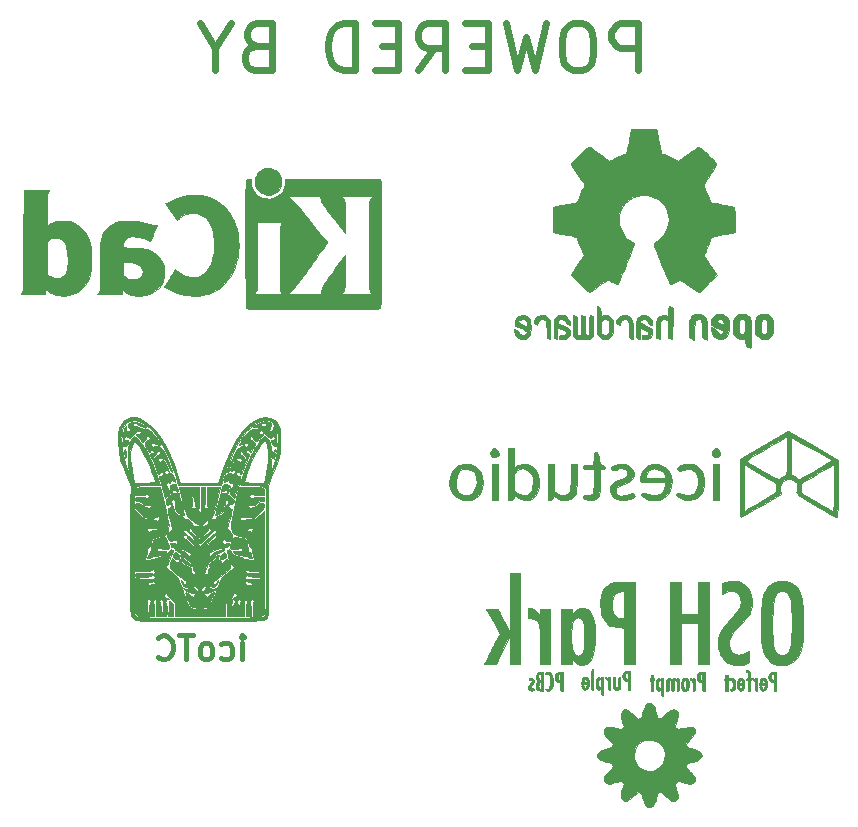
<source format=gbo>
G04 #@! TF.FileFunction,Legend,Bot*
%FSLAX46Y46*%
G04 Gerber Fmt 4.6, Leading zero omitted, Abs format (unit mm)*
G04 Created by KiCad (PCBNEW 4.0.7) date Mon Feb 12 17:44:01 2018*
%MOMM*%
%LPD*%
G01*
G04 APERTURE LIST*
%ADD10C,0.100000*%
%ADD11C,0.400000*%
%ADD12C,0.600000*%
%ADD13C,0.010000*%
G04 APERTURE END LIST*
D10*
D11*
X92773810Y-88154762D02*
X92773810Y-86821429D01*
X92773810Y-86154762D02*
X92869048Y-86250000D01*
X92773810Y-86345238D01*
X92678571Y-86250000D01*
X92773810Y-86154762D01*
X92773810Y-86345238D01*
X90964286Y-88059524D02*
X91154762Y-88154762D01*
X91535714Y-88154762D01*
X91726190Y-88059524D01*
X91821429Y-87964286D01*
X91916667Y-87773810D01*
X91916667Y-87202381D01*
X91821429Y-87011905D01*
X91726190Y-86916667D01*
X91535714Y-86821429D01*
X91154762Y-86821429D01*
X90964286Y-86916667D01*
X89821428Y-88154762D02*
X90011904Y-88059524D01*
X90107143Y-87964286D01*
X90202381Y-87773810D01*
X90202381Y-87202381D01*
X90107143Y-87011905D01*
X90011904Y-86916667D01*
X89821428Y-86821429D01*
X89535714Y-86821429D01*
X89345238Y-86916667D01*
X89250000Y-87011905D01*
X89154762Y-87202381D01*
X89154762Y-87773810D01*
X89250000Y-87964286D01*
X89345238Y-88059524D01*
X89535714Y-88154762D01*
X89821428Y-88154762D01*
X88583333Y-86154762D02*
X87440476Y-86154762D01*
X88011904Y-88154762D02*
X88011904Y-86154762D01*
X85630951Y-87964286D02*
X85726189Y-88059524D01*
X86011904Y-88154762D01*
X86202380Y-88154762D01*
X86488094Y-88059524D01*
X86678570Y-87869048D01*
X86773809Y-87678571D01*
X86869047Y-87297619D01*
X86869047Y-87011905D01*
X86773809Y-86630952D01*
X86678570Y-86440476D01*
X86488094Y-86250000D01*
X86202380Y-86154762D01*
X86011904Y-86154762D01*
X85726189Y-86250000D01*
X85630951Y-86345238D01*
D12*
X126285714Y-38309524D02*
X126285714Y-34309524D01*
X124761905Y-34309524D01*
X124380952Y-34500000D01*
X124190476Y-34690476D01*
X124000000Y-35071429D01*
X124000000Y-35642857D01*
X124190476Y-36023810D01*
X124380952Y-36214286D01*
X124761905Y-36404762D01*
X126285714Y-36404762D01*
X121523809Y-34309524D02*
X120761905Y-34309524D01*
X120380952Y-34500000D01*
X120000000Y-34880952D01*
X119809524Y-35642857D01*
X119809524Y-36976190D01*
X120000000Y-37738095D01*
X120380952Y-38119048D01*
X120761905Y-38309524D01*
X121523809Y-38309524D01*
X121904762Y-38119048D01*
X122285714Y-37738095D01*
X122476190Y-36976190D01*
X122476190Y-35642857D01*
X122285714Y-34880952D01*
X121904762Y-34500000D01*
X121523809Y-34309524D01*
X118476190Y-34309524D02*
X117523809Y-38309524D01*
X116761905Y-35452381D01*
X116000000Y-38309524D01*
X115047619Y-34309524D01*
X113523809Y-36214286D02*
X112190476Y-36214286D01*
X111619047Y-38309524D02*
X113523809Y-38309524D01*
X113523809Y-34309524D01*
X111619047Y-34309524D01*
X107619047Y-38309524D02*
X108952380Y-36404762D01*
X109904761Y-38309524D02*
X109904761Y-34309524D01*
X108380952Y-34309524D01*
X107999999Y-34500000D01*
X107809523Y-34690476D01*
X107619047Y-35071429D01*
X107619047Y-35642857D01*
X107809523Y-36023810D01*
X107999999Y-36214286D01*
X108380952Y-36404762D01*
X109904761Y-36404762D01*
X105904761Y-36214286D02*
X104571428Y-36214286D01*
X103999999Y-38309524D02*
X105904761Y-38309524D01*
X105904761Y-34309524D01*
X103999999Y-34309524D01*
X102285713Y-38309524D02*
X102285713Y-34309524D01*
X101333332Y-34309524D01*
X100761904Y-34500000D01*
X100380951Y-34880952D01*
X100190475Y-35261905D01*
X99999999Y-36023810D01*
X99999999Y-36595238D01*
X100190475Y-37357143D01*
X100380951Y-37738095D01*
X100761904Y-38119048D01*
X101333332Y-38309524D01*
X102285713Y-38309524D01*
X93904761Y-36214286D02*
X93333332Y-36404762D01*
X93142856Y-36595238D01*
X92952380Y-36976190D01*
X92952380Y-37547619D01*
X93142856Y-37928571D01*
X93333332Y-38119048D01*
X93714285Y-38309524D01*
X95238094Y-38309524D01*
X95238094Y-34309524D01*
X93904761Y-34309524D01*
X93523808Y-34500000D01*
X93333332Y-34690476D01*
X93142856Y-35071429D01*
X93142856Y-35452381D01*
X93333332Y-35833333D01*
X93523808Y-36023810D01*
X93904761Y-36214286D01*
X95238094Y-36214286D01*
X90476189Y-36404762D02*
X90476189Y-38309524D01*
X91809523Y-34309524D02*
X90476189Y-36404762D01*
X89142856Y-34309524D01*
D13*
G36*
X127057180Y-91908558D02*
X126960454Y-91971679D01*
X126882460Y-92058658D01*
X126814622Y-92184940D01*
X126748364Y-92365972D01*
X126686284Y-92576584D01*
X126636525Y-92755563D01*
X126593574Y-92909171D01*
X126563623Y-93015311D01*
X126554987Y-93045266D01*
X126502910Y-93103515D01*
X126402234Y-93153575D01*
X126379985Y-93160409D01*
X126226506Y-93202787D01*
X125839043Y-92827951D01*
X125622838Y-92628456D01*
X125455694Y-92495926D01*
X125336250Y-92429311D01*
X125314827Y-92423080D01*
X125132722Y-92420689D01*
X124978740Y-92489977D01*
X124866087Y-92619283D01*
X124807969Y-92796943D01*
X124802931Y-92875148D01*
X124814380Y-92974671D01*
X124845016Y-93130657D01*
X124889632Y-93318493D01*
X124923845Y-93446660D01*
X125044495Y-93878488D01*
X124924381Y-93993565D01*
X124804266Y-94108642D01*
X124382913Y-93995654D01*
X124068881Y-93922624D01*
X123821389Y-93891898D01*
X123632980Y-93904631D01*
X123496199Y-93961980D01*
X123403590Y-94065099D01*
X123364775Y-94153467D01*
X123343189Y-94276612D01*
X123364817Y-94403607D01*
X123435530Y-94545620D01*
X123561201Y-94713819D01*
X123747702Y-94919372D01*
X123791020Y-94964105D01*
X124134036Y-95315528D01*
X124085428Y-95462812D01*
X124056660Y-95535995D01*
X124016105Y-95586539D01*
X123944982Y-95625766D01*
X123824511Y-95664997D01*
X123689493Y-95701492D01*
X123451505Y-95765165D01*
X123279857Y-95814887D01*
X123158675Y-95856948D01*
X123072087Y-95897640D01*
X123004222Y-95943253D01*
X122941489Y-95997943D01*
X122840928Y-96145508D01*
X122808445Y-96320536D01*
X122848796Y-96494286D01*
X122856749Y-96509978D01*
X122949948Y-96605641D01*
X123124914Y-96699840D01*
X123378752Y-96791219D01*
X123576630Y-96846416D01*
X123784958Y-96901641D01*
X123925575Y-96946847D01*
X124013368Y-96990632D01*
X124063218Y-97041598D01*
X124090012Y-97108344D01*
X124098996Y-97148228D01*
X124106512Y-97210131D01*
X124095489Y-97267965D01*
X124056737Y-97335755D01*
X123981068Y-97427524D01*
X123859292Y-97557294D01*
X123772063Y-97647148D01*
X123561347Y-97878824D01*
X123420824Y-98073368D01*
X123348575Y-98238011D01*
X123342679Y-98379982D01*
X123401215Y-98506511D01*
X123514048Y-98618440D01*
X123609386Y-98674723D01*
X123724455Y-98701278D01*
X123873522Y-98697595D01*
X124070858Y-98663160D01*
X124330730Y-98597460D01*
X124365415Y-98587836D01*
X124795996Y-98467533D01*
X124919898Y-98591436D01*
X125043800Y-98715338D01*
X124923498Y-99145919D01*
X124854154Y-99413931D01*
X124816135Y-99617760D01*
X124808927Y-99771672D01*
X124832017Y-99889938D01*
X124884892Y-99986826D01*
X124892893Y-99997286D01*
X125010967Y-100114708D01*
X125137454Y-100169976D01*
X125279642Y-100161135D01*
X125444819Y-100086225D01*
X125640272Y-99943290D01*
X125868238Y-99735304D01*
X126235309Y-99377226D01*
X126384353Y-99426414D01*
X126453906Y-99453193D01*
X126506074Y-99489958D01*
X126548322Y-99551287D01*
X126588111Y-99651756D01*
X126632907Y-99805944D01*
X126687824Y-100019123D01*
X126768912Y-100289892D01*
X126859327Y-100484553D01*
X126965888Y-100611629D01*
X127095412Y-100679642D01*
X127230433Y-100697392D01*
X127363584Y-100679943D01*
X127470596Y-100612516D01*
X127513391Y-100569845D01*
X127569741Y-100504990D01*
X127615090Y-100436757D01*
X127655726Y-100349275D01*
X127697942Y-100226671D01*
X127748026Y-100053072D01*
X127809842Y-99821840D01*
X127856572Y-99651689D01*
X127894755Y-99545061D01*
X127935710Y-99483173D01*
X127990759Y-99447248D01*
X128048521Y-99425906D01*
X128195805Y-99377298D01*
X128547228Y-99720314D01*
X128762235Y-99919906D01*
X128937790Y-100057210D01*
X129084791Y-100138005D01*
X129214138Y-100168071D01*
X129336729Y-100153186D01*
X129353663Y-100147946D01*
X129486885Y-100081094D01*
X129574367Y-99978396D01*
X129617409Y-99831668D01*
X129617312Y-99632722D01*
X129575377Y-99373373D01*
X129515680Y-99128420D01*
X129402692Y-98707068D01*
X129517769Y-98586953D01*
X129632846Y-98466839D01*
X130064673Y-98587488D01*
X130260024Y-98638426D01*
X130439606Y-98678785D01*
X130578807Y-98703360D01*
X130636186Y-98708402D01*
X130829242Y-98674609D01*
X130978400Y-98581234D01*
X131071998Y-98441485D01*
X131098371Y-98268566D01*
X131088253Y-98196506D01*
X131037074Y-98088145D01*
X130920228Y-97932404D01*
X130736665Y-97727925D01*
X130683382Y-97672291D01*
X130308547Y-97284828D01*
X130350925Y-97131348D01*
X130396737Y-97025266D01*
X130455187Y-96961023D01*
X130466068Y-96956346D01*
X130537059Y-96936079D01*
X130667556Y-96899440D01*
X130835458Y-96852621D01*
X130934749Y-96825049D01*
X131175045Y-96753315D01*
X131347344Y-96687355D01*
X131467092Y-96618595D01*
X131549734Y-96538459D01*
X131602776Y-96454154D01*
X131641673Y-96318601D01*
X128533238Y-96318601D01*
X128492340Y-96639405D01*
X128381484Y-96925765D01*
X128210693Y-97171010D01*
X127989991Y-97368466D01*
X127729404Y-97511463D01*
X127438953Y-97593329D01*
X127128664Y-97607389D01*
X126808561Y-97546974D01*
X126728783Y-97519678D01*
X126471950Y-97382061D01*
X126243707Y-97180681D01*
X126064423Y-96936040D01*
X125987513Y-96773555D01*
X125934739Y-96608332D01*
X125910951Y-96451406D01*
X125910737Y-96261714D01*
X125913345Y-96211000D01*
X125968024Y-95875437D01*
X126091338Y-95589214D01*
X126284593Y-95350336D01*
X126549092Y-95156809D01*
X126632407Y-95112316D01*
X126798369Y-95037872D01*
X126943789Y-94998541D01*
X127112392Y-94984274D01*
X127193721Y-94983333D01*
X127490853Y-95003056D01*
X127735579Y-95068574D01*
X127951993Y-95189411D01*
X128150805Y-95361614D01*
X128344021Y-95592527D01*
X128465804Y-95836408D01*
X128524657Y-96114532D01*
X128533238Y-96318601D01*
X131641673Y-96318601D01*
X131645951Y-96303694D01*
X131612696Y-96154010D01*
X131534132Y-96030706D01*
X131464209Y-95962275D01*
X131361199Y-95899971D01*
X131212331Y-95838464D01*
X131004835Y-95772422D01*
X130746109Y-95701754D01*
X130577732Y-95656131D01*
X130472775Y-95618934D01*
X130412430Y-95578427D01*
X130377887Y-95522874D01*
X130355713Y-95458158D01*
X130308375Y-95303916D01*
X130659185Y-94942541D01*
X130866898Y-94715834D01*
X131007906Y-94528199D01*
X131085073Y-94370450D01*
X131101261Y-94233400D01*
X131059331Y-94107862D01*
X130962147Y-93984649D01*
X130958698Y-93981182D01*
X130886457Y-93920217D01*
X130808555Y-93891550D01*
X130693867Y-93887167D01*
X130611169Y-93891702D01*
X130454474Y-93911310D01*
X130254182Y-93948740D01*
X130047587Y-93996797D01*
X129998194Y-94009938D01*
X129626887Y-94111796D01*
X129396849Y-93881758D01*
X129499704Y-93511795D01*
X129549905Y-93309892D01*
X129591231Y-93104635D01*
X129616375Y-92933403D01*
X129619285Y-92900164D01*
X129624436Y-92754835D01*
X129609373Y-92662178D01*
X129566118Y-92591089D01*
X129530152Y-92552636D01*
X129406899Y-92453975D01*
X129281583Y-92410467D01*
X129145014Y-92424976D01*
X128988006Y-92500365D01*
X128801371Y-92639498D01*
X128575921Y-92845240D01*
X128568576Y-92852360D01*
X128414918Y-93000564D01*
X128307470Y-93098415D01*
X128231763Y-93154605D01*
X128173326Y-93177828D01*
X128117692Y-93176777D01*
X128054424Y-93161258D01*
X127979292Y-93136791D01*
X127928178Y-93101388D01*
X127889654Y-93036711D01*
X127852294Y-92924421D01*
X127811043Y-92770650D01*
X127735846Y-92496155D01*
X127670392Y-92292220D01*
X127609369Y-92146089D01*
X127547465Y-92045006D01*
X127480628Y-91977202D01*
X127321449Y-91883832D01*
X127172926Y-91868745D01*
X127057180Y-91908558D01*
X127057180Y-91908558D01*
G37*
X127057180Y-91908558D02*
X126960454Y-91971679D01*
X126882460Y-92058658D01*
X126814622Y-92184940D01*
X126748364Y-92365972D01*
X126686284Y-92576584D01*
X126636525Y-92755563D01*
X126593574Y-92909171D01*
X126563623Y-93015311D01*
X126554987Y-93045266D01*
X126502910Y-93103515D01*
X126402234Y-93153575D01*
X126379985Y-93160409D01*
X126226506Y-93202787D01*
X125839043Y-92827951D01*
X125622838Y-92628456D01*
X125455694Y-92495926D01*
X125336250Y-92429311D01*
X125314827Y-92423080D01*
X125132722Y-92420689D01*
X124978740Y-92489977D01*
X124866087Y-92619283D01*
X124807969Y-92796943D01*
X124802931Y-92875148D01*
X124814380Y-92974671D01*
X124845016Y-93130657D01*
X124889632Y-93318493D01*
X124923845Y-93446660D01*
X125044495Y-93878488D01*
X124924381Y-93993565D01*
X124804266Y-94108642D01*
X124382913Y-93995654D01*
X124068881Y-93922624D01*
X123821389Y-93891898D01*
X123632980Y-93904631D01*
X123496199Y-93961980D01*
X123403590Y-94065099D01*
X123364775Y-94153467D01*
X123343189Y-94276612D01*
X123364817Y-94403607D01*
X123435530Y-94545620D01*
X123561201Y-94713819D01*
X123747702Y-94919372D01*
X123791020Y-94964105D01*
X124134036Y-95315528D01*
X124085428Y-95462812D01*
X124056660Y-95535995D01*
X124016105Y-95586539D01*
X123944982Y-95625766D01*
X123824511Y-95664997D01*
X123689493Y-95701492D01*
X123451505Y-95765165D01*
X123279857Y-95814887D01*
X123158675Y-95856948D01*
X123072087Y-95897640D01*
X123004222Y-95943253D01*
X122941489Y-95997943D01*
X122840928Y-96145508D01*
X122808445Y-96320536D01*
X122848796Y-96494286D01*
X122856749Y-96509978D01*
X122949948Y-96605641D01*
X123124914Y-96699840D01*
X123378752Y-96791219D01*
X123576630Y-96846416D01*
X123784958Y-96901641D01*
X123925575Y-96946847D01*
X124013368Y-96990632D01*
X124063218Y-97041598D01*
X124090012Y-97108344D01*
X124098996Y-97148228D01*
X124106512Y-97210131D01*
X124095489Y-97267965D01*
X124056737Y-97335755D01*
X123981068Y-97427524D01*
X123859292Y-97557294D01*
X123772063Y-97647148D01*
X123561347Y-97878824D01*
X123420824Y-98073368D01*
X123348575Y-98238011D01*
X123342679Y-98379982D01*
X123401215Y-98506511D01*
X123514048Y-98618440D01*
X123609386Y-98674723D01*
X123724455Y-98701278D01*
X123873522Y-98697595D01*
X124070858Y-98663160D01*
X124330730Y-98597460D01*
X124365415Y-98587836D01*
X124795996Y-98467533D01*
X124919898Y-98591436D01*
X125043800Y-98715338D01*
X124923498Y-99145919D01*
X124854154Y-99413931D01*
X124816135Y-99617760D01*
X124808927Y-99771672D01*
X124832017Y-99889938D01*
X124884892Y-99986826D01*
X124892893Y-99997286D01*
X125010967Y-100114708D01*
X125137454Y-100169976D01*
X125279642Y-100161135D01*
X125444819Y-100086225D01*
X125640272Y-99943290D01*
X125868238Y-99735304D01*
X126235309Y-99377226D01*
X126384353Y-99426414D01*
X126453906Y-99453193D01*
X126506074Y-99489958D01*
X126548322Y-99551287D01*
X126588111Y-99651756D01*
X126632907Y-99805944D01*
X126687824Y-100019123D01*
X126768912Y-100289892D01*
X126859327Y-100484553D01*
X126965888Y-100611629D01*
X127095412Y-100679642D01*
X127230433Y-100697392D01*
X127363584Y-100679943D01*
X127470596Y-100612516D01*
X127513391Y-100569845D01*
X127569741Y-100504990D01*
X127615090Y-100436757D01*
X127655726Y-100349275D01*
X127697942Y-100226671D01*
X127748026Y-100053072D01*
X127809842Y-99821840D01*
X127856572Y-99651689D01*
X127894755Y-99545061D01*
X127935710Y-99483173D01*
X127990759Y-99447248D01*
X128048521Y-99425906D01*
X128195805Y-99377298D01*
X128547228Y-99720314D01*
X128762235Y-99919906D01*
X128937790Y-100057210D01*
X129084791Y-100138005D01*
X129214138Y-100168071D01*
X129336729Y-100153186D01*
X129353663Y-100147946D01*
X129486885Y-100081094D01*
X129574367Y-99978396D01*
X129617409Y-99831668D01*
X129617312Y-99632722D01*
X129575377Y-99373373D01*
X129515680Y-99128420D01*
X129402692Y-98707068D01*
X129517769Y-98586953D01*
X129632846Y-98466839D01*
X130064673Y-98587488D01*
X130260024Y-98638426D01*
X130439606Y-98678785D01*
X130578807Y-98703360D01*
X130636186Y-98708402D01*
X130829242Y-98674609D01*
X130978400Y-98581234D01*
X131071998Y-98441485D01*
X131098371Y-98268566D01*
X131088253Y-98196506D01*
X131037074Y-98088145D01*
X130920228Y-97932404D01*
X130736665Y-97727925D01*
X130683382Y-97672291D01*
X130308547Y-97284828D01*
X130350925Y-97131348D01*
X130396737Y-97025266D01*
X130455187Y-96961023D01*
X130466068Y-96956346D01*
X130537059Y-96936079D01*
X130667556Y-96899440D01*
X130835458Y-96852621D01*
X130934749Y-96825049D01*
X131175045Y-96753315D01*
X131347344Y-96687355D01*
X131467092Y-96618595D01*
X131549734Y-96538459D01*
X131602776Y-96454154D01*
X131641673Y-96318601D01*
X128533238Y-96318601D01*
X128492340Y-96639405D01*
X128381484Y-96925765D01*
X128210693Y-97171010D01*
X127989991Y-97368466D01*
X127729404Y-97511463D01*
X127438953Y-97593329D01*
X127128664Y-97607389D01*
X126808561Y-97546974D01*
X126728783Y-97519678D01*
X126471950Y-97382061D01*
X126243707Y-97180681D01*
X126064423Y-96936040D01*
X125987513Y-96773555D01*
X125934739Y-96608332D01*
X125910951Y-96451406D01*
X125910737Y-96261714D01*
X125913345Y-96211000D01*
X125968024Y-95875437D01*
X126091338Y-95589214D01*
X126284593Y-95350336D01*
X126549092Y-95156809D01*
X126632407Y-95112316D01*
X126798369Y-95037872D01*
X126943789Y-94998541D01*
X127112392Y-94984274D01*
X127193721Y-94983333D01*
X127490853Y-95003056D01*
X127735579Y-95068574D01*
X127951993Y-95189411D01*
X128150805Y-95361614D01*
X128344021Y-95592527D01*
X128465804Y-95836408D01*
X128524657Y-96114532D01*
X128533238Y-96318601D01*
X131641673Y-96318601D01*
X131645951Y-96303694D01*
X131612696Y-96154010D01*
X131534132Y-96030706D01*
X131464209Y-95962275D01*
X131361199Y-95899971D01*
X131212331Y-95838464D01*
X131004835Y-95772422D01*
X130746109Y-95701754D01*
X130577732Y-95656131D01*
X130472775Y-95618934D01*
X130412430Y-95578427D01*
X130377887Y-95522874D01*
X130355713Y-95458158D01*
X130308375Y-95303916D01*
X130659185Y-94942541D01*
X130866898Y-94715834D01*
X131007906Y-94528199D01*
X131085073Y-94370450D01*
X131101261Y-94233400D01*
X131059331Y-94107862D01*
X130962147Y-93984649D01*
X130958698Y-93981182D01*
X130886457Y-93920217D01*
X130808555Y-93891550D01*
X130693867Y-93887167D01*
X130611169Y-93891702D01*
X130454474Y-93911310D01*
X130254182Y-93948740D01*
X130047587Y-93996797D01*
X129998194Y-94009938D01*
X129626887Y-94111796D01*
X129396849Y-93881758D01*
X129499704Y-93511795D01*
X129549905Y-93309892D01*
X129591231Y-93104635D01*
X129616375Y-92933403D01*
X129619285Y-92900164D01*
X129624436Y-92754835D01*
X129609373Y-92662178D01*
X129566118Y-92591089D01*
X129530152Y-92552636D01*
X129406899Y-92453975D01*
X129281583Y-92410467D01*
X129145014Y-92424976D01*
X128988006Y-92500365D01*
X128801371Y-92639498D01*
X128575921Y-92845240D01*
X128568576Y-92852360D01*
X128414918Y-93000564D01*
X128307470Y-93098415D01*
X128231763Y-93154605D01*
X128173326Y-93177828D01*
X128117692Y-93176777D01*
X128054424Y-93161258D01*
X127979292Y-93136791D01*
X127928178Y-93101388D01*
X127889654Y-93036711D01*
X127852294Y-92924421D01*
X127811043Y-92770650D01*
X127735846Y-92496155D01*
X127670392Y-92292220D01*
X127609369Y-92146089D01*
X127547465Y-92045006D01*
X127480628Y-91977202D01*
X127321449Y-91883832D01*
X127172926Y-91868745D01*
X127057180Y-91908558D01*
G36*
X127940880Y-89760484D02*
X127867812Y-89823074D01*
X127827358Y-89882625D01*
X127802781Y-89965303D01*
X127790558Y-90091381D01*
X127787169Y-90281132D01*
X127787167Y-90287460D01*
X127789519Y-90472969D01*
X127799423Y-90594996D01*
X127821149Y-90674664D01*
X127858968Y-90733093D01*
X127882325Y-90758035D01*
X127961174Y-90821398D01*
X128037765Y-90826745D01*
X128104575Y-90805326D01*
X128231667Y-90757354D01*
X128231667Y-91007677D01*
X128234847Y-91148291D01*
X128248780Y-91223821D01*
X128280054Y-91253750D01*
X128316334Y-91258000D01*
X128346800Y-91254311D01*
X128368923Y-91235476D01*
X128384034Y-91189837D01*
X128393465Y-91105739D01*
X128398548Y-90971527D01*
X128400616Y-90775543D01*
X128401000Y-90517167D01*
X128400579Y-90250583D01*
X128400413Y-90235608D01*
X128232930Y-90235608D01*
X128225325Y-90386845D01*
X128201101Y-90524395D01*
X128162866Y-90624975D01*
X128113228Y-90665298D01*
X128111644Y-90665333D01*
X128056842Y-90638910D01*
X128028467Y-90614533D01*
X128003204Y-90548192D01*
X127985926Y-90425900D01*
X127977743Y-90276093D01*
X127979763Y-90127208D01*
X127993093Y-90007681D01*
X128003363Y-89970296D01*
X128057841Y-89910254D01*
X128130257Y-89920318D01*
X128187844Y-89985217D01*
X128221306Y-90093971D01*
X128232930Y-90235608D01*
X128400413Y-90235608D01*
X128398426Y-90057010D01*
X128393210Y-89924791D01*
X128383599Y-89842270D01*
X128368261Y-89797791D01*
X128345863Y-89779698D01*
X128316334Y-89776333D01*
X128247591Y-89796771D01*
X128231667Y-89825228D01*
X128207213Y-89840361D01*
X128154250Y-89804061D01*
X128044599Y-89740725D01*
X127940880Y-89760484D01*
X127940880Y-89760484D01*
G37*
X127940880Y-89760484D02*
X127867812Y-89823074D01*
X127827358Y-89882625D01*
X127802781Y-89965303D01*
X127790558Y-90091381D01*
X127787169Y-90281132D01*
X127787167Y-90287460D01*
X127789519Y-90472969D01*
X127799423Y-90594996D01*
X127821149Y-90674664D01*
X127858968Y-90733093D01*
X127882325Y-90758035D01*
X127961174Y-90821398D01*
X128037765Y-90826745D01*
X128104575Y-90805326D01*
X128231667Y-90757354D01*
X128231667Y-91007677D01*
X128234847Y-91148291D01*
X128248780Y-91223821D01*
X128280054Y-91253750D01*
X128316334Y-91258000D01*
X128346800Y-91254311D01*
X128368923Y-91235476D01*
X128384034Y-91189837D01*
X128393465Y-91105739D01*
X128398548Y-90971527D01*
X128400616Y-90775543D01*
X128401000Y-90517167D01*
X128400579Y-90250583D01*
X128400413Y-90235608D01*
X128232930Y-90235608D01*
X128225325Y-90386845D01*
X128201101Y-90524395D01*
X128162866Y-90624975D01*
X128113228Y-90665298D01*
X128111644Y-90665333D01*
X128056842Y-90638910D01*
X128028467Y-90614533D01*
X128003204Y-90548192D01*
X127985926Y-90425900D01*
X127977743Y-90276093D01*
X127979763Y-90127208D01*
X127993093Y-90007681D01*
X128003363Y-89970296D01*
X128057841Y-89910254D01*
X128130257Y-89920318D01*
X128187844Y-89985217D01*
X128221306Y-90093971D01*
X128232930Y-90235608D01*
X128400413Y-90235608D01*
X128398426Y-90057010D01*
X128393210Y-89924791D01*
X128383599Y-89842270D01*
X128368261Y-89797791D01*
X128345863Y-89779698D01*
X128316334Y-89776333D01*
X128247591Y-89796771D01*
X128231667Y-89825228D01*
X128207213Y-89840361D01*
X128154250Y-89804061D01*
X128044599Y-89740725D01*
X127940880Y-89760484D01*
G36*
X122860880Y-89675817D02*
X122787812Y-89738407D01*
X122747358Y-89797958D01*
X122722781Y-89880636D01*
X122710558Y-90006714D01*
X122707169Y-90196465D01*
X122707167Y-90202794D01*
X122709519Y-90388302D01*
X122719423Y-90510329D01*
X122741149Y-90589997D01*
X122778968Y-90648427D01*
X122802325Y-90673369D01*
X122881174Y-90736731D01*
X122957765Y-90742078D01*
X123024575Y-90720659D01*
X123151667Y-90672688D01*
X123151667Y-90923010D01*
X123154847Y-91063624D01*
X123168780Y-91139154D01*
X123200054Y-91169083D01*
X123236334Y-91173333D01*
X123266800Y-91169645D01*
X123288923Y-91150809D01*
X123304034Y-91105170D01*
X123313465Y-91021073D01*
X123318548Y-90886860D01*
X123320616Y-90690876D01*
X123321000Y-90432500D01*
X123320579Y-90165917D01*
X123320413Y-90150942D01*
X123152930Y-90150942D01*
X123145325Y-90302178D01*
X123121101Y-90439729D01*
X123082866Y-90540308D01*
X123033228Y-90580631D01*
X123031644Y-90580667D01*
X122976842Y-90554244D01*
X122948467Y-90529867D01*
X122923204Y-90463525D01*
X122905926Y-90341233D01*
X122897743Y-90191426D01*
X122899763Y-90042542D01*
X122913093Y-89923015D01*
X122923363Y-89885629D01*
X122977841Y-89825587D01*
X123050257Y-89835651D01*
X123107844Y-89900550D01*
X123141306Y-90009304D01*
X123152930Y-90150942D01*
X123320413Y-90150942D01*
X123318426Y-89972344D01*
X123313210Y-89840124D01*
X123303599Y-89757603D01*
X123288261Y-89713124D01*
X123265863Y-89695031D01*
X123236334Y-89691667D01*
X123167591Y-89712105D01*
X123151667Y-89740561D01*
X123127213Y-89755695D01*
X123074250Y-89719394D01*
X122964599Y-89656058D01*
X122860880Y-89675817D01*
X122860880Y-89675817D01*
G37*
X122860880Y-89675817D02*
X122787812Y-89738407D01*
X122747358Y-89797958D01*
X122722781Y-89880636D01*
X122710558Y-90006714D01*
X122707169Y-90196465D01*
X122707167Y-90202794D01*
X122709519Y-90388302D01*
X122719423Y-90510329D01*
X122741149Y-90589997D01*
X122778968Y-90648427D01*
X122802325Y-90673369D01*
X122881174Y-90736731D01*
X122957765Y-90742078D01*
X123024575Y-90720659D01*
X123151667Y-90672688D01*
X123151667Y-90923010D01*
X123154847Y-91063624D01*
X123168780Y-91139154D01*
X123200054Y-91169083D01*
X123236334Y-91173333D01*
X123266800Y-91169645D01*
X123288923Y-91150809D01*
X123304034Y-91105170D01*
X123313465Y-91021073D01*
X123318548Y-90886860D01*
X123320616Y-90690876D01*
X123321000Y-90432500D01*
X123320579Y-90165917D01*
X123320413Y-90150942D01*
X123152930Y-90150942D01*
X123145325Y-90302178D01*
X123121101Y-90439729D01*
X123082866Y-90540308D01*
X123033228Y-90580631D01*
X123031644Y-90580667D01*
X122976842Y-90554244D01*
X122948467Y-90529867D01*
X122923204Y-90463525D01*
X122905926Y-90341233D01*
X122897743Y-90191426D01*
X122899763Y-90042542D01*
X122913093Y-89923015D01*
X122923363Y-89885629D01*
X122977841Y-89825587D01*
X123050257Y-89835651D01*
X123107844Y-89900550D01*
X123141306Y-90009304D01*
X123152930Y-90150942D01*
X123320413Y-90150942D01*
X123318426Y-89972344D01*
X123313210Y-89840124D01*
X123303599Y-89757603D01*
X123288261Y-89713124D01*
X123265863Y-89695031D01*
X123236334Y-89691667D01*
X123167591Y-89712105D01*
X123151667Y-89740561D01*
X123127213Y-89755695D01*
X123074250Y-89719394D01*
X122964599Y-89656058D01*
X122860880Y-89675817D01*
G36*
X137576512Y-89245288D02*
X137437567Y-89307746D01*
X137350861Y-89420261D01*
X137327467Y-89482889D01*
X137300759Y-89675518D01*
X137331700Y-89851850D01*
X137411484Y-89994973D01*
X137531310Y-90087978D01*
X137656543Y-90115000D01*
X137705045Y-90118998D01*
X137734649Y-90142154D01*
X137750014Y-90201216D01*
X137755799Y-90312929D01*
X137756667Y-90474833D01*
X137757639Y-90649081D01*
X137763841Y-90755426D01*
X137780203Y-90810630D01*
X137811656Y-90831456D01*
X137862500Y-90834667D01*
X137968334Y-90834667D01*
X137968334Y-89666032D01*
X137756667Y-89666032D01*
X137755087Y-89813680D01*
X137746103Y-89893256D01*
X137723348Y-89921348D01*
X137680453Y-89914545D01*
X137663597Y-89908509D01*
X137580363Y-89843934D01*
X137533569Y-89763206D01*
X137523920Y-89641238D01*
X137560272Y-89519192D01*
X137629330Y-89429109D01*
X137682906Y-89403330D01*
X137722823Y-89406127D01*
X137745213Y-89445275D01*
X137754876Y-89537862D01*
X137756667Y-89666032D01*
X137968334Y-89666032D01*
X137968334Y-89226000D01*
X137779826Y-89226000D01*
X137576512Y-89245288D01*
X137576512Y-89245288D01*
G37*
X137576512Y-89245288D02*
X137437567Y-89307746D01*
X137350861Y-89420261D01*
X137327467Y-89482889D01*
X137300759Y-89675518D01*
X137331700Y-89851850D01*
X137411484Y-89994973D01*
X137531310Y-90087978D01*
X137656543Y-90115000D01*
X137705045Y-90118998D01*
X137734649Y-90142154D01*
X137750014Y-90201216D01*
X137755799Y-90312929D01*
X137756667Y-90474833D01*
X137757639Y-90649081D01*
X137763841Y-90755426D01*
X137780203Y-90810630D01*
X137811656Y-90831456D01*
X137862500Y-90834667D01*
X137968334Y-90834667D01*
X137968334Y-89666032D01*
X137756667Y-89666032D01*
X137755087Y-89813680D01*
X137746103Y-89893256D01*
X137723348Y-89921348D01*
X137680453Y-89914545D01*
X137663597Y-89908509D01*
X137580363Y-89843934D01*
X137533569Y-89763206D01*
X137523920Y-89641238D01*
X137560272Y-89519192D01*
X137629330Y-89429109D01*
X137682906Y-89403330D01*
X137722823Y-89406127D01*
X137745213Y-89445275D01*
X137754876Y-89537862D01*
X137756667Y-89666032D01*
X137968334Y-89666032D01*
X137968334Y-89226000D01*
X137779826Y-89226000D01*
X137576512Y-89245288D01*
G36*
X136703094Y-89781275D02*
X136609624Y-89900657D01*
X136550660Y-90091486D01*
X136543476Y-90137092D01*
X136517492Y-90326667D01*
X137005250Y-90326667D01*
X136977998Y-90462927D01*
X136947887Y-90569192D01*
X136912950Y-90636954D01*
X136912052Y-90637881D01*
X136842698Y-90660772D01*
X136774613Y-90624167D01*
X136740890Y-90547030D01*
X136740667Y-90539662D01*
X136717671Y-90473433D01*
X136635901Y-90453701D01*
X136630305Y-90453667D01*
X136552223Y-90466252D01*
X136542372Y-90511201D01*
X136545638Y-90520629D01*
X136568481Y-90601280D01*
X136571334Y-90626462D01*
X136606276Y-90699602D01*
X136689746Y-90774115D01*
X136789704Y-90825341D01*
X136841811Y-90834667D01*
X136949309Y-90808266D01*
X137041839Y-90754594D01*
X137095166Y-90699334D01*
X137127746Y-90624918D01*
X137146328Y-90508186D01*
X137155934Y-90363011D01*
X137155422Y-90164018D01*
X136987193Y-90164018D01*
X136953531Y-90194953D01*
X136872256Y-90199667D01*
X136779062Y-90188874D01*
X136744124Y-90143730D01*
X136740667Y-90099017D01*
X136763253Y-90005965D01*
X136816408Y-89936536D01*
X136878225Y-89912958D01*
X136908799Y-89928411D01*
X136946233Y-89995615D01*
X136975094Y-90083250D01*
X136987193Y-90164018D01*
X137155422Y-90164018D01*
X137155304Y-90118174D01*
X137123725Y-89943091D01*
X137058126Y-89827567D01*
X136977472Y-89770440D01*
X136827050Y-89736737D01*
X136703094Y-89781275D01*
X136703094Y-89781275D01*
G37*
X136703094Y-89781275D02*
X136609624Y-89900657D01*
X136550660Y-90091486D01*
X136543476Y-90137092D01*
X136517492Y-90326667D01*
X137005250Y-90326667D01*
X136977998Y-90462927D01*
X136947887Y-90569192D01*
X136912950Y-90636954D01*
X136912052Y-90637881D01*
X136842698Y-90660772D01*
X136774613Y-90624167D01*
X136740890Y-90547030D01*
X136740667Y-90539662D01*
X136717671Y-90473433D01*
X136635901Y-90453701D01*
X136630305Y-90453667D01*
X136552223Y-90466252D01*
X136542372Y-90511201D01*
X136545638Y-90520629D01*
X136568481Y-90601280D01*
X136571334Y-90626462D01*
X136606276Y-90699602D01*
X136689746Y-90774115D01*
X136789704Y-90825341D01*
X136841811Y-90834667D01*
X136949309Y-90808266D01*
X137041839Y-90754594D01*
X137095166Y-90699334D01*
X137127746Y-90624918D01*
X137146328Y-90508186D01*
X137155934Y-90363011D01*
X137155422Y-90164018D01*
X136987193Y-90164018D01*
X136953531Y-90194953D01*
X136872256Y-90199667D01*
X136779062Y-90188874D01*
X136744124Y-90143730D01*
X136740667Y-90099017D01*
X136763253Y-90005965D01*
X136816408Y-89936536D01*
X136878225Y-89912958D01*
X136908799Y-89928411D01*
X136946233Y-89995615D01*
X136975094Y-90083250D01*
X136987193Y-90164018D01*
X137155422Y-90164018D01*
X137155304Y-90118174D01*
X137123725Y-89943091D01*
X137058126Y-89827567D01*
X136977472Y-89770440D01*
X136827050Y-89736737D01*
X136703094Y-89781275D01*
G36*
X135951737Y-89750562D02*
X135936533Y-89823624D01*
X135936334Y-89839833D01*
X135956448Y-89923108D01*
X136019511Y-89945667D01*
X136094866Y-89968087D01*
X136146226Y-90041776D01*
X136176721Y-90176377D01*
X136189479Y-90381534D01*
X136190334Y-90472050D01*
X136191887Y-90647817D01*
X136199113Y-90755433D01*
X136215864Y-90811391D01*
X136245991Y-90832189D01*
X136275000Y-90834667D01*
X136310137Y-90829847D01*
X136333929Y-90806219D01*
X136348575Y-90750029D01*
X136356278Y-90647522D01*
X136359237Y-90484946D01*
X136359667Y-90305500D01*
X136358896Y-90085895D01*
X136355116Y-89937199D01*
X136346125Y-89845657D01*
X136329724Y-89797517D01*
X136303712Y-89779025D01*
X136275000Y-89776333D01*
X136206227Y-89795054D01*
X136190334Y-89821067D01*
X136161809Y-89833444D01*
X136096248Y-89799900D01*
X136000565Y-89743756D01*
X135951737Y-89750562D01*
X135951737Y-89750562D01*
G37*
X135951737Y-89750562D02*
X135936533Y-89823624D01*
X135936334Y-89839833D01*
X135956448Y-89923108D01*
X136019511Y-89945667D01*
X136094866Y-89968087D01*
X136146226Y-90041776D01*
X136176721Y-90176377D01*
X136189479Y-90381534D01*
X136190334Y-90472050D01*
X136191887Y-90647817D01*
X136199113Y-90755433D01*
X136215864Y-90811391D01*
X136245991Y-90832189D01*
X136275000Y-90834667D01*
X136310137Y-90829847D01*
X136333929Y-90806219D01*
X136348575Y-90750029D01*
X136356278Y-90647522D01*
X136359237Y-90484946D01*
X136359667Y-90305500D01*
X136358896Y-90085895D01*
X136355116Y-89937199D01*
X136346125Y-89845657D01*
X136329724Y-89797517D01*
X136303712Y-89779025D01*
X136275000Y-89776333D01*
X136206227Y-89795054D01*
X136190334Y-89821067D01*
X136161809Y-89833444D01*
X136096248Y-89799900D01*
X136000565Y-89743756D01*
X135951737Y-89750562D01*
G36*
X135430552Y-89098741D02*
X135394570Y-89157059D01*
X135419492Y-89214192D01*
X135468617Y-89237730D01*
X135517237Y-89261223D01*
X135543512Y-89313344D01*
X135553954Y-89415166D01*
X135555334Y-89518370D01*
X135552338Y-89661573D01*
X135539140Y-89739436D01*
X135509428Y-89771193D01*
X135470667Y-89776333D01*
X135399915Y-89806267D01*
X135386000Y-89861000D01*
X135415935Y-89931752D01*
X135470667Y-89945667D01*
X135508438Y-89951240D01*
X135532935Y-89977939D01*
X135547009Y-90040733D01*
X135553510Y-90154591D01*
X135555292Y-90334482D01*
X135555334Y-90390167D01*
X135555334Y-90834667D01*
X135767000Y-90834667D01*
X135767000Y-90390167D01*
X135770845Y-90186705D01*
X135781651Y-90038689D01*
X135798325Y-89957594D01*
X135809334Y-89945667D01*
X135843729Y-89910210D01*
X135851667Y-89861000D01*
X135833939Y-89792210D01*
X135809334Y-89776333D01*
X135787025Y-89737591D01*
X135771816Y-89635563D01*
X135767000Y-89510586D01*
X135749678Y-89289558D01*
X135697002Y-89144026D01*
X135607910Y-89072070D01*
X135519852Y-89064833D01*
X135430552Y-89098741D01*
X135430552Y-89098741D01*
G37*
X135430552Y-89098741D02*
X135394570Y-89157059D01*
X135419492Y-89214192D01*
X135468617Y-89237730D01*
X135517237Y-89261223D01*
X135543512Y-89313344D01*
X135553954Y-89415166D01*
X135555334Y-89518370D01*
X135552338Y-89661573D01*
X135539140Y-89739436D01*
X135509428Y-89771193D01*
X135470667Y-89776333D01*
X135399915Y-89806267D01*
X135386000Y-89861000D01*
X135415935Y-89931752D01*
X135470667Y-89945667D01*
X135508438Y-89951240D01*
X135532935Y-89977939D01*
X135547009Y-90040733D01*
X135553510Y-90154591D01*
X135555292Y-90334482D01*
X135555334Y-90390167D01*
X135555334Y-90834667D01*
X135767000Y-90834667D01*
X135767000Y-90390167D01*
X135770845Y-90186705D01*
X135781651Y-90038689D01*
X135798325Y-89957594D01*
X135809334Y-89945667D01*
X135843729Y-89910210D01*
X135851667Y-89861000D01*
X135833939Y-89792210D01*
X135809334Y-89776333D01*
X135787025Y-89737591D01*
X135771816Y-89635563D01*
X135767000Y-89510586D01*
X135749678Y-89289558D01*
X135697002Y-89144026D01*
X135607910Y-89072070D01*
X135519852Y-89064833D01*
X135430552Y-89098741D01*
G36*
X134798094Y-89781275D02*
X134704624Y-89900657D01*
X134645660Y-90091486D01*
X134638476Y-90137092D01*
X134612492Y-90326667D01*
X135100250Y-90326667D01*
X135072998Y-90462927D01*
X135042887Y-90569192D01*
X135007950Y-90636954D01*
X135007052Y-90637881D01*
X134937698Y-90660772D01*
X134869613Y-90624167D01*
X134835890Y-90547030D01*
X134835667Y-90539662D01*
X134812671Y-90473433D01*
X134730901Y-90453701D01*
X134725305Y-90453667D01*
X134647223Y-90466252D01*
X134637372Y-90511201D01*
X134640638Y-90520629D01*
X134663481Y-90601280D01*
X134666334Y-90626462D01*
X134701276Y-90699602D01*
X134784746Y-90774115D01*
X134884704Y-90825341D01*
X134936811Y-90834667D01*
X135044309Y-90808266D01*
X135136839Y-90754594D01*
X135190166Y-90699334D01*
X135222746Y-90624918D01*
X135241328Y-90508186D01*
X135250934Y-90363011D01*
X135250422Y-90164018D01*
X135082193Y-90164018D01*
X135048531Y-90194953D01*
X134967256Y-90199667D01*
X134874062Y-90188874D01*
X134839124Y-90143730D01*
X134835667Y-90099017D01*
X134858253Y-90005965D01*
X134911408Y-89936536D01*
X134973225Y-89912958D01*
X135003799Y-89928411D01*
X135041233Y-89995615D01*
X135070094Y-90083250D01*
X135082193Y-90164018D01*
X135250422Y-90164018D01*
X135250304Y-90118174D01*
X135218725Y-89943091D01*
X135153126Y-89827567D01*
X135072472Y-89770440D01*
X134922050Y-89736737D01*
X134798094Y-89781275D01*
X134798094Y-89781275D01*
G37*
X134798094Y-89781275D02*
X134704624Y-89900657D01*
X134645660Y-90091486D01*
X134638476Y-90137092D01*
X134612492Y-90326667D01*
X135100250Y-90326667D01*
X135072998Y-90462927D01*
X135042887Y-90569192D01*
X135007950Y-90636954D01*
X135007052Y-90637881D01*
X134937698Y-90660772D01*
X134869613Y-90624167D01*
X134835890Y-90547030D01*
X134835667Y-90539662D01*
X134812671Y-90473433D01*
X134730901Y-90453701D01*
X134725305Y-90453667D01*
X134647223Y-90466252D01*
X134637372Y-90511201D01*
X134640638Y-90520629D01*
X134663481Y-90601280D01*
X134666334Y-90626462D01*
X134701276Y-90699602D01*
X134784746Y-90774115D01*
X134884704Y-90825341D01*
X134936811Y-90834667D01*
X135044309Y-90808266D01*
X135136839Y-90754594D01*
X135190166Y-90699334D01*
X135222746Y-90624918D01*
X135241328Y-90508186D01*
X135250934Y-90363011D01*
X135250422Y-90164018D01*
X135082193Y-90164018D01*
X135048531Y-90194953D01*
X134967256Y-90199667D01*
X134874062Y-90188874D01*
X134839124Y-90143730D01*
X134835667Y-90099017D01*
X134858253Y-90005965D01*
X134911408Y-89936536D01*
X134973225Y-89912958D01*
X135003799Y-89928411D01*
X135041233Y-89995615D01*
X135070094Y-90083250D01*
X135082193Y-90164018D01*
X135250422Y-90164018D01*
X135250304Y-90118174D01*
X135218725Y-89943091D01*
X135153126Y-89827567D01*
X135072472Y-89770440D01*
X134922050Y-89736737D01*
X134798094Y-89781275D01*
G36*
X134065794Y-89788951D02*
X134039000Y-89850207D01*
X134041466Y-89917874D01*
X134087269Y-89921283D01*
X134098039Y-89917412D01*
X134180929Y-89922066D01*
X134242201Y-90001636D01*
X134277822Y-90148219D01*
X134285334Y-90284333D01*
X134269771Y-90472555D01*
X134225771Y-90599219D01*
X134157369Y-90656422D01*
X134098039Y-90651254D01*
X134045029Y-90646736D01*
X134037200Y-90704378D01*
X134039000Y-90718459D01*
X134084898Y-90797645D01*
X134177195Y-90827387D01*
X134291691Y-90804981D01*
X134373291Y-90755848D01*
X134421987Y-90709974D01*
X134452255Y-90655198D01*
X134468425Y-90571602D01*
X134474830Y-90439267D01*
X134475834Y-90284333D01*
X134474133Y-90098471D01*
X134466144Y-89977334D01*
X134447534Y-89901004D01*
X134413972Y-89849562D01*
X134373291Y-89812818D01*
X134257730Y-89751691D01*
X134147164Y-89744638D01*
X134065794Y-89788951D01*
X134065794Y-89788951D01*
G37*
X134065794Y-89788951D02*
X134039000Y-89850207D01*
X134041466Y-89917874D01*
X134087269Y-89921283D01*
X134098039Y-89917412D01*
X134180929Y-89922066D01*
X134242201Y-90001636D01*
X134277822Y-90148219D01*
X134285334Y-90284333D01*
X134269771Y-90472555D01*
X134225771Y-90599219D01*
X134157369Y-90656422D01*
X134098039Y-90651254D01*
X134045029Y-90646736D01*
X134037200Y-90704378D01*
X134039000Y-90718459D01*
X134084898Y-90797645D01*
X134177195Y-90827387D01*
X134291691Y-90804981D01*
X134373291Y-90755848D01*
X134421987Y-90709974D01*
X134452255Y-90655198D01*
X134468425Y-90571602D01*
X134474830Y-90439267D01*
X134475834Y-90284333D01*
X134474133Y-90098471D01*
X134466144Y-89977334D01*
X134447534Y-89901004D01*
X134413972Y-89849562D01*
X134373291Y-89812818D01*
X134257730Y-89751691D01*
X134147164Y-89744638D01*
X134065794Y-89788951D01*
G36*
X133684596Y-89491070D02*
X133655297Y-89540886D01*
X133650334Y-89628167D01*
X133639701Y-89726100D01*
X133613556Y-89775053D01*
X133608000Y-89776333D01*
X133573605Y-89811789D01*
X133565667Y-89861000D01*
X133583395Y-89929790D01*
X133608000Y-89945667D01*
X133627378Y-89986036D01*
X133641475Y-90099494D01*
X133649198Y-90274569D01*
X133650334Y-90390167D01*
X133650334Y-90834667D01*
X133862000Y-90834667D01*
X133862000Y-90390167D01*
X133865845Y-90186705D01*
X133876651Y-90038689D01*
X133893325Y-89957594D01*
X133904334Y-89945667D01*
X133938729Y-89910210D01*
X133946667Y-89861000D01*
X133928939Y-89792210D01*
X133904334Y-89776333D01*
X133876353Y-89739119D01*
X133862366Y-89647611D01*
X133862000Y-89628167D01*
X133854093Y-89527967D01*
X133818511Y-89486948D01*
X133756167Y-89480000D01*
X133684596Y-89491070D01*
X133684596Y-89491070D01*
G37*
X133684596Y-89491070D02*
X133655297Y-89540886D01*
X133650334Y-89628167D01*
X133639701Y-89726100D01*
X133613556Y-89775053D01*
X133608000Y-89776333D01*
X133573605Y-89811789D01*
X133565667Y-89861000D01*
X133583395Y-89929790D01*
X133608000Y-89945667D01*
X133627378Y-89986036D01*
X133641475Y-90099494D01*
X133649198Y-90274569D01*
X133650334Y-90390167D01*
X133650334Y-90834667D01*
X133862000Y-90834667D01*
X133862000Y-90390167D01*
X133865845Y-90186705D01*
X133876651Y-90038689D01*
X133893325Y-89957594D01*
X133904334Y-89945667D01*
X133938729Y-89910210D01*
X133946667Y-89861000D01*
X133928939Y-89792210D01*
X133904334Y-89776333D01*
X133876353Y-89739119D01*
X133862366Y-89647611D01*
X133862000Y-89628167D01*
X133854093Y-89527967D01*
X133818511Y-89486948D01*
X133756167Y-89480000D01*
X133684596Y-89491070D01*
G36*
X131522845Y-89245288D02*
X131383900Y-89307746D01*
X131297195Y-89420261D01*
X131273800Y-89482889D01*
X131247093Y-89675518D01*
X131278033Y-89851850D01*
X131357818Y-89994973D01*
X131477643Y-90087978D01*
X131602876Y-90115000D01*
X131651378Y-90118998D01*
X131680982Y-90142154D01*
X131696347Y-90201216D01*
X131702133Y-90312929D01*
X131703000Y-90474833D01*
X131703972Y-90649081D01*
X131710174Y-90755426D01*
X131726537Y-90810630D01*
X131757990Y-90831456D01*
X131808834Y-90834667D01*
X131914667Y-90834667D01*
X131914667Y-89666032D01*
X131703000Y-89666032D01*
X131701421Y-89813680D01*
X131692436Y-89893256D01*
X131669681Y-89921348D01*
X131626787Y-89914545D01*
X131609931Y-89908509D01*
X131526696Y-89843934D01*
X131479902Y-89763206D01*
X131470253Y-89641238D01*
X131506606Y-89519192D01*
X131575664Y-89429109D01*
X131629239Y-89403330D01*
X131669156Y-89406127D01*
X131691547Y-89445275D01*
X131701209Y-89537862D01*
X131703000Y-89666032D01*
X131914667Y-89666032D01*
X131914667Y-89226000D01*
X131726159Y-89226000D01*
X131522845Y-89245288D01*
X131522845Y-89245288D01*
G37*
X131522845Y-89245288D02*
X131383900Y-89307746D01*
X131297195Y-89420261D01*
X131273800Y-89482889D01*
X131247093Y-89675518D01*
X131278033Y-89851850D01*
X131357818Y-89994973D01*
X131477643Y-90087978D01*
X131602876Y-90115000D01*
X131651378Y-90118998D01*
X131680982Y-90142154D01*
X131696347Y-90201216D01*
X131702133Y-90312929D01*
X131703000Y-90474833D01*
X131703972Y-90649081D01*
X131710174Y-90755426D01*
X131726537Y-90810630D01*
X131757990Y-90831456D01*
X131808834Y-90834667D01*
X131914667Y-90834667D01*
X131914667Y-89666032D01*
X131703000Y-89666032D01*
X131701421Y-89813680D01*
X131692436Y-89893256D01*
X131669681Y-89921348D01*
X131626787Y-89914545D01*
X131609931Y-89908509D01*
X131526696Y-89843934D01*
X131479902Y-89763206D01*
X131470253Y-89641238D01*
X131506606Y-89519192D01*
X131575664Y-89429109D01*
X131629239Y-89403330D01*
X131669156Y-89406127D01*
X131691547Y-89445275D01*
X131701209Y-89537862D01*
X131703000Y-89666032D01*
X131914667Y-89666032D01*
X131914667Y-89226000D01*
X131726159Y-89226000D01*
X131522845Y-89245288D01*
G36*
X130660071Y-89750562D02*
X130644866Y-89823624D01*
X130644667Y-89839833D01*
X130664781Y-89923108D01*
X130727844Y-89945667D01*
X130803199Y-89968087D01*
X130854560Y-90041776D01*
X130885054Y-90176377D01*
X130897813Y-90381534D01*
X130898667Y-90472050D01*
X130900220Y-90647817D01*
X130907446Y-90755433D01*
X130924197Y-90811391D01*
X130954324Y-90832189D01*
X130983334Y-90834667D01*
X131018471Y-90829847D01*
X131042262Y-90806219D01*
X131056909Y-90750029D01*
X131064611Y-90647522D01*
X131067570Y-90484946D01*
X131068000Y-90305500D01*
X131067229Y-90085895D01*
X131063449Y-89937199D01*
X131054458Y-89845657D01*
X131038057Y-89797517D01*
X131012045Y-89779025D01*
X130983334Y-89776333D01*
X130914560Y-89795054D01*
X130898667Y-89821067D01*
X130870142Y-89833444D01*
X130804581Y-89799900D01*
X130708898Y-89743756D01*
X130660071Y-89750562D01*
X130660071Y-89750562D01*
G37*
X130660071Y-89750562D02*
X130644866Y-89823624D01*
X130644667Y-89839833D01*
X130664781Y-89923108D01*
X130727844Y-89945667D01*
X130803199Y-89968087D01*
X130854560Y-90041776D01*
X130885054Y-90176377D01*
X130897813Y-90381534D01*
X130898667Y-90472050D01*
X130900220Y-90647817D01*
X130907446Y-90755433D01*
X130924197Y-90811391D01*
X130954324Y-90832189D01*
X130983334Y-90834667D01*
X131018471Y-90829847D01*
X131042262Y-90806219D01*
X131056909Y-90750029D01*
X131064611Y-90647522D01*
X131067570Y-90484946D01*
X131068000Y-90305500D01*
X131067229Y-90085895D01*
X131063449Y-89937199D01*
X131054458Y-89845657D01*
X131038057Y-89797517D01*
X131012045Y-89779025D01*
X130983334Y-89776333D01*
X130914560Y-89795054D01*
X130898667Y-89821067D01*
X130870142Y-89833444D01*
X130804581Y-89799900D01*
X130708898Y-89743756D01*
X130660071Y-89750562D01*
G36*
X130129916Y-89763208D02*
X130028910Y-89837909D01*
X129976408Y-89899095D01*
X129945220Y-89968203D01*
X129929947Y-90068438D01*
X129925186Y-90223005D01*
X129925000Y-90284333D01*
X129927635Y-90460030D01*
X129939139Y-90574336D01*
X129964914Y-90650456D01*
X130010361Y-90711596D01*
X130028910Y-90730757D01*
X130167984Y-90816717D01*
X130324677Y-90823597D01*
X130380975Y-90806333D01*
X130455453Y-90735293D01*
X130512325Y-90603470D01*
X130548649Y-90433465D01*
X130559544Y-90275949D01*
X130348334Y-90275949D01*
X130344971Y-90436450D01*
X130336057Y-90562540D01*
X130323354Y-90631670D01*
X130320112Y-90637111D01*
X130245889Y-90665576D01*
X130172629Y-90620357D01*
X130131905Y-90548917D01*
X130108691Y-90436636D01*
X130102972Y-90288698D01*
X130112886Y-90135591D01*
X130136571Y-90007805D01*
X130169178Y-89938556D01*
X130244718Y-89911070D01*
X130281988Y-89917550D01*
X130316873Y-89949103D01*
X130337483Y-90021640D01*
X130346846Y-90151513D01*
X130348334Y-90275949D01*
X130559544Y-90275949D01*
X130561486Y-90247882D01*
X130547895Y-90069325D01*
X130504934Y-89920395D01*
X130498066Y-89906361D01*
X130396223Y-89781846D01*
X130268344Y-89733375D01*
X130129916Y-89763208D01*
X130129916Y-89763208D01*
G37*
X130129916Y-89763208D02*
X130028910Y-89837909D01*
X129976408Y-89899095D01*
X129945220Y-89968203D01*
X129929947Y-90068438D01*
X129925186Y-90223005D01*
X129925000Y-90284333D01*
X129927635Y-90460030D01*
X129939139Y-90574336D01*
X129964914Y-90650456D01*
X130010361Y-90711596D01*
X130028910Y-90730757D01*
X130167984Y-90816717D01*
X130324677Y-90823597D01*
X130380975Y-90806333D01*
X130455453Y-90735293D01*
X130512325Y-90603470D01*
X130548649Y-90433465D01*
X130559544Y-90275949D01*
X130348334Y-90275949D01*
X130344971Y-90436450D01*
X130336057Y-90562540D01*
X130323354Y-90631670D01*
X130320112Y-90637111D01*
X130245889Y-90665576D01*
X130172629Y-90620357D01*
X130131905Y-90548917D01*
X130108691Y-90436636D01*
X130102972Y-90288698D01*
X130112886Y-90135591D01*
X130136571Y-90007805D01*
X130169178Y-89938556D01*
X130244718Y-89911070D01*
X130281988Y-89917550D01*
X130316873Y-89949103D01*
X130337483Y-90021640D01*
X130346846Y-90151513D01*
X130348334Y-90275949D01*
X130559544Y-90275949D01*
X130561486Y-90247882D01*
X130547895Y-90069325D01*
X130504934Y-89920395D01*
X130498066Y-89906361D01*
X130396223Y-89781846D01*
X130268344Y-89733375D01*
X130129916Y-89763208D01*
G36*
X128795792Y-89757680D02*
X128725062Y-89811417D01*
X128692912Y-89863514D01*
X128671941Y-89945593D01*
X128660106Y-90073689D01*
X128655367Y-90263841D01*
X128655000Y-90361750D01*
X128655000Y-90834667D01*
X128759402Y-90834667D01*
X128805480Y-90831920D01*
X128835966Y-90813745D01*
X128854673Y-90765242D01*
X128865412Y-90671509D01*
X128871995Y-90517644D01*
X128875818Y-90379583D01*
X128882239Y-90178352D01*
X128890860Y-90047020D01*
X128904818Y-89970823D01*
X128927250Y-89934998D01*
X128961291Y-89924783D01*
X128972500Y-89924500D01*
X129010096Y-89930453D01*
X129035261Y-89958153D01*
X129051133Y-90022365D01*
X129060847Y-90137850D01*
X129067540Y-90319372D01*
X129069183Y-90379583D01*
X129075108Y-90580121D01*
X129082731Y-90710919D01*
X129095863Y-90786880D01*
X129118318Y-90822903D01*
X129153906Y-90833891D01*
X129185599Y-90834667D01*
X129231995Y-90832144D01*
X129262092Y-90814533D01*
X129279417Y-90766771D01*
X129287497Y-90673796D01*
X129289860Y-90520544D01*
X129290000Y-90388838D01*
X129292299Y-90181454D01*
X129300481Y-90044449D01*
X129316481Y-89963625D01*
X129342230Y-89924788D01*
X129354040Y-89918435D01*
X129432599Y-89907829D01*
X129487823Y-89951301D01*
X129522729Y-90056766D01*
X129540334Y-90232133D01*
X129544000Y-90416517D01*
X129545189Y-90607795D01*
X129550837Y-90729832D01*
X129564065Y-90798044D01*
X129587994Y-90827846D01*
X129625745Y-90834653D01*
X129628667Y-90834667D01*
X129663804Y-90829847D01*
X129687595Y-90806219D01*
X129702242Y-90750029D01*
X129709944Y-90647522D01*
X129712903Y-90484946D01*
X129713334Y-90305500D01*
X129712563Y-90085895D01*
X129708782Y-89937199D01*
X129699792Y-89845657D01*
X129683391Y-89797517D01*
X129657378Y-89779025D01*
X129628667Y-89776333D01*
X129559924Y-89796771D01*
X129544000Y-89825228D01*
X129519547Y-89840361D01*
X129466584Y-89804061D01*
X129351866Y-89742755D01*
X129235629Y-89747537D01*
X129162114Y-89798568D01*
X129112996Y-89841063D01*
X129061966Y-89820029D01*
X129037181Y-89798568D01*
X128918465Y-89739562D01*
X128795792Y-89757680D01*
X128795792Y-89757680D01*
G37*
X128795792Y-89757680D02*
X128725062Y-89811417D01*
X128692912Y-89863514D01*
X128671941Y-89945593D01*
X128660106Y-90073689D01*
X128655367Y-90263841D01*
X128655000Y-90361750D01*
X128655000Y-90834667D01*
X128759402Y-90834667D01*
X128805480Y-90831920D01*
X128835966Y-90813745D01*
X128854673Y-90765242D01*
X128865412Y-90671509D01*
X128871995Y-90517644D01*
X128875818Y-90379583D01*
X128882239Y-90178352D01*
X128890860Y-90047020D01*
X128904818Y-89970823D01*
X128927250Y-89934998D01*
X128961291Y-89924783D01*
X128972500Y-89924500D01*
X129010096Y-89930453D01*
X129035261Y-89958153D01*
X129051133Y-90022365D01*
X129060847Y-90137850D01*
X129067540Y-90319372D01*
X129069183Y-90379583D01*
X129075108Y-90580121D01*
X129082731Y-90710919D01*
X129095863Y-90786880D01*
X129118318Y-90822903D01*
X129153906Y-90833891D01*
X129185599Y-90834667D01*
X129231995Y-90832144D01*
X129262092Y-90814533D01*
X129279417Y-90766771D01*
X129287497Y-90673796D01*
X129289860Y-90520544D01*
X129290000Y-90388838D01*
X129292299Y-90181454D01*
X129300481Y-90044449D01*
X129316481Y-89963625D01*
X129342230Y-89924788D01*
X129354040Y-89918435D01*
X129432599Y-89907829D01*
X129487823Y-89951301D01*
X129522729Y-90056766D01*
X129540334Y-90232133D01*
X129544000Y-90416517D01*
X129545189Y-90607795D01*
X129550837Y-90729832D01*
X129564065Y-90798044D01*
X129587994Y-90827846D01*
X129625745Y-90834653D01*
X129628667Y-90834667D01*
X129663804Y-90829847D01*
X129687595Y-90806219D01*
X129702242Y-90750029D01*
X129709944Y-90647522D01*
X129712903Y-90484946D01*
X129713334Y-90305500D01*
X129712563Y-90085895D01*
X129708782Y-89937199D01*
X129699792Y-89845657D01*
X129683391Y-89797517D01*
X129657378Y-89779025D01*
X129628667Y-89776333D01*
X129559924Y-89796771D01*
X129544000Y-89825228D01*
X129519547Y-89840361D01*
X129466584Y-89804061D01*
X129351866Y-89742755D01*
X129235629Y-89747537D01*
X129162114Y-89798568D01*
X129112996Y-89841063D01*
X129061966Y-89820029D01*
X129037181Y-89798568D01*
X128918465Y-89739562D01*
X128795792Y-89757680D01*
G36*
X127376930Y-89491070D02*
X127347630Y-89540886D01*
X127342667Y-89628167D01*
X127332034Y-89726100D01*
X127305890Y-89775053D01*
X127300334Y-89776333D01*
X127265939Y-89811789D01*
X127258000Y-89861000D01*
X127275729Y-89929790D01*
X127300334Y-89945667D01*
X127319711Y-89986036D01*
X127333808Y-90099494D01*
X127341531Y-90274569D01*
X127342667Y-90390167D01*
X127342667Y-90834667D01*
X127554334Y-90834667D01*
X127554334Y-90390167D01*
X127558179Y-90186705D01*
X127568984Y-90038689D01*
X127585658Y-89957594D01*
X127596667Y-89945667D01*
X127631062Y-89910210D01*
X127639000Y-89861000D01*
X127621272Y-89792210D01*
X127596667Y-89776333D01*
X127568686Y-89739119D01*
X127554699Y-89647611D01*
X127554334Y-89628167D01*
X127546427Y-89527967D01*
X127510844Y-89486948D01*
X127448500Y-89480000D01*
X127376930Y-89491070D01*
X127376930Y-89491070D01*
G37*
X127376930Y-89491070D02*
X127347630Y-89540886D01*
X127342667Y-89628167D01*
X127332034Y-89726100D01*
X127305890Y-89775053D01*
X127300334Y-89776333D01*
X127265939Y-89811789D01*
X127258000Y-89861000D01*
X127275729Y-89929790D01*
X127300334Y-89945667D01*
X127319711Y-89986036D01*
X127333808Y-90099494D01*
X127341531Y-90274569D01*
X127342667Y-90390167D01*
X127342667Y-90834667D01*
X127554334Y-90834667D01*
X127554334Y-90390167D01*
X127558179Y-90186705D01*
X127568984Y-90038689D01*
X127585658Y-89957594D01*
X127596667Y-89945667D01*
X127631062Y-89910210D01*
X127639000Y-89861000D01*
X127621272Y-89792210D01*
X127596667Y-89776333D01*
X127568686Y-89739119D01*
X127554699Y-89647611D01*
X127554334Y-89628167D01*
X127546427Y-89527967D01*
X127510844Y-89486948D01*
X127448500Y-89480000D01*
X127376930Y-89491070D01*
G36*
X119500178Y-89245288D02*
X119361234Y-89307746D01*
X119274528Y-89420261D01*
X119251133Y-89482889D01*
X119224426Y-89675518D01*
X119255366Y-89851850D01*
X119335151Y-89994973D01*
X119454976Y-90087978D01*
X119580210Y-90115000D01*
X119628712Y-90118998D01*
X119658316Y-90142154D01*
X119673681Y-90201216D01*
X119679466Y-90312929D01*
X119680334Y-90474833D01*
X119681306Y-90649081D01*
X119687507Y-90755426D01*
X119703870Y-90810630D01*
X119735323Y-90831456D01*
X119786167Y-90834667D01*
X119892000Y-90834667D01*
X119892000Y-89666032D01*
X119680334Y-89666032D01*
X119678754Y-89813680D01*
X119669770Y-89893256D01*
X119647014Y-89921348D01*
X119604120Y-89914545D01*
X119587264Y-89908509D01*
X119504029Y-89843934D01*
X119457236Y-89763206D01*
X119447586Y-89641238D01*
X119483939Y-89519192D01*
X119552997Y-89429109D01*
X119606573Y-89403330D01*
X119646489Y-89406127D01*
X119668880Y-89445275D01*
X119678543Y-89537862D01*
X119680334Y-89666032D01*
X119892000Y-89666032D01*
X119892000Y-89226000D01*
X119703492Y-89226000D01*
X119500178Y-89245288D01*
X119500178Y-89245288D01*
G37*
X119500178Y-89245288D02*
X119361234Y-89307746D01*
X119274528Y-89420261D01*
X119251133Y-89482889D01*
X119224426Y-89675518D01*
X119255366Y-89851850D01*
X119335151Y-89994973D01*
X119454976Y-90087978D01*
X119580210Y-90115000D01*
X119628712Y-90118998D01*
X119658316Y-90142154D01*
X119673681Y-90201216D01*
X119679466Y-90312929D01*
X119680334Y-90474833D01*
X119681306Y-90649081D01*
X119687507Y-90755426D01*
X119703870Y-90810630D01*
X119735323Y-90831456D01*
X119786167Y-90834667D01*
X119892000Y-90834667D01*
X119892000Y-89666032D01*
X119680334Y-89666032D01*
X119678754Y-89813680D01*
X119669770Y-89893256D01*
X119647014Y-89921348D01*
X119604120Y-89914545D01*
X119587264Y-89908509D01*
X119504029Y-89843934D01*
X119457236Y-89763206D01*
X119447586Y-89641238D01*
X119483939Y-89519192D01*
X119552997Y-89429109D01*
X119606573Y-89403330D01*
X119646489Y-89406127D01*
X119668880Y-89445275D01*
X119678543Y-89537862D01*
X119680334Y-89666032D01*
X119892000Y-89666032D01*
X119892000Y-89226000D01*
X119703492Y-89226000D01*
X119500178Y-89245288D01*
G36*
X118489662Y-89253800D02*
X118420658Y-89307344D01*
X118410334Y-89346475D01*
X118429481Y-89400321D01*
X118500990Y-89409104D01*
X118527704Y-89405777D01*
X118656661Y-89422584D01*
X118720800Y-89472227D01*
X118784503Y-89591762D01*
X118825272Y-89767607D01*
X118843057Y-89974759D01*
X118837811Y-90188214D01*
X118809484Y-90382966D01*
X118758027Y-90534012D01*
X118722975Y-90586035D01*
X118627647Y-90645704D01*
X118530773Y-90665333D01*
X118437390Y-90683818D01*
X118410334Y-90724304D01*
X118446315Y-90792218D01*
X118539675Y-90826396D01*
X118668539Y-90822890D01*
X118780483Y-90791113D01*
X118902552Y-90698516D01*
X118995677Y-90538330D01*
X119055954Y-90323843D01*
X119079476Y-90068347D01*
X119066429Y-89818052D01*
X119013686Y-89581111D01*
X118920262Y-89398669D01*
X118792659Y-89281789D01*
X118736601Y-89256880D01*
X118603033Y-89234767D01*
X118489662Y-89253800D01*
X118489662Y-89253800D01*
G37*
X118489662Y-89253800D02*
X118420658Y-89307344D01*
X118410334Y-89346475D01*
X118429481Y-89400321D01*
X118500990Y-89409104D01*
X118527704Y-89405777D01*
X118656661Y-89422584D01*
X118720800Y-89472227D01*
X118784503Y-89591762D01*
X118825272Y-89767607D01*
X118843057Y-89974759D01*
X118837811Y-90188214D01*
X118809484Y-90382966D01*
X118758027Y-90534012D01*
X118722975Y-90586035D01*
X118627647Y-90645704D01*
X118530773Y-90665333D01*
X118437390Y-90683818D01*
X118410334Y-90724304D01*
X118446315Y-90792218D01*
X118539675Y-90826396D01*
X118668539Y-90822890D01*
X118780483Y-90791113D01*
X118902552Y-90698516D01*
X118995677Y-90538330D01*
X119055954Y-90323843D01*
X119079476Y-90068347D01*
X119066429Y-89818052D01*
X119013686Y-89581111D01*
X118920262Y-89398669D01*
X118792659Y-89281789D01*
X118736601Y-89256880D01*
X118603033Y-89234767D01*
X118489662Y-89253800D01*
G36*
X117886679Y-89234491D02*
X117778702Y-89267198D01*
X117705736Y-89334970D01*
X117667935Y-89398361D01*
X117613555Y-89574961D01*
X117619423Y-89754960D01*
X117684206Y-89906467D01*
X117689447Y-89913334D01*
X117744095Y-89989229D01*
X117746126Y-90035642D01*
X117695540Y-90089419D01*
X117689447Y-90094937D01*
X117635557Y-90169679D01*
X117610375Y-90283416D01*
X117606000Y-90398652D01*
X117629293Y-90599427D01*
X117703369Y-90734678D01*
X117834524Y-90810920D01*
X118027410Y-90834667D01*
X118241000Y-90834667D01*
X118241000Y-90390167D01*
X118029334Y-90390167D01*
X118025972Y-90530312D01*
X118017177Y-90629423D01*
X118005384Y-90665333D01*
X117952934Y-90647554D01*
X117899551Y-90621510D01*
X117842709Y-90564297D01*
X117819492Y-90458675D01*
X117817667Y-90397144D01*
X117838592Y-90233780D01*
X117899555Y-90138665D01*
X117974300Y-90115000D01*
X118006729Y-90143853D01*
X118024390Y-90237159D01*
X118029334Y-90390167D01*
X118241000Y-90390167D01*
X118241000Y-89670500D01*
X118029334Y-89670500D01*
X118025346Y-89810641D01*
X118014911Y-89909750D01*
X118000917Y-89945667D01*
X117951005Y-89920271D01*
X117895084Y-89875605D01*
X117838903Y-89783277D01*
X117820792Y-89662574D01*
X117836748Y-89540094D01*
X117882772Y-89442434D01*
X117954862Y-89396192D01*
X117967323Y-89395333D01*
X118002312Y-89415025D01*
X118021729Y-89484246D01*
X118029005Y-89618215D01*
X118029334Y-89670500D01*
X118241000Y-89670500D01*
X118241000Y-89226000D01*
X118053963Y-89226000D01*
X117886679Y-89234491D01*
X117886679Y-89234491D01*
G37*
X117886679Y-89234491D02*
X117778702Y-89267198D01*
X117705736Y-89334970D01*
X117667935Y-89398361D01*
X117613555Y-89574961D01*
X117619423Y-89754960D01*
X117684206Y-89906467D01*
X117689447Y-89913334D01*
X117744095Y-89989229D01*
X117746126Y-90035642D01*
X117695540Y-90089419D01*
X117689447Y-90094937D01*
X117635557Y-90169679D01*
X117610375Y-90283416D01*
X117606000Y-90398652D01*
X117629293Y-90599427D01*
X117703369Y-90734678D01*
X117834524Y-90810920D01*
X118027410Y-90834667D01*
X118241000Y-90834667D01*
X118241000Y-90390167D01*
X118029334Y-90390167D01*
X118025972Y-90530312D01*
X118017177Y-90629423D01*
X118005384Y-90665333D01*
X117952934Y-90647554D01*
X117899551Y-90621510D01*
X117842709Y-90564297D01*
X117819492Y-90458675D01*
X117817667Y-90397144D01*
X117838592Y-90233780D01*
X117899555Y-90138665D01*
X117974300Y-90115000D01*
X118006729Y-90143853D01*
X118024390Y-90237159D01*
X118029334Y-90390167D01*
X118241000Y-90390167D01*
X118241000Y-89670500D01*
X118029334Y-89670500D01*
X118025346Y-89810641D01*
X118014911Y-89909750D01*
X118000917Y-89945667D01*
X117951005Y-89920271D01*
X117895084Y-89875605D01*
X117838903Y-89783277D01*
X117820792Y-89662574D01*
X117836748Y-89540094D01*
X117882772Y-89442434D01*
X117954862Y-89396192D01*
X117967323Y-89395333D01*
X118002312Y-89415025D01*
X118021729Y-89484246D01*
X118029005Y-89618215D01*
X118029334Y-89670500D01*
X118241000Y-89670500D01*
X118241000Y-89226000D01*
X118053963Y-89226000D01*
X117886679Y-89234491D01*
G36*
X117049291Y-89784738D02*
X117022123Y-89841641D01*
X117029707Y-89904880D01*
X117092100Y-89925798D01*
X117126793Y-89926308D01*
X117228754Y-89947509D01*
X117262759Y-90008602D01*
X117229205Y-90099518D01*
X117128490Y-90210188D01*
X117115128Y-90221629D01*
X117013059Y-90319418D01*
X116965501Y-90407787D01*
X116954067Y-90516544D01*
X116989675Y-90672390D01*
X117084233Y-90781436D01*
X117219339Y-90831259D01*
X117376592Y-90809438D01*
X117383750Y-90806630D01*
X117428941Y-90751430D01*
X117436667Y-90708480D01*
X117416580Y-90654383D01*
X117342599Y-90637209D01*
X117300617Y-90637925D01*
X117188573Y-90621988D01*
X117147123Y-90563772D01*
X117176403Y-90467943D01*
X117276548Y-90339166D01*
X117291548Y-90323546D01*
X117411512Y-90164212D01*
X117454048Y-90015288D01*
X117418341Y-89883719D01*
X117351763Y-89809961D01*
X117240804Y-89752454D01*
X117131225Y-89744888D01*
X117049291Y-89784738D01*
X117049291Y-89784738D01*
G37*
X117049291Y-89784738D02*
X117022123Y-89841641D01*
X117029707Y-89904880D01*
X117092100Y-89925798D01*
X117126793Y-89926308D01*
X117228754Y-89947509D01*
X117262759Y-90008602D01*
X117229205Y-90099518D01*
X117128490Y-90210188D01*
X117115128Y-90221629D01*
X117013059Y-90319418D01*
X116965501Y-90407787D01*
X116954067Y-90516544D01*
X116989675Y-90672390D01*
X117084233Y-90781436D01*
X117219339Y-90831259D01*
X117376592Y-90809438D01*
X117383750Y-90806630D01*
X117428941Y-90751430D01*
X117436667Y-90708480D01*
X117416580Y-90654383D01*
X117342599Y-90637209D01*
X117300617Y-90637925D01*
X117188573Y-90621988D01*
X117147123Y-90563772D01*
X117176403Y-90467943D01*
X117276548Y-90339166D01*
X117291548Y-90323546D01*
X117411512Y-90164212D01*
X117454048Y-90015288D01*
X117418341Y-89883719D01*
X117351763Y-89809961D01*
X117240804Y-89752454D01*
X117131225Y-89744888D01*
X117049291Y-89784738D01*
G36*
X125215178Y-89160622D02*
X125076234Y-89223079D01*
X124989528Y-89335595D01*
X124966133Y-89398222D01*
X124939426Y-89590852D01*
X124970366Y-89767183D01*
X125050151Y-89910307D01*
X125169976Y-90003312D01*
X125295210Y-90030333D01*
X125343712Y-90034331D01*
X125373316Y-90057488D01*
X125388681Y-90116550D01*
X125394466Y-90228262D01*
X125395334Y-90390167D01*
X125396306Y-90564415D01*
X125402507Y-90670759D01*
X125418870Y-90725963D01*
X125450323Y-90746789D01*
X125501167Y-90750000D01*
X125607000Y-90750000D01*
X125607000Y-89581365D01*
X125395334Y-89581365D01*
X125393754Y-89729013D01*
X125384770Y-89808589D01*
X125362014Y-89836681D01*
X125319120Y-89829878D01*
X125302264Y-89823843D01*
X125219029Y-89759267D01*
X125172236Y-89678539D01*
X125162586Y-89556572D01*
X125198939Y-89434525D01*
X125267997Y-89344442D01*
X125321573Y-89318663D01*
X125361489Y-89321460D01*
X125383880Y-89360609D01*
X125393543Y-89453196D01*
X125395334Y-89581365D01*
X125607000Y-89581365D01*
X125607000Y-89141333D01*
X125418492Y-89141333D01*
X125215178Y-89160622D01*
X125215178Y-89160622D01*
G37*
X125215178Y-89160622D02*
X125076234Y-89223079D01*
X124989528Y-89335595D01*
X124966133Y-89398222D01*
X124939426Y-89590852D01*
X124970366Y-89767183D01*
X125050151Y-89910307D01*
X125169976Y-90003312D01*
X125295210Y-90030333D01*
X125343712Y-90034331D01*
X125373316Y-90057488D01*
X125388681Y-90116550D01*
X125394466Y-90228262D01*
X125395334Y-90390167D01*
X125396306Y-90564415D01*
X125402507Y-90670759D01*
X125418870Y-90725963D01*
X125450323Y-90746789D01*
X125501167Y-90750000D01*
X125607000Y-90750000D01*
X125607000Y-89581365D01*
X125395334Y-89581365D01*
X125393754Y-89729013D01*
X125384770Y-89808589D01*
X125362014Y-89836681D01*
X125319120Y-89829878D01*
X125302264Y-89823843D01*
X125219029Y-89759267D01*
X125172236Y-89678539D01*
X125162586Y-89556572D01*
X125198939Y-89434525D01*
X125267997Y-89344442D01*
X125321573Y-89318663D01*
X125361489Y-89321460D01*
X125383880Y-89360609D01*
X125393543Y-89453196D01*
X125395334Y-89581365D01*
X125607000Y-89581365D01*
X125607000Y-89141333D01*
X125418492Y-89141333D01*
X125215178Y-89160622D01*
G36*
X124132361Y-90140915D02*
X124141420Y-90343947D01*
X124153253Y-90480216D01*
X124171760Y-90567617D01*
X124200842Y-90624047D01*
X124244398Y-90667401D01*
X124247686Y-90670082D01*
X124395649Y-90739854D01*
X124556843Y-90735088D01*
X124666248Y-90684099D01*
X124707744Y-90649054D01*
X124734869Y-90602186D01*
X124750648Y-90526484D01*
X124758106Y-90404938D01*
X124760266Y-90220538D01*
X124760334Y-90154933D01*
X124759350Y-89951756D01*
X124754612Y-89818566D01*
X124743436Y-89740691D01*
X124723143Y-89703457D01*
X124691050Y-89692191D01*
X124675667Y-89691667D01*
X124636107Y-89697808D01*
X124611232Y-89726768D01*
X124597670Y-89794350D01*
X124592051Y-89916356D01*
X124591000Y-90088650D01*
X124583793Y-90317665D01*
X124560186Y-90470557D01*
X124517203Y-90554796D01*
X124451868Y-90577856D01*
X124401040Y-90565565D01*
X124370709Y-90537359D01*
X124351317Y-90471103D01*
X124340803Y-90352334D01*
X124337104Y-90166592D01*
X124337000Y-90116328D01*
X124337000Y-89691667D01*
X124115731Y-89691667D01*
X124132361Y-90140915D01*
X124132361Y-90140915D01*
G37*
X124132361Y-90140915D02*
X124141420Y-90343947D01*
X124153253Y-90480216D01*
X124171760Y-90567617D01*
X124200842Y-90624047D01*
X124244398Y-90667401D01*
X124247686Y-90670082D01*
X124395649Y-90739854D01*
X124556843Y-90735088D01*
X124666248Y-90684099D01*
X124707744Y-90649054D01*
X124734869Y-90602186D01*
X124750648Y-90526484D01*
X124758106Y-90404938D01*
X124760266Y-90220538D01*
X124760334Y-90154933D01*
X124759350Y-89951756D01*
X124754612Y-89818566D01*
X124743436Y-89740691D01*
X124723143Y-89703457D01*
X124691050Y-89692191D01*
X124675667Y-89691667D01*
X124636107Y-89697808D01*
X124611232Y-89726768D01*
X124597670Y-89794350D01*
X124592051Y-89916356D01*
X124591000Y-90088650D01*
X124583793Y-90317665D01*
X124560186Y-90470557D01*
X124517203Y-90554796D01*
X124451868Y-90577856D01*
X124401040Y-90565565D01*
X124370709Y-90537359D01*
X124351317Y-90471103D01*
X124340803Y-90352334D01*
X124337104Y-90166592D01*
X124337000Y-90116328D01*
X124337000Y-89691667D01*
X124115731Y-89691667D01*
X124132361Y-90140915D01*
G36*
X123505737Y-89665895D02*
X123490533Y-89738957D01*
X123490334Y-89755167D01*
X123510448Y-89838441D01*
X123573511Y-89861000D01*
X123648866Y-89883420D01*
X123700226Y-89957109D01*
X123730721Y-90091711D01*
X123743479Y-90296867D01*
X123744334Y-90387383D01*
X123745887Y-90563151D01*
X123753113Y-90670766D01*
X123769864Y-90726725D01*
X123799991Y-90747523D01*
X123829000Y-90750000D01*
X123864137Y-90745180D01*
X123887929Y-90721552D01*
X123902575Y-90665362D01*
X123910278Y-90562856D01*
X123913237Y-90400279D01*
X123913667Y-90220833D01*
X123912896Y-90001228D01*
X123909116Y-89852532D01*
X123900125Y-89760991D01*
X123883724Y-89712851D01*
X123857712Y-89694358D01*
X123829000Y-89691667D01*
X123760227Y-89710388D01*
X123744334Y-89736400D01*
X123715809Y-89748777D01*
X123650248Y-89715234D01*
X123554565Y-89659089D01*
X123505737Y-89665895D01*
X123505737Y-89665895D01*
G37*
X123505737Y-89665895D02*
X123490533Y-89738957D01*
X123490334Y-89755167D01*
X123510448Y-89838441D01*
X123573511Y-89861000D01*
X123648866Y-89883420D01*
X123700226Y-89957109D01*
X123730721Y-90091711D01*
X123743479Y-90296867D01*
X123744334Y-90387383D01*
X123745887Y-90563151D01*
X123753113Y-90670766D01*
X123769864Y-90726725D01*
X123799991Y-90747523D01*
X123829000Y-90750000D01*
X123864137Y-90745180D01*
X123887929Y-90721552D01*
X123902575Y-90665362D01*
X123910278Y-90562856D01*
X123913237Y-90400279D01*
X123913667Y-90220833D01*
X123912896Y-90001228D01*
X123909116Y-89852532D01*
X123900125Y-89760991D01*
X123883724Y-89712851D01*
X123857712Y-89694358D01*
X123829000Y-89691667D01*
X123760227Y-89710388D01*
X123744334Y-89736400D01*
X123715809Y-89748777D01*
X123650248Y-89715234D01*
X123554565Y-89659089D01*
X123505737Y-89665895D01*
G36*
X122361215Y-89017602D02*
X122339971Y-89034592D01*
X122324885Y-89076082D01*
X122314904Y-89152848D01*
X122308978Y-89275666D01*
X122306055Y-89455315D01*
X122305084Y-89702572D01*
X122305000Y-89882167D01*
X122305319Y-90173803D01*
X122306977Y-90391549D01*
X122311025Y-90546184D01*
X122318514Y-90648484D01*
X122330496Y-90709226D01*
X122348023Y-90739187D01*
X122372146Y-90749144D01*
X122389667Y-90750000D01*
X122418119Y-90746731D01*
X122439363Y-90729741D01*
X122454449Y-90688251D01*
X122464430Y-90611485D01*
X122470356Y-90488667D01*
X122473279Y-90309018D01*
X122474250Y-90061761D01*
X122474334Y-89882167D01*
X122474015Y-89590530D01*
X122472357Y-89372784D01*
X122468310Y-89218149D01*
X122460820Y-89115849D01*
X122448838Y-89055107D01*
X122431311Y-89025146D01*
X122407189Y-89015189D01*
X122389667Y-89014333D01*
X122361215Y-89017602D01*
X122361215Y-89017602D01*
G37*
X122361215Y-89017602D02*
X122339971Y-89034592D01*
X122324885Y-89076082D01*
X122314904Y-89152848D01*
X122308978Y-89275666D01*
X122306055Y-89455315D01*
X122305084Y-89702572D01*
X122305000Y-89882167D01*
X122305319Y-90173803D01*
X122306977Y-90391549D01*
X122311025Y-90546184D01*
X122318514Y-90648484D01*
X122330496Y-90709226D01*
X122348023Y-90739187D01*
X122372146Y-90749144D01*
X122389667Y-90750000D01*
X122418119Y-90746731D01*
X122439363Y-90729741D01*
X122454449Y-90688251D01*
X122464430Y-90611485D01*
X122470356Y-90488667D01*
X122473279Y-90309018D01*
X122474250Y-90061761D01*
X122474334Y-89882167D01*
X122474015Y-89590530D01*
X122472357Y-89372784D01*
X122468310Y-89218149D01*
X122460820Y-89115849D01*
X122448838Y-89055107D01*
X122431311Y-89025146D01*
X122407189Y-89015189D01*
X122389667Y-89014333D01*
X122361215Y-89017602D01*
G36*
X121632427Y-89696609D02*
X121538957Y-89815991D01*
X121479994Y-90006819D01*
X121472810Y-90052425D01*
X121446826Y-90242000D01*
X121934584Y-90242000D01*
X121907332Y-90378260D01*
X121877220Y-90484526D01*
X121842284Y-90552288D01*
X121841386Y-90553215D01*
X121772031Y-90576105D01*
X121703947Y-90539500D01*
X121670223Y-90462364D01*
X121670000Y-90454995D01*
X121647004Y-90388766D01*
X121565234Y-90369034D01*
X121559638Y-90369000D01*
X121481556Y-90381585D01*
X121471706Y-90426534D01*
X121474971Y-90435962D01*
X121497814Y-90516614D01*
X121500667Y-90541796D01*
X121535610Y-90614935D01*
X121619079Y-90689449D01*
X121719037Y-90740674D01*
X121771144Y-90750000D01*
X121878642Y-90723600D01*
X121971173Y-90669927D01*
X122024499Y-90614668D01*
X122057079Y-90540252D01*
X122075662Y-90423520D01*
X122085267Y-90278344D01*
X122084756Y-90079351D01*
X121916526Y-90079351D01*
X121882865Y-90110286D01*
X121801590Y-90115000D01*
X121708395Y-90104207D01*
X121673457Y-90059063D01*
X121670000Y-90014350D01*
X121692587Y-89921298D01*
X121745741Y-89851870D01*
X121807558Y-89828292D01*
X121838132Y-89843744D01*
X121875566Y-89910949D01*
X121904427Y-89998583D01*
X121916526Y-90079351D01*
X122084756Y-90079351D01*
X122084638Y-90033508D01*
X122053058Y-89858424D01*
X121987459Y-89742900D01*
X121906806Y-89685773D01*
X121756384Y-89652071D01*
X121632427Y-89696609D01*
X121632427Y-89696609D01*
G37*
X121632427Y-89696609D02*
X121538957Y-89815991D01*
X121479994Y-90006819D01*
X121472810Y-90052425D01*
X121446826Y-90242000D01*
X121934584Y-90242000D01*
X121907332Y-90378260D01*
X121877220Y-90484526D01*
X121842284Y-90552288D01*
X121841386Y-90553215D01*
X121772031Y-90576105D01*
X121703947Y-90539500D01*
X121670223Y-90462364D01*
X121670000Y-90454995D01*
X121647004Y-90388766D01*
X121565234Y-90369034D01*
X121559638Y-90369000D01*
X121481556Y-90381585D01*
X121471706Y-90426534D01*
X121474971Y-90435962D01*
X121497814Y-90516614D01*
X121500667Y-90541796D01*
X121535610Y-90614935D01*
X121619079Y-90689449D01*
X121719037Y-90740674D01*
X121771144Y-90750000D01*
X121878642Y-90723600D01*
X121971173Y-90669927D01*
X122024499Y-90614668D01*
X122057079Y-90540252D01*
X122075662Y-90423520D01*
X122085267Y-90278344D01*
X122084756Y-90079351D01*
X121916526Y-90079351D01*
X121882865Y-90110286D01*
X121801590Y-90115000D01*
X121708395Y-90104207D01*
X121673457Y-90059063D01*
X121670000Y-90014350D01*
X121692587Y-89921298D01*
X121745741Y-89851870D01*
X121807558Y-89828292D01*
X121838132Y-89843744D01*
X121875566Y-89910949D01*
X121904427Y-89998583D01*
X121916526Y-90079351D01*
X122084756Y-90079351D01*
X122084638Y-90033508D01*
X122053058Y-89858424D01*
X121987459Y-89742900D01*
X121906806Y-89685773D01*
X121756384Y-89652071D01*
X121632427Y-89696609D01*
G36*
X138455167Y-81545259D02*
X138117018Y-81565447D01*
X137839301Y-81625097D01*
X137604702Y-81730153D01*
X137395903Y-81886557D01*
X137358711Y-81921604D01*
X137198642Y-82100625D01*
X137063482Y-82306244D01*
X136951422Y-82546074D01*
X136860654Y-82827731D01*
X136789367Y-83158828D01*
X136735753Y-83546980D01*
X136698002Y-83999801D01*
X136674305Y-84524907D01*
X136666858Y-84833269D01*
X136663374Y-85488540D01*
X136679141Y-86066173D01*
X136715407Y-86571259D01*
X136773423Y-87008891D01*
X136854438Y-87384162D01*
X136959700Y-87702164D01*
X137090461Y-87967989D01*
X137247968Y-88186729D01*
X137433472Y-88363477D01*
X137553812Y-88448395D01*
X137815732Y-88570701D01*
X138125458Y-88645367D01*
X138459004Y-88669632D01*
X138792383Y-88640740D01*
X138942000Y-88608063D01*
X139238941Y-88494503D01*
X139492934Y-88321396D01*
X139706633Y-88084902D01*
X139882696Y-87781181D01*
X140023778Y-87406392D01*
X140132535Y-86956693D01*
X140149957Y-86861361D01*
X140199973Y-86500370D01*
X140236670Y-86080035D01*
X140260064Y-85619201D01*
X140270171Y-85136714D01*
X140269784Y-85077333D01*
X139280596Y-85077333D01*
X139274068Y-85671463D01*
X139254342Y-86183706D01*
X139221209Y-86615838D01*
X139174458Y-86969636D01*
X139113878Y-87246878D01*
X139039259Y-87449341D01*
X138989857Y-87532667D01*
X138829326Y-87694767D01*
X138635392Y-87797739D01*
X138455167Y-87829000D01*
X138245861Y-87790377D01*
X138137237Y-87733750D01*
X137974395Y-87595736D01*
X137860887Y-87427419D01*
X137779313Y-87202689D01*
X137776587Y-87192600D01*
X137729569Y-86962563D01*
X137692021Y-86668129D01*
X137663761Y-86321905D01*
X137644605Y-85936498D01*
X137634370Y-85524514D01*
X137632874Y-85098561D01*
X137639934Y-84671245D01*
X137655366Y-84255174D01*
X137678988Y-83862954D01*
X137710617Y-83507193D01*
X137750069Y-83200497D01*
X137797163Y-82955474D01*
X137840151Y-82812500D01*
X137959112Y-82609736D01*
X138127653Y-82464989D01*
X138329860Y-82384783D01*
X138549820Y-82375645D01*
X138756520Y-82436719D01*
X138876827Y-82514610D01*
X138978924Y-82628964D01*
X139063961Y-82785575D01*
X139133090Y-82990237D01*
X139187458Y-83248746D01*
X139228218Y-83566897D01*
X139256518Y-83950483D01*
X139273509Y-84405300D01*
X139280341Y-84937142D01*
X139280596Y-85077333D01*
X140269784Y-85077333D01*
X140267007Y-84651420D01*
X140250589Y-84182164D01*
X140220934Y-83747792D01*
X140178057Y-83367151D01*
X140146755Y-83176405D01*
X140067404Y-82820487D01*
X139974165Y-82531829D01*
X139859314Y-82293251D01*
X139715122Y-82087571D01*
X139600707Y-81962077D01*
X139412457Y-81791604D01*
X139229043Y-81672373D01*
X139029304Y-81596685D01*
X138792076Y-81556839D01*
X138496196Y-81545134D01*
X138455167Y-81545259D01*
X138455167Y-81545259D01*
G37*
X138455167Y-81545259D02*
X138117018Y-81565447D01*
X137839301Y-81625097D01*
X137604702Y-81730153D01*
X137395903Y-81886557D01*
X137358711Y-81921604D01*
X137198642Y-82100625D01*
X137063482Y-82306244D01*
X136951422Y-82546074D01*
X136860654Y-82827731D01*
X136789367Y-83158828D01*
X136735753Y-83546980D01*
X136698002Y-83999801D01*
X136674305Y-84524907D01*
X136666858Y-84833269D01*
X136663374Y-85488540D01*
X136679141Y-86066173D01*
X136715407Y-86571259D01*
X136773423Y-87008891D01*
X136854438Y-87384162D01*
X136959700Y-87702164D01*
X137090461Y-87967989D01*
X137247968Y-88186729D01*
X137433472Y-88363477D01*
X137553812Y-88448395D01*
X137815732Y-88570701D01*
X138125458Y-88645367D01*
X138459004Y-88669632D01*
X138792383Y-88640740D01*
X138942000Y-88608063D01*
X139238941Y-88494503D01*
X139492934Y-88321396D01*
X139706633Y-88084902D01*
X139882696Y-87781181D01*
X140023778Y-87406392D01*
X140132535Y-86956693D01*
X140149957Y-86861361D01*
X140199973Y-86500370D01*
X140236670Y-86080035D01*
X140260064Y-85619201D01*
X140270171Y-85136714D01*
X140269784Y-85077333D01*
X139280596Y-85077333D01*
X139274068Y-85671463D01*
X139254342Y-86183706D01*
X139221209Y-86615838D01*
X139174458Y-86969636D01*
X139113878Y-87246878D01*
X139039259Y-87449341D01*
X138989857Y-87532667D01*
X138829326Y-87694767D01*
X138635392Y-87797739D01*
X138455167Y-87829000D01*
X138245861Y-87790377D01*
X138137237Y-87733750D01*
X137974395Y-87595736D01*
X137860887Y-87427419D01*
X137779313Y-87202689D01*
X137776587Y-87192600D01*
X137729569Y-86962563D01*
X137692021Y-86668129D01*
X137663761Y-86321905D01*
X137644605Y-85936498D01*
X137634370Y-85524514D01*
X137632874Y-85098561D01*
X137639934Y-84671245D01*
X137655366Y-84255174D01*
X137678988Y-83862954D01*
X137710617Y-83507193D01*
X137750069Y-83200497D01*
X137797163Y-82955474D01*
X137840151Y-82812500D01*
X137959112Y-82609736D01*
X138127653Y-82464989D01*
X138329860Y-82384783D01*
X138549820Y-82375645D01*
X138756520Y-82436719D01*
X138876827Y-82514610D01*
X138978924Y-82628964D01*
X139063961Y-82785575D01*
X139133090Y-82990237D01*
X139187458Y-83248746D01*
X139228218Y-83566897D01*
X139256518Y-83950483D01*
X139273509Y-84405300D01*
X139280341Y-84937142D01*
X139280596Y-85077333D01*
X140269784Y-85077333D01*
X140267007Y-84651420D01*
X140250589Y-84182164D01*
X140220934Y-83747792D01*
X140178057Y-83367151D01*
X140146755Y-83176405D01*
X140067404Y-82820487D01*
X139974165Y-82531829D01*
X139859314Y-82293251D01*
X139715122Y-82087571D01*
X139600707Y-81962077D01*
X139412457Y-81791604D01*
X139229043Y-81672373D01*
X139029304Y-81596685D01*
X138792076Y-81556839D01*
X138496196Y-81545134D01*
X138455167Y-81545259D01*
G36*
X134206078Y-81533826D02*
X133985591Y-81560745D01*
X133767743Y-81605599D01*
X133577066Y-81661931D01*
X133438089Y-81723283D01*
X133406917Y-81744183D01*
X133379038Y-81805616D01*
X133361680Y-81940730D01*
X133354334Y-82154143D01*
X133354000Y-82224692D01*
X133354000Y-82663684D01*
X133604920Y-82532156D01*
X133898088Y-82413363D01*
X134168776Y-82376165D01*
X134417119Y-82420567D01*
X134643253Y-82546576D01*
X134673433Y-82570970D01*
X134832017Y-82758765D01*
X134929124Y-83000037D01*
X134961501Y-83278167D01*
X134957093Y-83442661D01*
X134938704Y-83588183D01*
X134900044Y-83725187D01*
X134834822Y-83864133D01*
X134736747Y-84015477D01*
X134599527Y-84189676D01*
X134416873Y-84397187D01*
X134182492Y-84648469D01*
X134059495Y-84777540D01*
X133879437Y-84972262D01*
X133702594Y-85175041D01*
X133546003Y-85365574D01*
X133426702Y-85523561D01*
X133397940Y-85565829D01*
X133196862Y-85949167D01*
X133073754Y-86358844D01*
X133029447Y-86786298D01*
X133064773Y-87222965D01*
X133180564Y-87660282D01*
X133191614Y-87690456D01*
X133268552Y-87855510D01*
X133379855Y-88015620D01*
X133542814Y-88195225D01*
X133563581Y-88216165D01*
X133712676Y-88359272D01*
X133833440Y-88455258D01*
X133952472Y-88521430D01*
X134096371Y-88575098D01*
X134132829Y-88586582D01*
X134478070Y-88657566D01*
X134829891Y-88665174D01*
X135137118Y-88614162D01*
X135303494Y-88556570D01*
X135471877Y-88481062D01*
X135507535Y-88461985D01*
X135682334Y-88363743D01*
X135682334Y-87905871D01*
X135680161Y-87720447D01*
X135674275Y-87571067D01*
X135665624Y-87474963D01*
X135657119Y-87448000D01*
X135609115Y-87470283D01*
X135523924Y-87525032D01*
X135508061Y-87536184D01*
X135360067Y-87619887D01*
X135171922Y-87697292D01*
X134978274Y-87756428D01*
X134813777Y-87785322D01*
X134783808Y-87786430D01*
X134526606Y-87748541D01*
X134309513Y-87641111D01*
X134138532Y-87472094D01*
X134019667Y-87249444D01*
X133958921Y-86981113D01*
X133960094Y-86695136D01*
X133987872Y-86523092D01*
X134038752Y-86358094D01*
X134119501Y-86189568D01*
X134236890Y-86006940D01*
X134397687Y-85799634D01*
X134608661Y-85557076D01*
X134866076Y-85279771D01*
X135130952Y-84995571D01*
X135341059Y-84758090D01*
X135503902Y-84556685D01*
X135626987Y-84380715D01*
X135717820Y-84219536D01*
X135783906Y-84062507D01*
X135828708Y-83914856D01*
X135872772Y-83662009D01*
X135891367Y-83366177D01*
X135883890Y-83065306D01*
X135849735Y-82797345D01*
X135846759Y-82782834D01*
X135732635Y-82423538D01*
X135556498Y-82117752D01*
X135324856Y-81870431D01*
X135044218Y-81686529D01*
X134721091Y-81571000D01*
X134361984Y-81528799D01*
X134206078Y-81533826D01*
X134206078Y-81533826D01*
G37*
X134206078Y-81533826D02*
X133985591Y-81560745D01*
X133767743Y-81605599D01*
X133577066Y-81661931D01*
X133438089Y-81723283D01*
X133406917Y-81744183D01*
X133379038Y-81805616D01*
X133361680Y-81940730D01*
X133354334Y-82154143D01*
X133354000Y-82224692D01*
X133354000Y-82663684D01*
X133604920Y-82532156D01*
X133898088Y-82413363D01*
X134168776Y-82376165D01*
X134417119Y-82420567D01*
X134643253Y-82546576D01*
X134673433Y-82570970D01*
X134832017Y-82758765D01*
X134929124Y-83000037D01*
X134961501Y-83278167D01*
X134957093Y-83442661D01*
X134938704Y-83588183D01*
X134900044Y-83725187D01*
X134834822Y-83864133D01*
X134736747Y-84015477D01*
X134599527Y-84189676D01*
X134416873Y-84397187D01*
X134182492Y-84648469D01*
X134059495Y-84777540D01*
X133879437Y-84972262D01*
X133702594Y-85175041D01*
X133546003Y-85365574D01*
X133426702Y-85523561D01*
X133397940Y-85565829D01*
X133196862Y-85949167D01*
X133073754Y-86358844D01*
X133029447Y-86786298D01*
X133064773Y-87222965D01*
X133180564Y-87660282D01*
X133191614Y-87690456D01*
X133268552Y-87855510D01*
X133379855Y-88015620D01*
X133542814Y-88195225D01*
X133563581Y-88216165D01*
X133712676Y-88359272D01*
X133833440Y-88455258D01*
X133952472Y-88521430D01*
X134096371Y-88575098D01*
X134132829Y-88586582D01*
X134478070Y-88657566D01*
X134829891Y-88665174D01*
X135137118Y-88614162D01*
X135303494Y-88556570D01*
X135471877Y-88481062D01*
X135507535Y-88461985D01*
X135682334Y-88363743D01*
X135682334Y-87905871D01*
X135680161Y-87720447D01*
X135674275Y-87571067D01*
X135665624Y-87474963D01*
X135657119Y-87448000D01*
X135609115Y-87470283D01*
X135523924Y-87525032D01*
X135508061Y-87536184D01*
X135360067Y-87619887D01*
X135171922Y-87697292D01*
X134978274Y-87756428D01*
X134813777Y-87785322D01*
X134783808Y-87786430D01*
X134526606Y-87748541D01*
X134309513Y-87641111D01*
X134138532Y-87472094D01*
X134019667Y-87249444D01*
X133958921Y-86981113D01*
X133960094Y-86695136D01*
X133987872Y-86523092D01*
X134038752Y-86358094D01*
X134119501Y-86189568D01*
X134236890Y-86006940D01*
X134397687Y-85799634D01*
X134608661Y-85557076D01*
X134866076Y-85279771D01*
X135130952Y-84995571D01*
X135341059Y-84758090D01*
X135503902Y-84556685D01*
X135626987Y-84380715D01*
X135717820Y-84219536D01*
X135783906Y-84062507D01*
X135828708Y-83914856D01*
X135872772Y-83662009D01*
X135891367Y-83366177D01*
X135883890Y-83065306D01*
X135849735Y-82797345D01*
X135846759Y-82782834D01*
X135732635Y-82423538D01*
X135556498Y-82117752D01*
X135324856Y-81870431D01*
X135044218Y-81686529D01*
X134721091Y-81571000D01*
X134361984Y-81528799D01*
X134206078Y-81533826D01*
G36*
X121143843Y-83891324D02*
X120924044Y-84041747D01*
X120800669Y-84177756D01*
X120654000Y-84369842D01*
X120654000Y-83892000D01*
X119765000Y-83892000D01*
X119765000Y-88591000D01*
X120654000Y-88591000D01*
X120655288Y-88305250D01*
X120658346Y-88158293D01*
X120667406Y-88085876D01*
X120684834Y-88077950D01*
X120702616Y-88104167D01*
X120858608Y-88348536D01*
X121020745Y-88515902D01*
X121137759Y-88589511D01*
X121370273Y-88660138D01*
X121618891Y-88665223D01*
X121839334Y-88608174D01*
X122059049Y-88471185D01*
X122240046Y-88265739D01*
X122384642Y-87988448D01*
X122489810Y-87657791D01*
X122535374Y-87425174D01*
X122574232Y-87133095D01*
X122604506Y-86806621D01*
X122624320Y-86470819D01*
X122629181Y-86262667D01*
X121691167Y-86262667D01*
X121689513Y-86632085D01*
X121683431Y-86927603D01*
X121671242Y-87159943D01*
X121651268Y-87339825D01*
X121621832Y-87477973D01*
X121581253Y-87585107D01*
X121527853Y-87671949D01*
X121459955Y-87749221D01*
X121458157Y-87751023D01*
X121314968Y-87845774D01*
X121155439Y-87875832D01*
X121004455Y-87840068D01*
X120917400Y-87775505D01*
X120822206Y-87645175D01*
X120748785Y-87473729D01*
X120692406Y-87246700D01*
X120648893Y-86954340D01*
X120629604Y-86715042D01*
X120620597Y-86430214D01*
X120621262Y-86122805D01*
X120630985Y-85815764D01*
X120649156Y-85532039D01*
X120675162Y-85294579D01*
X120696368Y-85174131D01*
X120773574Y-84940442D01*
X120883741Y-84765664D01*
X121017635Y-84654665D01*
X121166024Y-84612318D01*
X121319678Y-84643492D01*
X121469363Y-84753059D01*
X121477705Y-84761897D01*
X121540671Y-84841404D01*
X121590294Y-84935542D01*
X121628059Y-85054755D01*
X121655452Y-85209490D01*
X121673958Y-85410193D01*
X121685065Y-85667310D01*
X121690256Y-85991287D01*
X121691167Y-86262667D01*
X122629181Y-86262667D01*
X122631795Y-86150755D01*
X122625056Y-85871497D01*
X122624401Y-85860500D01*
X122585284Y-85386299D01*
X122529432Y-84988799D01*
X122454370Y-84661244D01*
X122357618Y-84396877D01*
X122236701Y-84188943D01*
X122089141Y-84030685D01*
X121912460Y-83915346D01*
X121910903Y-83914568D01*
X121647097Y-83825405D01*
X121388136Y-83818433D01*
X121143843Y-83891324D01*
X121143843Y-83891324D01*
G37*
X121143843Y-83891324D02*
X120924044Y-84041747D01*
X120800669Y-84177756D01*
X120654000Y-84369842D01*
X120654000Y-83892000D01*
X119765000Y-83892000D01*
X119765000Y-88591000D01*
X120654000Y-88591000D01*
X120655288Y-88305250D01*
X120658346Y-88158293D01*
X120667406Y-88085876D01*
X120684834Y-88077950D01*
X120702616Y-88104167D01*
X120858608Y-88348536D01*
X121020745Y-88515902D01*
X121137759Y-88589511D01*
X121370273Y-88660138D01*
X121618891Y-88665223D01*
X121839334Y-88608174D01*
X122059049Y-88471185D01*
X122240046Y-88265739D01*
X122384642Y-87988448D01*
X122489810Y-87657791D01*
X122535374Y-87425174D01*
X122574232Y-87133095D01*
X122604506Y-86806621D01*
X122624320Y-86470819D01*
X122629181Y-86262667D01*
X121691167Y-86262667D01*
X121689513Y-86632085D01*
X121683431Y-86927603D01*
X121671242Y-87159943D01*
X121651268Y-87339825D01*
X121621832Y-87477973D01*
X121581253Y-87585107D01*
X121527853Y-87671949D01*
X121459955Y-87749221D01*
X121458157Y-87751023D01*
X121314968Y-87845774D01*
X121155439Y-87875832D01*
X121004455Y-87840068D01*
X120917400Y-87775505D01*
X120822206Y-87645175D01*
X120748785Y-87473729D01*
X120692406Y-87246700D01*
X120648893Y-86954340D01*
X120629604Y-86715042D01*
X120620597Y-86430214D01*
X120621262Y-86122805D01*
X120630985Y-85815764D01*
X120649156Y-85532039D01*
X120675162Y-85294579D01*
X120696368Y-85174131D01*
X120773574Y-84940442D01*
X120883741Y-84765664D01*
X121017635Y-84654665D01*
X121166024Y-84612318D01*
X121319678Y-84643492D01*
X121469363Y-84753059D01*
X121477705Y-84761897D01*
X121540671Y-84841404D01*
X121590294Y-84935542D01*
X121628059Y-85054755D01*
X121655452Y-85209490D01*
X121673958Y-85410193D01*
X121685065Y-85667310D01*
X121690256Y-85991287D01*
X121691167Y-86262667D01*
X122629181Y-86262667D01*
X122631795Y-86150755D01*
X122625056Y-85871497D01*
X122624401Y-85860500D01*
X122585284Y-85386299D01*
X122529432Y-84988799D01*
X122454370Y-84661244D01*
X122357618Y-84396877D01*
X122236701Y-84188943D01*
X122089141Y-84030685D01*
X121912460Y-83915346D01*
X121910903Y-83914568D01*
X121647097Y-83825405D01*
X121388136Y-83818433D01*
X121143843Y-83891324D01*
G36*
X131322000Y-84315333D02*
X129925000Y-84315333D01*
X129925000Y-81606000D01*
X128993667Y-81606000D01*
X128993667Y-88591000D01*
X129925000Y-88591000D01*
X129925000Y-85119667D01*
X131322000Y-85119667D01*
X131322000Y-88591000D01*
X132253334Y-88591000D01*
X132253334Y-81606000D01*
X131322000Y-81606000D01*
X131322000Y-84315333D01*
X131322000Y-84315333D01*
G37*
X131322000Y-84315333D02*
X129925000Y-84315333D01*
X129925000Y-81606000D01*
X128993667Y-81606000D01*
X128993667Y-88591000D01*
X129925000Y-88591000D01*
X129925000Y-85119667D01*
X131322000Y-85119667D01*
X131322000Y-88591000D01*
X132253334Y-88591000D01*
X132253334Y-81606000D01*
X131322000Y-81606000D01*
X131322000Y-84315333D01*
G36*
X125109584Y-81615962D02*
X124760839Y-81625427D01*
X124483121Y-81639299D01*
X124262802Y-81660381D01*
X124086258Y-81691475D01*
X123939861Y-81735383D01*
X123809988Y-81794908D01*
X123683012Y-81872852D01*
X123609666Y-81924447D01*
X123451114Y-82068386D01*
X123322668Y-82256714D01*
X123282703Y-82333895D01*
X123192085Y-82543967D01*
X123129243Y-82756107D01*
X123090255Y-82992077D01*
X123071199Y-83273639D01*
X123067626Y-83527361D01*
X123089396Y-83972452D01*
X123154859Y-84350199D01*
X123266162Y-84667032D01*
X123425451Y-84929382D01*
X123596512Y-85111126D01*
X123751437Y-85229584D01*
X123921566Y-85319068D01*
X124125320Y-85385996D01*
X124381123Y-85436786D01*
X124622750Y-85468665D01*
X125056667Y-85517810D01*
X125056667Y-88591000D01*
X125988000Y-88591000D01*
X125988000Y-84696333D01*
X125056667Y-84696333D01*
X124915229Y-84696333D01*
X124786965Y-84683656D01*
X124630833Y-84651751D01*
X124571493Y-84635451D01*
X124361824Y-84545341D01*
X124216586Y-84413213D01*
X124119663Y-84223127D01*
X124103402Y-84172552D01*
X124062990Y-83964623D01*
X124044142Y-83708084D01*
X124046720Y-83436164D01*
X124070586Y-83182092D01*
X124108288Y-83002329D01*
X124219595Y-82759015D01*
X124387965Y-82576732D01*
X124607815Y-82459555D01*
X124873565Y-82411556D01*
X124919084Y-82410569D01*
X125056667Y-82410333D01*
X125056667Y-84696333D01*
X125988000Y-84696333D01*
X125988000Y-81597445D01*
X125109584Y-81615962D01*
X125109584Y-81615962D01*
G37*
X125109584Y-81615962D02*
X124760839Y-81625427D01*
X124483121Y-81639299D01*
X124262802Y-81660381D01*
X124086258Y-81691475D01*
X123939861Y-81735383D01*
X123809988Y-81794908D01*
X123683012Y-81872852D01*
X123609666Y-81924447D01*
X123451114Y-82068386D01*
X123322668Y-82256714D01*
X123282703Y-82333895D01*
X123192085Y-82543967D01*
X123129243Y-82756107D01*
X123090255Y-82992077D01*
X123071199Y-83273639D01*
X123067626Y-83527361D01*
X123089396Y-83972452D01*
X123154859Y-84350199D01*
X123266162Y-84667032D01*
X123425451Y-84929382D01*
X123596512Y-85111126D01*
X123751437Y-85229584D01*
X123921566Y-85319068D01*
X124125320Y-85385996D01*
X124381123Y-85436786D01*
X124622750Y-85468665D01*
X125056667Y-85517810D01*
X125056667Y-88591000D01*
X125988000Y-88591000D01*
X125988000Y-84696333D01*
X125056667Y-84696333D01*
X124915229Y-84696333D01*
X124786965Y-84683656D01*
X124630833Y-84651751D01*
X124571493Y-84635451D01*
X124361824Y-84545341D01*
X124216586Y-84413213D01*
X124119663Y-84223127D01*
X124103402Y-84172552D01*
X124062990Y-83964623D01*
X124044142Y-83708084D01*
X124046720Y-83436164D01*
X124070586Y-83182092D01*
X124108288Y-83002329D01*
X124219595Y-82759015D01*
X124387965Y-82576732D01*
X124607815Y-82459555D01*
X124873565Y-82411556D01*
X124919084Y-82410569D01*
X125056667Y-82410333D01*
X125056667Y-84696333D01*
X125988000Y-84696333D01*
X125988000Y-81597445D01*
X125109584Y-81615962D01*
G36*
X116928667Y-84696333D02*
X117087417Y-84696569D01*
X117365202Y-84729795D01*
X117592047Y-84826228D01*
X117763072Y-84982343D01*
X117873403Y-85194618D01*
X117896712Y-85281229D01*
X117911171Y-85395841D01*
X117923185Y-85591144D01*
X117932647Y-85863195D01*
X117939450Y-86208049D01*
X117943487Y-86621764D01*
X117944667Y-87047917D01*
X117944667Y-88591000D01*
X118791334Y-88591000D01*
X118791334Y-83892000D01*
X117944667Y-83892000D01*
X117944667Y-84176586D01*
X117943680Y-84325615D01*
X117937668Y-84401749D01*
X117922050Y-84416756D01*
X117892249Y-84382407D01*
X117874675Y-84356503D01*
X117665121Y-84104575D01*
X117424685Y-83930697D01*
X117150880Y-83833157D01*
X117101885Y-83824211D01*
X116928667Y-83796512D01*
X116928667Y-84696333D01*
X116928667Y-84696333D01*
G37*
X116928667Y-84696333D02*
X117087417Y-84696569D01*
X117365202Y-84729795D01*
X117592047Y-84826228D01*
X117763072Y-84982343D01*
X117873403Y-85194618D01*
X117896712Y-85281229D01*
X117911171Y-85395841D01*
X117923185Y-85591144D01*
X117932647Y-85863195D01*
X117939450Y-86208049D01*
X117943487Y-86621764D01*
X117944667Y-87047917D01*
X117944667Y-88591000D01*
X118791334Y-88591000D01*
X118791334Y-83892000D01*
X117944667Y-83892000D01*
X117944667Y-84176586D01*
X117943680Y-84325615D01*
X117937668Y-84401749D01*
X117922050Y-84416756D01*
X117892249Y-84382407D01*
X117874675Y-84356503D01*
X117665121Y-84104575D01*
X117424685Y-83930697D01*
X117150880Y-83833157D01*
X117101885Y-83824211D01*
X116928667Y-83796512D01*
X116928667Y-84696333D01*
G36*
X115436750Y-83410326D02*
X115425834Y-85934318D01*
X114917834Y-84970412D01*
X114778306Y-84706514D01*
X114650076Y-84465598D01*
X114538918Y-84258382D01*
X114450608Y-84095588D01*
X114390919Y-83987935D01*
X114366986Y-83947772D01*
X114326700Y-83921034D01*
X114244369Y-83904955D01*
X114106717Y-83898332D01*
X113900469Y-83899961D01*
X113852476Y-83901103D01*
X113380814Y-83913167D01*
X113969407Y-84945532D01*
X114121757Y-85213124D01*
X114259458Y-85455714D01*
X114377198Y-85663885D01*
X114469665Y-85828218D01*
X114531545Y-85939296D01*
X114557528Y-85987700D01*
X114558000Y-85988975D01*
X114539376Y-86027824D01*
X114487273Y-86130825D01*
X114407347Y-86287050D01*
X114305257Y-86485572D01*
X114186658Y-86715464D01*
X114057207Y-86965797D01*
X113922561Y-87225645D01*
X113788375Y-87484079D01*
X113660308Y-87730173D01*
X113544014Y-87953000D01*
X113445152Y-88141630D01*
X113369938Y-88284083D01*
X113206840Y-88591000D01*
X114224327Y-88591000D01*
X115446225Y-86114500D01*
X115446613Y-87352750D01*
X115447000Y-88591000D01*
X116293667Y-88591000D01*
X116293667Y-80886333D01*
X115447667Y-80886333D01*
X115436750Y-83410326D01*
X115436750Y-83410326D01*
G37*
X115436750Y-83410326D02*
X115425834Y-85934318D01*
X114917834Y-84970412D01*
X114778306Y-84706514D01*
X114650076Y-84465598D01*
X114538918Y-84258382D01*
X114450608Y-84095588D01*
X114390919Y-83987935D01*
X114366986Y-83947772D01*
X114326700Y-83921034D01*
X114244369Y-83904955D01*
X114106717Y-83898332D01*
X113900469Y-83899961D01*
X113852476Y-83901103D01*
X113380814Y-83913167D01*
X113969407Y-84945532D01*
X114121757Y-85213124D01*
X114259458Y-85455714D01*
X114377198Y-85663885D01*
X114469665Y-85828218D01*
X114531545Y-85939296D01*
X114557528Y-85987700D01*
X114558000Y-85988975D01*
X114539376Y-86027824D01*
X114487273Y-86130825D01*
X114407347Y-86287050D01*
X114305257Y-86485572D01*
X114186658Y-86715464D01*
X114057207Y-86965797D01*
X113922561Y-87225645D01*
X113788375Y-87484079D01*
X113660308Y-87730173D01*
X113544014Y-87953000D01*
X113445152Y-88141630D01*
X113369938Y-88284083D01*
X113206840Y-88591000D01*
X114224327Y-88591000D01*
X115446225Y-86114500D01*
X115446613Y-87352750D01*
X115447000Y-88591000D01*
X116293667Y-88591000D01*
X116293667Y-80886333D01*
X115447667Y-80886333D01*
X115436750Y-83410326D01*
G36*
X101097446Y-47474541D02*
X100571244Y-47474613D01*
X100326303Y-47474623D01*
X96405699Y-47474623D01*
X96405699Y-47705734D01*
X96381032Y-47986976D01*
X96306584Y-48246359D01*
X96181686Y-48485424D01*
X96005670Y-48705714D01*
X95946118Y-48765210D01*
X95731895Y-48933971D01*
X95495690Y-49057052D01*
X95244517Y-49134510D01*
X94985393Y-49166399D01*
X94725333Y-49152776D01*
X94471353Y-49093697D01*
X94230469Y-48989217D01*
X94009696Y-48839393D01*
X93910543Y-48749001D01*
X93725773Y-48527376D01*
X93590284Y-48283661D01*
X93505256Y-48020643D01*
X93471872Y-47741106D01*
X93471428Y-47713606D01*
X93469678Y-47474632D01*
X93364645Y-47474628D01*
X93271470Y-47487273D01*
X93186356Y-47518040D01*
X93180731Y-47521219D01*
X93161508Y-47531194D01*
X93143855Y-47538962D01*
X93127708Y-47546787D01*
X93113005Y-47556930D01*
X93099681Y-47571655D01*
X93087672Y-47593225D01*
X93076915Y-47623901D01*
X93067346Y-47665947D01*
X93058901Y-47721626D01*
X93051516Y-47793199D01*
X93045127Y-47882930D01*
X93039671Y-47993082D01*
X93035084Y-48125916D01*
X93031302Y-48283696D01*
X93028260Y-48468684D01*
X93025897Y-48683144D01*
X93024147Y-48929337D01*
X93022947Y-49209527D01*
X93022232Y-49525975D01*
X93021940Y-49880946D01*
X93022007Y-50276700D01*
X93022368Y-50715502D01*
X93022960Y-51199614D01*
X93023719Y-51731298D01*
X93024581Y-52312817D01*
X93025482Y-52946433D01*
X93025587Y-53023629D01*
X93026395Y-53661287D01*
X93027081Y-54246582D01*
X93027717Y-54781778D01*
X93028376Y-55269136D01*
X93029131Y-55710917D01*
X93030053Y-56109382D01*
X93031216Y-56466795D01*
X93032693Y-56785415D01*
X93034555Y-57067506D01*
X93036876Y-57315328D01*
X93039729Y-57531143D01*
X93043185Y-57717213D01*
X93047318Y-57875800D01*
X93052200Y-58009164D01*
X93057904Y-58119569D01*
X93064502Y-58209275D01*
X93072068Y-58280544D01*
X93080673Y-58335638D01*
X93090390Y-58376818D01*
X93101293Y-58406346D01*
X93113453Y-58426484D01*
X93126943Y-58439493D01*
X93141837Y-58447636D01*
X93158206Y-58453173D01*
X93176123Y-58458366D01*
X93195661Y-58465477D01*
X93200434Y-58467642D01*
X93215434Y-58472506D01*
X93240541Y-58476976D01*
X93277946Y-58481066D01*
X93329842Y-58484793D01*
X93398420Y-58488173D01*
X93485873Y-58491221D01*
X93594394Y-58493954D01*
X93726174Y-58496387D01*
X93883406Y-58498537D01*
X94068281Y-58500419D01*
X94282993Y-58502049D01*
X94529734Y-58503443D01*
X94810694Y-58504617D01*
X95128068Y-58505587D01*
X95484047Y-58506369D01*
X95880822Y-58506979D01*
X96320588Y-58507432D01*
X96805535Y-58507745D01*
X97337856Y-58507934D01*
X97919743Y-58508013D01*
X98553389Y-58508000D01*
X98758644Y-58507980D01*
X99406347Y-58507876D01*
X100001644Y-58507706D01*
X100546755Y-58507453D01*
X101043897Y-58507098D01*
X101495290Y-58506626D01*
X101903151Y-58506018D01*
X102269700Y-58505258D01*
X102597154Y-58504327D01*
X102887732Y-58503209D01*
X103143652Y-58501886D01*
X103367133Y-58500341D01*
X103560394Y-58498557D01*
X103725652Y-58496516D01*
X103865127Y-58494201D01*
X103981037Y-58491594D01*
X104075600Y-58488678D01*
X104151034Y-58485436D01*
X104209558Y-58481851D01*
X104253391Y-58477905D01*
X104284752Y-58473581D01*
X104305857Y-58468862D01*
X104317363Y-58464540D01*
X104337812Y-58455916D01*
X104356587Y-58449557D01*
X104373760Y-58443203D01*
X104389402Y-58434597D01*
X104403584Y-58421480D01*
X104416377Y-58401594D01*
X104427852Y-58372679D01*
X104438080Y-58332479D01*
X104447133Y-58278733D01*
X104455080Y-58209185D01*
X104461994Y-58121574D01*
X104467945Y-58013644D01*
X104473005Y-57883135D01*
X104477245Y-57727789D01*
X104480735Y-57545348D01*
X104483547Y-57333553D01*
X104484283Y-57252258D01*
X103755361Y-57252258D01*
X101178987Y-57252258D01*
X101228561Y-57177150D01*
X101277878Y-57099968D01*
X101319640Y-57026469D01*
X101354441Y-56951512D01*
X101382877Y-56869953D01*
X101405540Y-56776648D01*
X101423025Y-56666453D01*
X101435926Y-56534225D01*
X101444837Y-56374820D01*
X101450352Y-56183095D01*
X101453064Y-55953907D01*
X101453569Y-55682112D01*
X101452459Y-55362566D01*
X101451830Y-55243932D01*
X101444732Y-53972123D01*
X100639033Y-55069010D01*
X100410779Y-55380183D01*
X100213025Y-55651143D01*
X100043635Y-55885478D01*
X99900473Y-56086780D01*
X99781405Y-56258637D01*
X99684295Y-56404640D01*
X99607007Y-56528378D01*
X99547407Y-56633441D01*
X99503359Y-56723420D01*
X99472728Y-56801903D01*
X99453378Y-56872480D01*
X99443175Y-56938742D01*
X99439983Y-57004277D01*
X99441667Y-57072677D01*
X99442097Y-57081274D01*
X99450968Y-57252372D01*
X98039236Y-57252315D01*
X96627505Y-57252258D01*
X96837516Y-57040500D01*
X96894504Y-56982582D01*
X96948566Y-56926225D01*
X97002076Y-56868322D01*
X97057404Y-56805764D01*
X97116925Y-56735443D01*
X97183011Y-56654251D01*
X97258034Y-56559081D01*
X97344367Y-56446823D01*
X97444383Y-56314370D01*
X97560454Y-56158614D01*
X97694952Y-55976446D01*
X97850251Y-55764760D01*
X98028722Y-55520446D01*
X98232740Y-55240397D01*
X98464675Y-54921504D01*
X98654782Y-54659920D01*
X98893372Y-54331292D01*
X99101508Y-54043957D01*
X99281075Y-53795187D01*
X99433957Y-53582254D01*
X99562041Y-53402430D01*
X99667212Y-53252986D01*
X99751355Y-53131196D01*
X99816357Y-53034331D01*
X99864103Y-52959662D01*
X99896477Y-52904463D01*
X99915366Y-52866004D01*
X99922655Y-52841559D01*
X99920464Y-52828706D01*
X99893913Y-52794504D01*
X99836508Y-52722108D01*
X99751713Y-52615820D01*
X99642992Y-52479945D01*
X99513808Y-52318784D01*
X99367626Y-52136643D01*
X99207909Y-51937822D01*
X99038121Y-51726627D01*
X98861726Y-51507359D01*
X98682187Y-51284323D01*
X98583435Y-51161720D01*
X96131548Y-51161720D01*
X95927742Y-51530430D01*
X95927742Y-56883548D01*
X96131548Y-57252258D01*
X94926111Y-57252258D01*
X94638341Y-57252174D01*
X94400647Y-57251797D01*
X94208482Y-57250935D01*
X94057298Y-57249400D01*
X93942548Y-57247000D01*
X93859685Y-57243546D01*
X93804162Y-57238849D01*
X93771430Y-57232717D01*
X93756943Y-57224961D01*
X93756153Y-57215391D01*
X93764513Y-57203817D01*
X93764599Y-57203721D01*
X93799036Y-57153907D01*
X93844637Y-57072910D01*
X93884908Y-56992055D01*
X93961291Y-56828925D01*
X93969081Y-53995322D01*
X93976871Y-51161720D01*
X96131548Y-51161720D01*
X98583435Y-51161720D01*
X98502969Y-51061821D01*
X98327536Y-50844157D01*
X98159350Y-50635633D01*
X98001877Y-50440554D01*
X97858579Y-50263221D01*
X97732921Y-50107939D01*
X97628366Y-49979010D01*
X97548379Y-49880738D01*
X97501398Y-49823441D01*
X97318963Y-49609180D01*
X97143452Y-49415830D01*
X96981016Y-49249720D01*
X96837805Y-49117180D01*
X96736171Y-49035921D01*
X96615998Y-48949462D01*
X99379840Y-48949462D01*
X99379064Y-49111646D01*
X99386788Y-49230883D01*
X99415828Y-49341426D01*
X99460782Y-49446216D01*
X99490004Y-49505416D01*
X99521423Y-49564074D01*
X99557909Y-49626086D01*
X99602331Y-49695345D01*
X99657561Y-49775746D01*
X99726469Y-49871181D01*
X99811923Y-49985547D01*
X99916796Y-50122735D01*
X100043955Y-50286642D01*
X100196273Y-50481160D01*
X100376618Y-50710185D01*
X100587862Y-50977609D01*
X100611721Y-51007783D01*
X101444732Y-52061195D01*
X101452796Y-50894522D01*
X101454420Y-50545069D01*
X101454074Y-50249230D01*
X101451742Y-50006030D01*
X101447407Y-49814493D01*
X101441051Y-49673644D01*
X101432659Y-49582508D01*
X101429838Y-49565220D01*
X101385584Y-49383117D01*
X101327602Y-49218950D01*
X101261437Y-49086954D01*
X101221687Y-49030972D01*
X101153102Y-48949462D01*
X102454453Y-48949462D01*
X102764885Y-48949728D01*
X103024477Y-48950591D01*
X103237014Y-48952154D01*
X103406276Y-48954517D01*
X103536048Y-48957780D01*
X103630111Y-48962045D01*
X103692248Y-48967413D01*
X103726241Y-48973983D01*
X103735874Y-48981858D01*
X103735208Y-48983602D01*
X103707620Y-49025243D01*
X103661564Y-49091248D01*
X103637735Y-49124631D01*
X103613099Y-49157944D01*
X103590955Y-49187734D01*
X103571164Y-49216933D01*
X103553586Y-49248474D01*
X103538081Y-49285286D01*
X103524511Y-49330303D01*
X103512736Y-49386455D01*
X103502616Y-49456675D01*
X103494013Y-49543894D01*
X103486786Y-49651043D01*
X103480796Y-49781055D01*
X103475904Y-49936861D01*
X103471971Y-50121393D01*
X103468857Y-50337581D01*
X103466422Y-50588359D01*
X103464527Y-50876658D01*
X103463033Y-51205409D01*
X103461801Y-51577543D01*
X103460690Y-51995994D01*
X103459562Y-52463691D01*
X103458508Y-52893354D01*
X103457512Y-53372353D01*
X103456994Y-53829362D01*
X103456941Y-54261464D01*
X103457338Y-54665738D01*
X103458172Y-55039265D01*
X103459429Y-55379127D01*
X103461094Y-55682404D01*
X103463156Y-55946177D01*
X103465599Y-56167527D01*
X103468410Y-56343535D01*
X103471576Y-56471283D01*
X103475082Y-56547849D01*
X103475745Y-56555941D01*
X103499905Y-56741568D01*
X103537624Y-56890647D01*
X103595064Y-57020750D01*
X103678389Y-57149452D01*
X103688811Y-57163494D01*
X103755361Y-57252258D01*
X104484283Y-57252258D01*
X104485752Y-57090145D01*
X104487421Y-56812867D01*
X104488625Y-56499459D01*
X104489435Y-56147664D01*
X104489922Y-55755223D01*
X104490156Y-55319877D01*
X104490211Y-54839368D01*
X104490156Y-54311438D01*
X104490062Y-53733828D01*
X104490002Y-53104279D01*
X104490000Y-52979301D01*
X104489965Y-52343122D01*
X104489847Y-51759325D01*
X104489628Y-51225668D01*
X104489292Y-50739909D01*
X104488822Y-50299805D01*
X104488198Y-49903116D01*
X104487406Y-49547599D01*
X104486426Y-49231012D01*
X104485242Y-48951113D01*
X104483836Y-48705661D01*
X104482190Y-48492413D01*
X104480288Y-48309128D01*
X104478113Y-48153564D01*
X104475645Y-48023478D01*
X104472869Y-47916629D01*
X104469767Y-47830775D01*
X104466321Y-47763674D01*
X104462515Y-47713084D01*
X104458330Y-47676764D01*
X104453749Y-47652470D01*
X104448755Y-47637962D01*
X104448570Y-47637600D01*
X104438285Y-47615437D01*
X104429718Y-47595372D01*
X104420241Y-47577301D01*
X104407226Y-47561121D01*
X104388043Y-47546726D01*
X104360065Y-47534014D01*
X104320663Y-47522880D01*
X104267208Y-47513221D01*
X104197071Y-47504932D01*
X104107624Y-47497910D01*
X103996238Y-47492050D01*
X103860284Y-47487250D01*
X103697135Y-47483404D01*
X103504161Y-47480409D01*
X103278733Y-47478161D01*
X103018224Y-47476556D01*
X102720004Y-47475491D01*
X102381445Y-47474860D01*
X101999918Y-47474561D01*
X101572794Y-47474490D01*
X101097446Y-47474541D01*
X101097446Y-47474541D01*
G37*
X101097446Y-47474541D02*
X100571244Y-47474613D01*
X100326303Y-47474623D01*
X96405699Y-47474623D01*
X96405699Y-47705734D01*
X96381032Y-47986976D01*
X96306584Y-48246359D01*
X96181686Y-48485424D01*
X96005670Y-48705714D01*
X95946118Y-48765210D01*
X95731895Y-48933971D01*
X95495690Y-49057052D01*
X95244517Y-49134510D01*
X94985393Y-49166399D01*
X94725333Y-49152776D01*
X94471353Y-49093697D01*
X94230469Y-48989217D01*
X94009696Y-48839393D01*
X93910543Y-48749001D01*
X93725773Y-48527376D01*
X93590284Y-48283661D01*
X93505256Y-48020643D01*
X93471872Y-47741106D01*
X93471428Y-47713606D01*
X93469678Y-47474632D01*
X93364645Y-47474628D01*
X93271470Y-47487273D01*
X93186356Y-47518040D01*
X93180731Y-47521219D01*
X93161508Y-47531194D01*
X93143855Y-47538962D01*
X93127708Y-47546787D01*
X93113005Y-47556930D01*
X93099681Y-47571655D01*
X93087672Y-47593225D01*
X93076915Y-47623901D01*
X93067346Y-47665947D01*
X93058901Y-47721626D01*
X93051516Y-47793199D01*
X93045127Y-47882930D01*
X93039671Y-47993082D01*
X93035084Y-48125916D01*
X93031302Y-48283696D01*
X93028260Y-48468684D01*
X93025897Y-48683144D01*
X93024147Y-48929337D01*
X93022947Y-49209527D01*
X93022232Y-49525975D01*
X93021940Y-49880946D01*
X93022007Y-50276700D01*
X93022368Y-50715502D01*
X93022960Y-51199614D01*
X93023719Y-51731298D01*
X93024581Y-52312817D01*
X93025482Y-52946433D01*
X93025587Y-53023629D01*
X93026395Y-53661287D01*
X93027081Y-54246582D01*
X93027717Y-54781778D01*
X93028376Y-55269136D01*
X93029131Y-55710917D01*
X93030053Y-56109382D01*
X93031216Y-56466795D01*
X93032693Y-56785415D01*
X93034555Y-57067506D01*
X93036876Y-57315328D01*
X93039729Y-57531143D01*
X93043185Y-57717213D01*
X93047318Y-57875800D01*
X93052200Y-58009164D01*
X93057904Y-58119569D01*
X93064502Y-58209275D01*
X93072068Y-58280544D01*
X93080673Y-58335638D01*
X93090390Y-58376818D01*
X93101293Y-58406346D01*
X93113453Y-58426484D01*
X93126943Y-58439493D01*
X93141837Y-58447636D01*
X93158206Y-58453173D01*
X93176123Y-58458366D01*
X93195661Y-58465477D01*
X93200434Y-58467642D01*
X93215434Y-58472506D01*
X93240541Y-58476976D01*
X93277946Y-58481066D01*
X93329842Y-58484793D01*
X93398420Y-58488173D01*
X93485873Y-58491221D01*
X93594394Y-58493954D01*
X93726174Y-58496387D01*
X93883406Y-58498537D01*
X94068281Y-58500419D01*
X94282993Y-58502049D01*
X94529734Y-58503443D01*
X94810694Y-58504617D01*
X95128068Y-58505587D01*
X95484047Y-58506369D01*
X95880822Y-58506979D01*
X96320588Y-58507432D01*
X96805535Y-58507745D01*
X97337856Y-58507934D01*
X97919743Y-58508013D01*
X98553389Y-58508000D01*
X98758644Y-58507980D01*
X99406347Y-58507876D01*
X100001644Y-58507706D01*
X100546755Y-58507453D01*
X101043897Y-58507098D01*
X101495290Y-58506626D01*
X101903151Y-58506018D01*
X102269700Y-58505258D01*
X102597154Y-58504327D01*
X102887732Y-58503209D01*
X103143652Y-58501886D01*
X103367133Y-58500341D01*
X103560394Y-58498557D01*
X103725652Y-58496516D01*
X103865127Y-58494201D01*
X103981037Y-58491594D01*
X104075600Y-58488678D01*
X104151034Y-58485436D01*
X104209558Y-58481851D01*
X104253391Y-58477905D01*
X104284752Y-58473581D01*
X104305857Y-58468862D01*
X104317363Y-58464540D01*
X104337812Y-58455916D01*
X104356587Y-58449557D01*
X104373760Y-58443203D01*
X104389402Y-58434597D01*
X104403584Y-58421480D01*
X104416377Y-58401594D01*
X104427852Y-58372679D01*
X104438080Y-58332479D01*
X104447133Y-58278733D01*
X104455080Y-58209185D01*
X104461994Y-58121574D01*
X104467945Y-58013644D01*
X104473005Y-57883135D01*
X104477245Y-57727789D01*
X104480735Y-57545348D01*
X104483547Y-57333553D01*
X104484283Y-57252258D01*
X103755361Y-57252258D01*
X101178987Y-57252258D01*
X101228561Y-57177150D01*
X101277878Y-57099968D01*
X101319640Y-57026469D01*
X101354441Y-56951512D01*
X101382877Y-56869953D01*
X101405540Y-56776648D01*
X101423025Y-56666453D01*
X101435926Y-56534225D01*
X101444837Y-56374820D01*
X101450352Y-56183095D01*
X101453064Y-55953907D01*
X101453569Y-55682112D01*
X101452459Y-55362566D01*
X101451830Y-55243932D01*
X101444732Y-53972123D01*
X100639033Y-55069010D01*
X100410779Y-55380183D01*
X100213025Y-55651143D01*
X100043635Y-55885478D01*
X99900473Y-56086780D01*
X99781405Y-56258637D01*
X99684295Y-56404640D01*
X99607007Y-56528378D01*
X99547407Y-56633441D01*
X99503359Y-56723420D01*
X99472728Y-56801903D01*
X99453378Y-56872480D01*
X99443175Y-56938742D01*
X99439983Y-57004277D01*
X99441667Y-57072677D01*
X99442097Y-57081274D01*
X99450968Y-57252372D01*
X98039236Y-57252315D01*
X96627505Y-57252258D01*
X96837516Y-57040500D01*
X96894504Y-56982582D01*
X96948566Y-56926225D01*
X97002076Y-56868322D01*
X97057404Y-56805764D01*
X97116925Y-56735443D01*
X97183011Y-56654251D01*
X97258034Y-56559081D01*
X97344367Y-56446823D01*
X97444383Y-56314370D01*
X97560454Y-56158614D01*
X97694952Y-55976446D01*
X97850251Y-55764760D01*
X98028722Y-55520446D01*
X98232740Y-55240397D01*
X98464675Y-54921504D01*
X98654782Y-54659920D01*
X98893372Y-54331292D01*
X99101508Y-54043957D01*
X99281075Y-53795187D01*
X99433957Y-53582254D01*
X99562041Y-53402430D01*
X99667212Y-53252986D01*
X99751355Y-53131196D01*
X99816357Y-53034331D01*
X99864103Y-52959662D01*
X99896477Y-52904463D01*
X99915366Y-52866004D01*
X99922655Y-52841559D01*
X99920464Y-52828706D01*
X99893913Y-52794504D01*
X99836508Y-52722108D01*
X99751713Y-52615820D01*
X99642992Y-52479945D01*
X99513808Y-52318784D01*
X99367626Y-52136643D01*
X99207909Y-51937822D01*
X99038121Y-51726627D01*
X98861726Y-51507359D01*
X98682187Y-51284323D01*
X98583435Y-51161720D01*
X96131548Y-51161720D01*
X95927742Y-51530430D01*
X95927742Y-56883548D01*
X96131548Y-57252258D01*
X94926111Y-57252258D01*
X94638341Y-57252174D01*
X94400647Y-57251797D01*
X94208482Y-57250935D01*
X94057298Y-57249400D01*
X93942548Y-57247000D01*
X93859685Y-57243546D01*
X93804162Y-57238849D01*
X93771430Y-57232717D01*
X93756943Y-57224961D01*
X93756153Y-57215391D01*
X93764513Y-57203817D01*
X93764599Y-57203721D01*
X93799036Y-57153907D01*
X93844637Y-57072910D01*
X93884908Y-56992055D01*
X93961291Y-56828925D01*
X93969081Y-53995322D01*
X93976871Y-51161720D01*
X96131548Y-51161720D01*
X98583435Y-51161720D01*
X98502969Y-51061821D01*
X98327536Y-50844157D01*
X98159350Y-50635633D01*
X98001877Y-50440554D01*
X97858579Y-50263221D01*
X97732921Y-50107939D01*
X97628366Y-49979010D01*
X97548379Y-49880738D01*
X97501398Y-49823441D01*
X97318963Y-49609180D01*
X97143452Y-49415830D01*
X96981016Y-49249720D01*
X96837805Y-49117180D01*
X96736171Y-49035921D01*
X96615998Y-48949462D01*
X99379840Y-48949462D01*
X99379064Y-49111646D01*
X99386788Y-49230883D01*
X99415828Y-49341426D01*
X99460782Y-49446216D01*
X99490004Y-49505416D01*
X99521423Y-49564074D01*
X99557909Y-49626086D01*
X99602331Y-49695345D01*
X99657561Y-49775746D01*
X99726469Y-49871181D01*
X99811923Y-49985547D01*
X99916796Y-50122735D01*
X100043955Y-50286642D01*
X100196273Y-50481160D01*
X100376618Y-50710185D01*
X100587862Y-50977609D01*
X100611721Y-51007783D01*
X101444732Y-52061195D01*
X101452796Y-50894522D01*
X101454420Y-50545069D01*
X101454074Y-50249230D01*
X101451742Y-50006030D01*
X101447407Y-49814493D01*
X101441051Y-49673644D01*
X101432659Y-49582508D01*
X101429838Y-49565220D01*
X101385584Y-49383117D01*
X101327602Y-49218950D01*
X101261437Y-49086954D01*
X101221687Y-49030972D01*
X101153102Y-48949462D01*
X102454453Y-48949462D01*
X102764885Y-48949728D01*
X103024477Y-48950591D01*
X103237014Y-48952154D01*
X103406276Y-48954517D01*
X103536048Y-48957780D01*
X103630111Y-48962045D01*
X103692248Y-48967413D01*
X103726241Y-48973983D01*
X103735874Y-48981858D01*
X103735208Y-48983602D01*
X103707620Y-49025243D01*
X103661564Y-49091248D01*
X103637735Y-49124631D01*
X103613099Y-49157944D01*
X103590955Y-49187734D01*
X103571164Y-49216933D01*
X103553586Y-49248474D01*
X103538081Y-49285286D01*
X103524511Y-49330303D01*
X103512736Y-49386455D01*
X103502616Y-49456675D01*
X103494013Y-49543894D01*
X103486786Y-49651043D01*
X103480796Y-49781055D01*
X103475904Y-49936861D01*
X103471971Y-50121393D01*
X103468857Y-50337581D01*
X103466422Y-50588359D01*
X103464527Y-50876658D01*
X103463033Y-51205409D01*
X103461801Y-51577543D01*
X103460690Y-51995994D01*
X103459562Y-52463691D01*
X103458508Y-52893354D01*
X103457512Y-53372353D01*
X103456994Y-53829362D01*
X103456941Y-54261464D01*
X103457338Y-54665738D01*
X103458172Y-55039265D01*
X103459429Y-55379127D01*
X103461094Y-55682404D01*
X103463156Y-55946177D01*
X103465599Y-56167527D01*
X103468410Y-56343535D01*
X103471576Y-56471283D01*
X103475082Y-56547849D01*
X103475745Y-56555941D01*
X103499905Y-56741568D01*
X103537624Y-56890647D01*
X103595064Y-57020750D01*
X103678389Y-57149452D01*
X103688811Y-57163494D01*
X103755361Y-57252258D01*
X104484283Y-57252258D01*
X104485752Y-57090145D01*
X104487421Y-56812867D01*
X104488625Y-56499459D01*
X104489435Y-56147664D01*
X104489922Y-55755223D01*
X104490156Y-55319877D01*
X104490211Y-54839368D01*
X104490156Y-54311438D01*
X104490062Y-53733828D01*
X104490002Y-53104279D01*
X104490000Y-52979301D01*
X104489965Y-52343122D01*
X104489847Y-51759325D01*
X104489628Y-51225668D01*
X104489292Y-50739909D01*
X104488822Y-50299805D01*
X104488198Y-49903116D01*
X104487406Y-49547599D01*
X104486426Y-49231012D01*
X104485242Y-48951113D01*
X104483836Y-48705661D01*
X104482190Y-48492413D01*
X104480288Y-48309128D01*
X104478113Y-48153564D01*
X104475645Y-48023478D01*
X104472869Y-47916629D01*
X104469767Y-47830775D01*
X104466321Y-47763674D01*
X104462515Y-47713084D01*
X104458330Y-47676764D01*
X104453749Y-47652470D01*
X104448755Y-47637962D01*
X104448570Y-47637600D01*
X104438285Y-47615437D01*
X104429718Y-47595372D01*
X104420241Y-47577301D01*
X104407226Y-47561121D01*
X104388043Y-47546726D01*
X104360065Y-47534014D01*
X104320663Y-47522880D01*
X104267208Y-47513221D01*
X104197071Y-47504932D01*
X104107624Y-47497910D01*
X103996238Y-47492050D01*
X103860284Y-47487250D01*
X103697135Y-47483404D01*
X103504161Y-47480409D01*
X103278733Y-47478161D01*
X103018224Y-47476556D01*
X102720004Y-47475491D01*
X102381445Y-47474860D01*
X101999918Y-47474561D01*
X101572794Y-47474490D01*
X101097446Y-47474541D01*
G36*
X88374807Y-48840777D02*
X88080294Y-48873019D01*
X87794961Y-48930729D01*
X87507200Y-49016917D01*
X87205404Y-49134593D01*
X86877966Y-49286767D01*
X86818999Y-49316243D01*
X86683676Y-49382910D01*
X86556049Y-49442939D01*
X86448713Y-49490599D01*
X86374264Y-49520155D01*
X86362827Y-49523876D01*
X86253226Y-49556714D01*
X86743845Y-50270453D01*
X86863794Y-50444895D01*
X86973461Y-50604270D01*
X87069117Y-50743168D01*
X87147031Y-50856178D01*
X87203475Y-50937890D01*
X87234719Y-50982891D01*
X87239795Y-50990018D01*
X87260412Y-50975117D01*
X87311161Y-50930320D01*
X87382966Y-50863765D01*
X87422594Y-50826147D01*
X87647118Y-50647568D01*
X87899274Y-50511868D01*
X88116560Y-50437537D01*
X88246993Y-50414193D01*
X88410307Y-50399967D01*
X88587293Y-50395124D01*
X88758744Y-50399926D01*
X88905452Y-50414638D01*
X88963993Y-50425905D01*
X89227853Y-50516685D01*
X89465622Y-50655296D01*
X89677124Y-50841485D01*
X89862184Y-51074999D01*
X90020625Y-51355584D01*
X90152271Y-51682987D01*
X90256946Y-52056955D01*
X90319155Y-52377097D01*
X90335386Y-52518426D01*
X90346444Y-52701004D01*
X90352437Y-52911709D01*
X90353473Y-53137422D01*
X90349657Y-53365022D01*
X90341097Y-53581389D01*
X90327899Y-53773402D01*
X90310170Y-53927943D01*
X90306333Y-53951786D01*
X90221749Y-54335860D01*
X90106505Y-54675783D01*
X89959897Y-54973078D01*
X89781226Y-55229268D01*
X89654400Y-55367775D01*
X89426475Y-55555828D01*
X89176512Y-55695220D01*
X88908730Y-55785195D01*
X88627344Y-55824994D01*
X88336571Y-55813857D01*
X88040627Y-55751026D01*
X87865660Y-55689547D01*
X87623534Y-55566436D01*
X87373980Y-55389837D01*
X87234191Y-55270412D01*
X87155699Y-55201291D01*
X87094030Y-55150579D01*
X87058928Y-55126144D01*
X87054570Y-55125398D01*
X87038903Y-55150367D01*
X86998308Y-55216348D01*
X86936243Y-55317685D01*
X86856167Y-55448721D01*
X86761538Y-55603800D01*
X86655814Y-55777265D01*
X86596967Y-55873896D01*
X86147474Y-56612201D01*
X86708683Y-56889549D01*
X86911596Y-56989172D01*
X87075973Y-57067729D01*
X87211861Y-57129122D01*
X87329309Y-57177253D01*
X87438364Y-57216023D01*
X87549074Y-57249333D01*
X87671487Y-57281086D01*
X87788818Y-57308969D01*
X87893105Y-57330546D01*
X88002168Y-57346851D01*
X88126927Y-57358791D01*
X88278297Y-57367270D01*
X88467199Y-57373192D01*
X88594517Y-57375749D01*
X88776177Y-57377494D01*
X88950367Y-57376614D01*
X89105557Y-57373360D01*
X89230223Y-57367984D01*
X89312834Y-57360735D01*
X89317730Y-57360012D01*
X89746709Y-57267205D01*
X90149551Y-57126449D01*
X90526112Y-56937839D01*
X90876252Y-56701466D01*
X91199828Y-56417424D01*
X91496700Y-56085805D01*
X91711701Y-55791075D01*
X91940589Y-55405298D01*
X92125611Y-54997895D01*
X92267662Y-54565600D01*
X92367636Y-54105146D01*
X92426428Y-53613267D01*
X92444951Y-53113799D01*
X92429717Y-52630634D01*
X92381844Y-52184842D01*
X92299811Y-51768905D01*
X92182097Y-51375304D01*
X92027181Y-50996518D01*
X92008683Y-50957275D01*
X91804894Y-50590440D01*
X91554598Y-50241360D01*
X91264885Y-49917260D01*
X90942846Y-49625366D01*
X90595574Y-49372904D01*
X90271987Y-49187714D01*
X89945096Y-49042670D01*
X89617511Y-48937603D01*
X89276552Y-48869653D01*
X88909535Y-48835960D01*
X88690108Y-48830992D01*
X88374807Y-48840777D01*
X88374807Y-48840777D01*
G37*
X88374807Y-48840777D02*
X88080294Y-48873019D01*
X87794961Y-48930729D01*
X87507200Y-49016917D01*
X87205404Y-49134593D01*
X86877966Y-49286767D01*
X86818999Y-49316243D01*
X86683676Y-49382910D01*
X86556049Y-49442939D01*
X86448713Y-49490599D01*
X86374264Y-49520155D01*
X86362827Y-49523876D01*
X86253226Y-49556714D01*
X86743845Y-50270453D01*
X86863794Y-50444895D01*
X86973461Y-50604270D01*
X87069117Y-50743168D01*
X87147031Y-50856178D01*
X87203475Y-50937890D01*
X87234719Y-50982891D01*
X87239795Y-50990018D01*
X87260412Y-50975117D01*
X87311161Y-50930320D01*
X87382966Y-50863765D01*
X87422594Y-50826147D01*
X87647118Y-50647568D01*
X87899274Y-50511868D01*
X88116560Y-50437537D01*
X88246993Y-50414193D01*
X88410307Y-50399967D01*
X88587293Y-50395124D01*
X88758744Y-50399926D01*
X88905452Y-50414638D01*
X88963993Y-50425905D01*
X89227853Y-50516685D01*
X89465622Y-50655296D01*
X89677124Y-50841485D01*
X89862184Y-51074999D01*
X90020625Y-51355584D01*
X90152271Y-51682987D01*
X90256946Y-52056955D01*
X90319155Y-52377097D01*
X90335386Y-52518426D01*
X90346444Y-52701004D01*
X90352437Y-52911709D01*
X90353473Y-53137422D01*
X90349657Y-53365022D01*
X90341097Y-53581389D01*
X90327899Y-53773402D01*
X90310170Y-53927943D01*
X90306333Y-53951786D01*
X90221749Y-54335860D01*
X90106505Y-54675783D01*
X89959897Y-54973078D01*
X89781226Y-55229268D01*
X89654400Y-55367775D01*
X89426475Y-55555828D01*
X89176512Y-55695220D01*
X88908730Y-55785195D01*
X88627344Y-55824994D01*
X88336571Y-55813857D01*
X88040627Y-55751026D01*
X87865660Y-55689547D01*
X87623534Y-55566436D01*
X87373980Y-55389837D01*
X87234191Y-55270412D01*
X87155699Y-55201291D01*
X87094030Y-55150579D01*
X87058928Y-55126144D01*
X87054570Y-55125398D01*
X87038903Y-55150367D01*
X86998308Y-55216348D01*
X86936243Y-55317685D01*
X86856167Y-55448721D01*
X86761538Y-55603800D01*
X86655814Y-55777265D01*
X86596967Y-55873896D01*
X86147474Y-56612201D01*
X86708683Y-56889549D01*
X86911596Y-56989172D01*
X87075973Y-57067729D01*
X87211861Y-57129122D01*
X87329309Y-57177253D01*
X87438364Y-57216023D01*
X87549074Y-57249333D01*
X87671487Y-57281086D01*
X87788818Y-57308969D01*
X87893105Y-57330546D01*
X88002168Y-57346851D01*
X88126927Y-57358791D01*
X88278297Y-57367270D01*
X88467199Y-57373192D01*
X88594517Y-57375749D01*
X88776177Y-57377494D01*
X88950367Y-57376614D01*
X89105557Y-57373360D01*
X89230223Y-57367984D01*
X89312834Y-57360735D01*
X89317730Y-57360012D01*
X89746709Y-57267205D01*
X90149551Y-57126449D01*
X90526112Y-56937839D01*
X90876252Y-56701466D01*
X91199828Y-56417424D01*
X91496700Y-56085805D01*
X91711701Y-55791075D01*
X91940589Y-55405298D01*
X92125611Y-54997895D01*
X92267662Y-54565600D01*
X92367636Y-54105146D01*
X92426428Y-53613267D01*
X92444951Y-53113799D01*
X92429717Y-52630634D01*
X92381844Y-52184842D01*
X92299811Y-51768905D01*
X92182097Y-51375304D01*
X92027181Y-50996518D01*
X92008683Y-50957275D01*
X91804894Y-50590440D01*
X91554598Y-50241360D01*
X91264885Y-49917260D01*
X90942846Y-49625366D01*
X90595574Y-49372904D01*
X90271987Y-49187714D01*
X89945096Y-49042670D01*
X89617511Y-48937603D01*
X89276552Y-48869653D01*
X88909535Y-48835960D01*
X88690108Y-48830992D01*
X88374807Y-48840777D01*
G36*
X82949049Y-51036368D02*
X82813728Y-51046611D01*
X82426558Y-51098122D01*
X82083679Y-51180283D01*
X81783420Y-51294222D01*
X81524112Y-51441072D01*
X81304084Y-51621962D01*
X81121666Y-51838022D01*
X80975189Y-52090384D01*
X80868229Y-52363441D01*
X80841079Y-52450541D01*
X80817436Y-52532107D01*
X80797023Y-52612529D01*
X80779561Y-52696199D01*
X80764770Y-52787508D01*
X80752373Y-52890847D01*
X80742089Y-53010609D01*
X80733642Y-53151183D01*
X80726752Y-53316962D01*
X80721139Y-53512336D01*
X80716527Y-53741698D01*
X80712635Y-54009437D01*
X80709185Y-54319947D01*
X80705898Y-54677618D01*
X80703549Y-54958064D01*
X80687742Y-56883548D01*
X80585323Y-57068843D01*
X80536825Y-57158111D01*
X80500734Y-57227448D01*
X80483517Y-57264354D01*
X80482904Y-57266854D01*
X80509220Y-57269715D01*
X80584189Y-57272351D01*
X80701839Y-57274689D01*
X80856200Y-57276653D01*
X81041300Y-57278170D01*
X81251168Y-57279165D01*
X81479833Y-57279565D01*
X81507097Y-57279570D01*
X82531291Y-57279570D01*
X82531291Y-57047419D01*
X82533037Y-56942507D01*
X82537698Y-56862271D01*
X82544404Y-56819251D01*
X82547368Y-56815269D01*
X82574477Y-56831950D01*
X82630269Y-56875731D01*
X82702785Y-56937216D01*
X82704411Y-56938638D01*
X82836743Y-57037160D01*
X83003867Y-57136089D01*
X83186900Y-57225706D01*
X83366957Y-57296293D01*
X83446237Y-57320414D01*
X83604009Y-57351051D01*
X83797603Y-57370602D01*
X84009296Y-57378787D01*
X84221368Y-57375327D01*
X84416096Y-57359945D01*
X84552366Y-57337811D01*
X84886546Y-57239676D01*
X85187397Y-57099819D01*
X85452961Y-56919974D01*
X85681279Y-56701876D01*
X85870394Y-56447261D01*
X86018347Y-56157864D01*
X86082175Y-55982258D01*
X86122177Y-55811576D01*
X86148687Y-55606678D01*
X86160953Y-55386464D01*
X86160550Y-55354420D01*
X84313388Y-55354420D01*
X84298070Y-55518053D01*
X84247065Y-55654042D01*
X84152796Y-55780208D01*
X84116589Y-55817203D01*
X83987880Y-55917221D01*
X83839115Y-55981294D01*
X83660887Y-56012309D01*
X83473202Y-56014593D01*
X83295186Y-55999514D01*
X83158888Y-55970021D01*
X83099694Y-55947869D01*
X82993005Y-55887496D01*
X82879963Y-55802589D01*
X82776825Y-55707295D01*
X82699849Y-55615760D01*
X82679409Y-55582181D01*
X82663519Y-55535157D01*
X82652222Y-55460333D01*
X82644991Y-55350560D01*
X82641300Y-55198692D01*
X82640538Y-55054155D01*
X82641054Y-54885644D01*
X82643140Y-54763799D01*
X82647598Y-54680666D01*
X82655235Y-54628292D01*
X82666854Y-54598726D01*
X82683260Y-54584013D01*
X82688334Y-54581670D01*
X82732430Y-54574453D01*
X82819400Y-54568550D01*
X82937500Y-54564493D01*
X83074986Y-54562815D01*
X83104839Y-54562813D01*
X83288614Y-54565746D01*
X83430593Y-54574469D01*
X83543409Y-54590177D01*
X83636598Y-54613118D01*
X83867754Y-54700535D01*
X84049027Y-54808010D01*
X84181986Y-54937262D01*
X84268199Y-55090010D01*
X84309238Y-55267972D01*
X84313388Y-55354420D01*
X86160550Y-55354420D01*
X86158224Y-55169834D01*
X86139748Y-54975689D01*
X86125336Y-54897252D01*
X86033310Y-54606017D01*
X85893377Y-54338054D01*
X85708177Y-54095932D01*
X85480352Y-53882221D01*
X85212543Y-53699492D01*
X84907393Y-53550314D01*
X84647957Y-53459727D01*
X84474566Y-53412136D01*
X84308718Y-53375155D01*
X84139671Y-53347585D01*
X83956683Y-53328224D01*
X83749011Y-53315871D01*
X83505913Y-53309326D01*
X83286128Y-53307483D01*
X82634406Y-53305699D01*
X82646891Y-53109798D01*
X82682343Y-52897243D01*
X82757759Y-52714543D01*
X82869927Y-52566262D01*
X83015636Y-52456960D01*
X83143936Y-52403624D01*
X83327765Y-52370010D01*
X83546606Y-52365183D01*
X83790200Y-52387363D01*
X84048290Y-52434772D01*
X84310615Y-52505629D01*
X84566918Y-52598155D01*
X84753176Y-52682778D01*
X84842789Y-52726231D01*
X84911142Y-52756580D01*
X84945903Y-52768423D01*
X84947789Y-52768043D01*
X84959785Y-52741518D01*
X84989738Y-52671210D01*
X85034830Y-52563855D01*
X85092243Y-52426190D01*
X85159158Y-52264949D01*
X85227176Y-52100395D01*
X85499103Y-51441328D01*
X85305681Y-51409559D01*
X85221846Y-51393619D01*
X85095817Y-51366847D01*
X84938392Y-51331673D01*
X84760367Y-51290528D01*
X84572537Y-51245842D01*
X84497742Y-51227683D01*
X84174162Y-51152631D01*
X83890868Y-51096362D01*
X83637285Y-51057738D01*
X83402838Y-51035623D01*
X83176951Y-51028878D01*
X82949049Y-51036368D01*
X82949049Y-51036368D01*
G37*
X82949049Y-51036368D02*
X82813728Y-51046611D01*
X82426558Y-51098122D01*
X82083679Y-51180283D01*
X81783420Y-51294222D01*
X81524112Y-51441072D01*
X81304084Y-51621962D01*
X81121666Y-51838022D01*
X80975189Y-52090384D01*
X80868229Y-52363441D01*
X80841079Y-52450541D01*
X80817436Y-52532107D01*
X80797023Y-52612529D01*
X80779561Y-52696199D01*
X80764770Y-52787508D01*
X80752373Y-52890847D01*
X80742089Y-53010609D01*
X80733642Y-53151183D01*
X80726752Y-53316962D01*
X80721139Y-53512336D01*
X80716527Y-53741698D01*
X80712635Y-54009437D01*
X80709185Y-54319947D01*
X80705898Y-54677618D01*
X80703549Y-54958064D01*
X80687742Y-56883548D01*
X80585323Y-57068843D01*
X80536825Y-57158111D01*
X80500734Y-57227448D01*
X80483517Y-57264354D01*
X80482904Y-57266854D01*
X80509220Y-57269715D01*
X80584189Y-57272351D01*
X80701839Y-57274689D01*
X80856200Y-57276653D01*
X81041300Y-57278170D01*
X81251168Y-57279165D01*
X81479833Y-57279565D01*
X81507097Y-57279570D01*
X82531291Y-57279570D01*
X82531291Y-57047419D01*
X82533037Y-56942507D01*
X82537698Y-56862271D01*
X82544404Y-56819251D01*
X82547368Y-56815269D01*
X82574477Y-56831950D01*
X82630269Y-56875731D01*
X82702785Y-56937216D01*
X82704411Y-56938638D01*
X82836743Y-57037160D01*
X83003867Y-57136089D01*
X83186900Y-57225706D01*
X83366957Y-57296293D01*
X83446237Y-57320414D01*
X83604009Y-57351051D01*
X83797603Y-57370602D01*
X84009296Y-57378787D01*
X84221368Y-57375327D01*
X84416096Y-57359945D01*
X84552366Y-57337811D01*
X84886546Y-57239676D01*
X85187397Y-57099819D01*
X85452961Y-56919974D01*
X85681279Y-56701876D01*
X85870394Y-56447261D01*
X86018347Y-56157864D01*
X86082175Y-55982258D01*
X86122177Y-55811576D01*
X86148687Y-55606678D01*
X86160953Y-55386464D01*
X86160550Y-55354420D01*
X84313388Y-55354420D01*
X84298070Y-55518053D01*
X84247065Y-55654042D01*
X84152796Y-55780208D01*
X84116589Y-55817203D01*
X83987880Y-55917221D01*
X83839115Y-55981294D01*
X83660887Y-56012309D01*
X83473202Y-56014593D01*
X83295186Y-55999514D01*
X83158888Y-55970021D01*
X83099694Y-55947869D01*
X82993005Y-55887496D01*
X82879963Y-55802589D01*
X82776825Y-55707295D01*
X82699849Y-55615760D01*
X82679409Y-55582181D01*
X82663519Y-55535157D01*
X82652222Y-55460333D01*
X82644991Y-55350560D01*
X82641300Y-55198692D01*
X82640538Y-55054155D01*
X82641054Y-54885644D01*
X82643140Y-54763799D01*
X82647598Y-54680666D01*
X82655235Y-54628292D01*
X82666854Y-54598726D01*
X82683260Y-54584013D01*
X82688334Y-54581670D01*
X82732430Y-54574453D01*
X82819400Y-54568550D01*
X82937500Y-54564493D01*
X83074986Y-54562815D01*
X83104839Y-54562813D01*
X83288614Y-54565746D01*
X83430593Y-54574469D01*
X83543409Y-54590177D01*
X83636598Y-54613118D01*
X83867754Y-54700535D01*
X84049027Y-54808010D01*
X84181986Y-54937262D01*
X84268199Y-55090010D01*
X84309238Y-55267972D01*
X84313388Y-55354420D01*
X86160550Y-55354420D01*
X86158224Y-55169834D01*
X86139748Y-54975689D01*
X86125336Y-54897252D01*
X86033310Y-54606017D01*
X85893377Y-54338054D01*
X85708177Y-54095932D01*
X85480352Y-53882221D01*
X85212543Y-53699492D01*
X84907393Y-53550314D01*
X84647957Y-53459727D01*
X84474566Y-53412136D01*
X84308718Y-53375155D01*
X84139671Y-53347585D01*
X83956683Y-53328224D01*
X83749011Y-53315871D01*
X83505913Y-53309326D01*
X83286128Y-53307483D01*
X82634406Y-53305699D01*
X82646891Y-53109798D01*
X82682343Y-52897243D01*
X82757759Y-52714543D01*
X82869927Y-52566262D01*
X83015636Y-52456960D01*
X83143936Y-52403624D01*
X83327765Y-52370010D01*
X83546606Y-52365183D01*
X83790200Y-52387363D01*
X84048290Y-52434772D01*
X84310615Y-52505629D01*
X84566918Y-52598155D01*
X84753176Y-52682778D01*
X84842789Y-52726231D01*
X84911142Y-52756580D01*
X84945903Y-52768423D01*
X84947789Y-52768043D01*
X84959785Y-52741518D01*
X84989738Y-52671210D01*
X85034830Y-52563855D01*
X85092243Y-52426190D01*
X85159158Y-52264949D01*
X85227176Y-52100395D01*
X85499103Y-51441328D01*
X85305681Y-51409559D01*
X85221846Y-51393619D01*
X85095817Y-51366847D01*
X84938392Y-51331673D01*
X84760367Y-51290528D01*
X84572537Y-51245842D01*
X84497742Y-51227683D01*
X84174162Y-51152631D01*
X83890868Y-51096362D01*
X83637285Y-51057738D01*
X83402838Y-51035623D01*
X83176951Y-51028878D01*
X82949049Y-51036368D01*
G36*
X75639033Y-48435618D02*
X75406746Y-48436571D01*
X75327796Y-48437052D01*
X74242151Y-48444193D01*
X74228495Y-52609247D01*
X74226692Y-53174041D01*
X74225092Y-53686864D01*
X74223594Y-54150371D01*
X74222094Y-54567214D01*
X74220491Y-54940045D01*
X74218680Y-55271519D01*
X74216560Y-55564286D01*
X74214028Y-55821002D01*
X74210980Y-56044318D01*
X74207315Y-56236887D01*
X74202929Y-56401363D01*
X74197720Y-56540398D01*
X74191584Y-56656644D01*
X74184420Y-56752756D01*
X74176125Y-56831386D01*
X74166595Y-56895187D01*
X74155728Y-56946811D01*
X74143421Y-56988912D01*
X74129572Y-57024143D01*
X74114077Y-57055156D01*
X74096835Y-57084604D01*
X74077742Y-57115141D01*
X74056695Y-57149418D01*
X74052381Y-57156720D01*
X73980004Y-57280221D01*
X75026024Y-57273068D01*
X76072044Y-57265914D01*
X76085699Y-57036142D01*
X76093135Y-56925873D01*
X76100883Y-56862122D01*
X76111397Y-56836827D01*
X76127128Y-56841922D01*
X76140323Y-56856498D01*
X76197803Y-56909591D01*
X76291487Y-56977837D01*
X76408175Y-57053080D01*
X76534669Y-57127167D01*
X76657769Y-57191943D01*
X76752287Y-57234561D01*
X76973726Y-57304595D01*
X77227793Y-57354204D01*
X77495734Y-57381494D01*
X77758789Y-57384569D01*
X77998205Y-57361532D01*
X78002147Y-57360873D01*
X78329747Y-57278669D01*
X78636413Y-57147700D01*
X78919186Y-56970780D01*
X79175108Y-56750726D01*
X79401222Y-56490351D01*
X79594570Y-56192472D01*
X79752194Y-55859904D01*
X79838016Y-55613548D01*
X79894611Y-55407445D01*
X79936582Y-55207867D01*
X79965211Y-55002690D01*
X79981782Y-54779791D01*
X79987577Y-54527045D01*
X79985011Y-54320662D01*
X77969675Y-54320662D01*
X77960138Y-54666732D01*
X77930054Y-54964467D01*
X77878497Y-55216510D01*
X77804542Y-55425502D01*
X77707262Y-55594086D01*
X77585734Y-55724906D01*
X77445454Y-55817385D01*
X77372460Y-55851909D01*
X77309153Y-55872607D01*
X77238573Y-55882077D01*
X77143758Y-55882915D01*
X77041613Y-55879228D01*
X76840739Y-55861510D01*
X76681866Y-55826813D01*
X76631936Y-55809433D01*
X76517925Y-55758102D01*
X76397677Y-55693643D01*
X76345162Y-55661376D01*
X76208603Y-55571805D01*
X76208603Y-52732706D01*
X76358818Y-52642665D01*
X76568308Y-52540923D01*
X76782342Y-52480751D01*
X76993091Y-52461796D01*
X77192727Y-52483701D01*
X77373423Y-52546113D01*
X77527351Y-52648676D01*
X77577019Y-52697906D01*
X77696738Y-52859211D01*
X77793636Y-53054471D01*
X77868523Y-53287031D01*
X77922207Y-53560239D01*
X77955500Y-53877441D01*
X77969211Y-54241984D01*
X77969675Y-54320662D01*
X79985011Y-54320662D01*
X79983942Y-54234756D01*
X79960918Y-53785158D01*
X79914622Y-53379628D01*
X79843836Y-53012257D01*
X79747339Y-52677137D01*
X79623913Y-52368363D01*
X79579869Y-52276822D01*
X79402460Y-51978296D01*
X79188070Y-51713007D01*
X78941741Y-51485237D01*
X78668513Y-51299268D01*
X78373426Y-51159382D01*
X78196541Y-51101678D01*
X78022822Y-51067422D01*
X77813795Y-51047041D01*
X77586986Y-51040525D01*
X77359916Y-51047866D01*
X77150108Y-51069055D01*
X76981648Y-51102295D01*
X76781143Y-51167482D01*
X76586805Y-51251307D01*
X76416776Y-51345280D01*
X76326279Y-51409058D01*
X76263856Y-51456484D01*
X76220147Y-51485361D01*
X76210204Y-51489462D01*
X76207121Y-51463041D01*
X76204247Y-51387339D01*
X76201645Y-51267698D01*
X76199379Y-51109462D01*
X76197512Y-50917973D01*
X76196109Y-50698574D01*
X76195233Y-50456607D01*
X76194947Y-50210147D01*
X76195106Y-49894476D01*
X76195892Y-49628337D01*
X76197762Y-49406641D01*
X76201175Y-49224296D01*
X76206591Y-49076212D01*
X76214469Y-48957299D01*
X76225267Y-48862465D01*
X76239445Y-48786620D01*
X76257461Y-48724674D01*
X76279775Y-48671536D01*
X76306846Y-48622115D01*
X76339133Y-48571321D01*
X76343287Y-48565031D01*
X76384929Y-48499245D01*
X76410071Y-48454008D01*
X76413441Y-48444466D01*
X76387097Y-48441455D01*
X76311931Y-48439006D01*
X76193743Y-48437158D01*
X76038331Y-48435951D01*
X75851494Y-48435424D01*
X75639033Y-48435618D01*
X75639033Y-48435618D01*
G37*
X75639033Y-48435618D02*
X75406746Y-48436571D01*
X75327796Y-48437052D01*
X74242151Y-48444193D01*
X74228495Y-52609247D01*
X74226692Y-53174041D01*
X74225092Y-53686864D01*
X74223594Y-54150371D01*
X74222094Y-54567214D01*
X74220491Y-54940045D01*
X74218680Y-55271519D01*
X74216560Y-55564286D01*
X74214028Y-55821002D01*
X74210980Y-56044318D01*
X74207315Y-56236887D01*
X74202929Y-56401363D01*
X74197720Y-56540398D01*
X74191584Y-56656644D01*
X74184420Y-56752756D01*
X74176125Y-56831386D01*
X74166595Y-56895187D01*
X74155728Y-56946811D01*
X74143421Y-56988912D01*
X74129572Y-57024143D01*
X74114077Y-57055156D01*
X74096835Y-57084604D01*
X74077742Y-57115141D01*
X74056695Y-57149418D01*
X74052381Y-57156720D01*
X73980004Y-57280221D01*
X75026024Y-57273068D01*
X76072044Y-57265914D01*
X76085699Y-57036142D01*
X76093135Y-56925873D01*
X76100883Y-56862122D01*
X76111397Y-56836827D01*
X76127128Y-56841922D01*
X76140323Y-56856498D01*
X76197803Y-56909591D01*
X76291487Y-56977837D01*
X76408175Y-57053080D01*
X76534669Y-57127167D01*
X76657769Y-57191943D01*
X76752287Y-57234561D01*
X76973726Y-57304595D01*
X77227793Y-57354204D01*
X77495734Y-57381494D01*
X77758789Y-57384569D01*
X77998205Y-57361532D01*
X78002147Y-57360873D01*
X78329747Y-57278669D01*
X78636413Y-57147700D01*
X78919186Y-56970780D01*
X79175108Y-56750726D01*
X79401222Y-56490351D01*
X79594570Y-56192472D01*
X79752194Y-55859904D01*
X79838016Y-55613548D01*
X79894611Y-55407445D01*
X79936582Y-55207867D01*
X79965211Y-55002690D01*
X79981782Y-54779791D01*
X79987577Y-54527045D01*
X79985011Y-54320662D01*
X77969675Y-54320662D01*
X77960138Y-54666732D01*
X77930054Y-54964467D01*
X77878497Y-55216510D01*
X77804542Y-55425502D01*
X77707262Y-55594086D01*
X77585734Y-55724906D01*
X77445454Y-55817385D01*
X77372460Y-55851909D01*
X77309153Y-55872607D01*
X77238573Y-55882077D01*
X77143758Y-55882915D01*
X77041613Y-55879228D01*
X76840739Y-55861510D01*
X76681866Y-55826813D01*
X76631936Y-55809433D01*
X76517925Y-55758102D01*
X76397677Y-55693643D01*
X76345162Y-55661376D01*
X76208603Y-55571805D01*
X76208603Y-52732706D01*
X76358818Y-52642665D01*
X76568308Y-52540923D01*
X76782342Y-52480751D01*
X76993091Y-52461796D01*
X77192727Y-52483701D01*
X77373423Y-52546113D01*
X77527351Y-52648676D01*
X77577019Y-52697906D01*
X77696738Y-52859211D01*
X77793636Y-53054471D01*
X77868523Y-53287031D01*
X77922207Y-53560239D01*
X77955500Y-53877441D01*
X77969211Y-54241984D01*
X77969675Y-54320662D01*
X79985011Y-54320662D01*
X79983942Y-54234756D01*
X79960918Y-53785158D01*
X79914622Y-53379628D01*
X79843836Y-53012257D01*
X79747339Y-52677137D01*
X79623913Y-52368363D01*
X79579869Y-52276822D01*
X79402460Y-51978296D01*
X79188070Y-51713007D01*
X78941741Y-51485237D01*
X78668513Y-51299268D01*
X78373426Y-51159382D01*
X78196541Y-51101678D01*
X78022822Y-51067422D01*
X77813795Y-51047041D01*
X77586986Y-51040525D01*
X77359916Y-51047866D01*
X77150108Y-51069055D01*
X76981648Y-51102295D01*
X76781143Y-51167482D01*
X76586805Y-51251307D01*
X76416776Y-51345280D01*
X76326279Y-51409058D01*
X76263856Y-51456484D01*
X76220147Y-51485361D01*
X76210204Y-51489462D01*
X76207121Y-51463041D01*
X76204247Y-51387339D01*
X76201645Y-51267698D01*
X76199379Y-51109462D01*
X76197512Y-50917973D01*
X76196109Y-50698574D01*
X76195233Y-50456607D01*
X76194947Y-50210147D01*
X76195106Y-49894476D01*
X76195892Y-49628337D01*
X76197762Y-49406641D01*
X76201175Y-49224296D01*
X76206591Y-49076212D01*
X76214469Y-48957299D01*
X76225267Y-48862465D01*
X76239445Y-48786620D01*
X76257461Y-48724674D01*
X76279775Y-48671536D01*
X76306846Y-48622115D01*
X76339133Y-48571321D01*
X76343287Y-48565031D01*
X76384929Y-48499245D01*
X76410071Y-48454008D01*
X76413441Y-48444466D01*
X76387097Y-48441455D01*
X76311931Y-48439006D01*
X76193743Y-48437158D01*
X76038331Y-48435951D01*
X75851494Y-48435424D01*
X75639033Y-48435618D01*
G36*
X94672844Y-46604844D02*
X94467742Y-46675957D01*
X94276785Y-46787889D01*
X94106243Y-46940625D01*
X93962387Y-47134151D01*
X93897768Y-47256129D01*
X93841842Y-47426743D01*
X93814735Y-47623711D01*
X93817738Y-47826205D01*
X93851067Y-48009699D01*
X93942162Y-48233924D01*
X94074258Y-48428422D01*
X94240642Y-48589367D01*
X94434598Y-48712933D01*
X94649414Y-48795292D01*
X94878375Y-48832617D01*
X95114767Y-48821082D01*
X95231291Y-48796430D01*
X95458385Y-48708091D01*
X95660081Y-48573290D01*
X95831515Y-48396183D01*
X95967820Y-48180927D01*
X95979352Y-48157419D01*
X96019217Y-48069205D01*
X96044249Y-47994910D01*
X96057839Y-47916535D01*
X96063382Y-47816080D01*
X96064302Y-47706774D01*
X96062780Y-47575448D01*
X96055914Y-47480509D01*
X96040250Y-47403753D01*
X96012333Y-47326974D01*
X95977873Y-47251223D01*
X95849338Y-47036190D01*
X95691052Y-46862080D01*
X95509287Y-46728876D01*
X95310313Y-46636566D01*
X95100400Y-46585134D01*
X94885821Y-46574565D01*
X94672844Y-46604844D01*
X94672844Y-46604844D01*
G37*
X94672844Y-46604844D02*
X94467742Y-46675957D01*
X94276785Y-46787889D01*
X94106243Y-46940625D01*
X93962387Y-47134151D01*
X93897768Y-47256129D01*
X93841842Y-47426743D01*
X93814735Y-47623711D01*
X93817738Y-47826205D01*
X93851067Y-48009699D01*
X93942162Y-48233924D01*
X94074258Y-48428422D01*
X94240642Y-48589367D01*
X94434598Y-48712933D01*
X94649414Y-48795292D01*
X94878375Y-48832617D01*
X95114767Y-48821082D01*
X95231291Y-48796430D01*
X95458385Y-48708091D01*
X95660081Y-48573290D01*
X95831515Y-48396183D01*
X95967820Y-48180927D01*
X95979352Y-48157419D01*
X96019217Y-48069205D01*
X96044249Y-47994910D01*
X96057839Y-47916535D01*
X96063382Y-47816080D01*
X96064302Y-47706774D01*
X96062780Y-47575448D01*
X96055914Y-47480509D01*
X96040250Y-47403753D01*
X96012333Y-47326974D01*
X95977873Y-47251223D01*
X95849338Y-47036190D01*
X95691052Y-46862080D01*
X95509287Y-46728876D01*
X95310313Y-46636566D01*
X95100400Y-46585134D01*
X94885821Y-46574565D01*
X94672844Y-46604844D01*
G36*
X134796834Y-58936506D02*
X134610916Y-59029204D01*
X134446820Y-59199885D01*
X134401628Y-59263107D01*
X134352396Y-59345834D01*
X134320453Y-59435687D01*
X134302178Y-59555608D01*
X134293952Y-59728537D01*
X134292145Y-59956835D01*
X134300303Y-60269693D01*
X134328659Y-60504598D01*
X134383038Y-60679847D01*
X134469263Y-60813738D01*
X134593159Y-60924569D01*
X134602263Y-60931131D01*
X134724366Y-60998256D01*
X134871400Y-61031467D01*
X135058396Y-61039655D01*
X135362387Y-61039655D01*
X135362515Y-61334762D01*
X135365344Y-61499117D01*
X135382582Y-61595523D01*
X135427630Y-61653343D01*
X135513886Y-61701941D01*
X135534601Y-61711869D01*
X135631538Y-61758398D01*
X135706593Y-61787786D01*
X135762402Y-61790324D01*
X135801603Y-61756302D01*
X135826832Y-61676012D01*
X135840728Y-61539743D01*
X135845927Y-61337787D01*
X135845066Y-61060434D01*
X135840784Y-60697976D01*
X135839447Y-60589560D01*
X135834629Y-60215837D01*
X135830313Y-59971369D01*
X135362643Y-59971369D01*
X135360015Y-60178877D01*
X135348333Y-60314645D01*
X135321903Y-60404192D01*
X135275031Y-60473039D01*
X135243207Y-60506618D01*
X135113108Y-60604869D01*
X134997921Y-60612866D01*
X134879066Y-60531730D01*
X134876053Y-60528736D01*
X134827695Y-60466030D01*
X134798278Y-60380808D01*
X134783440Y-60249564D01*
X134778819Y-60048793D01*
X134778735Y-60004314D01*
X134789902Y-59727639D01*
X134826253Y-59535842D01*
X134892059Y-59418757D01*
X134991593Y-59366215D01*
X135049119Y-59360920D01*
X135185649Y-59385767D01*
X135279298Y-59467581D01*
X135335670Y-59617270D01*
X135360367Y-59845743D01*
X135362643Y-59971369D01*
X135830313Y-59971369D01*
X135829522Y-59926587D01*
X135822922Y-59708970D01*
X135813623Y-59550146D01*
X135800423Y-59437274D01*
X135782115Y-59357513D01*
X135757497Y-59298023D01*
X135725363Y-59245963D01*
X135711585Y-59226373D01*
X135528812Y-59041328D01*
X135297724Y-58936412D01*
X135030410Y-58907163D01*
X134796834Y-58936506D01*
X134796834Y-58936506D01*
G37*
X134796834Y-58936506D02*
X134610916Y-59029204D01*
X134446820Y-59199885D01*
X134401628Y-59263107D01*
X134352396Y-59345834D01*
X134320453Y-59435687D01*
X134302178Y-59555608D01*
X134293952Y-59728537D01*
X134292145Y-59956835D01*
X134300303Y-60269693D01*
X134328659Y-60504598D01*
X134383038Y-60679847D01*
X134469263Y-60813738D01*
X134593159Y-60924569D01*
X134602263Y-60931131D01*
X134724366Y-60998256D01*
X134871400Y-61031467D01*
X135058396Y-61039655D01*
X135362387Y-61039655D01*
X135362515Y-61334762D01*
X135365344Y-61499117D01*
X135382582Y-61595523D01*
X135427630Y-61653343D01*
X135513886Y-61701941D01*
X135534601Y-61711869D01*
X135631538Y-61758398D01*
X135706593Y-61787786D01*
X135762402Y-61790324D01*
X135801603Y-61756302D01*
X135826832Y-61676012D01*
X135840728Y-61539743D01*
X135845927Y-61337787D01*
X135845066Y-61060434D01*
X135840784Y-60697976D01*
X135839447Y-60589560D01*
X135834629Y-60215837D01*
X135830313Y-59971369D01*
X135362643Y-59971369D01*
X135360015Y-60178877D01*
X135348333Y-60314645D01*
X135321903Y-60404192D01*
X135275031Y-60473039D01*
X135243207Y-60506618D01*
X135113108Y-60604869D01*
X134997921Y-60612866D01*
X134879066Y-60531730D01*
X134876053Y-60528736D01*
X134827695Y-60466030D01*
X134798278Y-60380808D01*
X134783440Y-60249564D01*
X134778819Y-60048793D01*
X134778735Y-60004314D01*
X134789902Y-59727639D01*
X134826253Y-59535842D01*
X134892059Y-59418757D01*
X134991593Y-59366215D01*
X135049119Y-59360920D01*
X135185649Y-59385767D01*
X135279298Y-59467581D01*
X135335670Y-59617270D01*
X135360367Y-59845743D01*
X135362643Y-59971369D01*
X135830313Y-59971369D01*
X135829522Y-59926587D01*
X135822922Y-59708970D01*
X135813623Y-59550146D01*
X135800423Y-59437274D01*
X135782115Y-59357513D01*
X135757497Y-59298023D01*
X135725363Y-59245963D01*
X135711585Y-59226373D01*
X135528812Y-59041328D01*
X135297724Y-58936412D01*
X135030410Y-58907163D01*
X134796834Y-58936506D01*
G36*
X131054284Y-58962865D02*
X130898128Y-59053190D01*
X130789559Y-59142845D01*
X130710155Y-59236776D01*
X130655454Y-59351646D01*
X130620990Y-59504114D01*
X130602299Y-59710844D01*
X130594919Y-59988496D01*
X130594061Y-60188086D01*
X130594061Y-60922766D01*
X130800862Y-61015472D01*
X131007662Y-61108179D01*
X131031992Y-60303492D01*
X131042045Y-60002966D01*
X131052591Y-59784835D01*
X131065657Y-59634186D01*
X131083271Y-59536107D01*
X131107461Y-59475688D01*
X131140254Y-59438016D01*
X131150775Y-59429862D01*
X131310187Y-59366178D01*
X131471321Y-59391378D01*
X131567241Y-59458238D01*
X131606259Y-59505616D01*
X131633267Y-59567787D01*
X131650432Y-59662039D01*
X131659918Y-59805657D01*
X131663893Y-60015931D01*
X131664559Y-60235070D01*
X131664690Y-60509999D01*
X131669397Y-60704602D01*
X131685154Y-60835851D01*
X131718433Y-60920718D01*
X131775707Y-60976177D01*
X131863447Y-61019201D01*
X131980638Y-61063907D01*
X132108632Y-61112571D01*
X132093396Y-60248910D01*
X132087261Y-59937565D01*
X132080082Y-59707483D01*
X132069795Y-59542614D01*
X132054330Y-59426909D01*
X132031621Y-59344316D01*
X131999601Y-59278788D01*
X131960997Y-59220974D01*
X131774747Y-59036283D01*
X131547479Y-58929481D01*
X131300291Y-58903898D01*
X131054284Y-58962865D01*
X131054284Y-58962865D01*
G37*
X131054284Y-58962865D02*
X130898128Y-59053190D01*
X130789559Y-59142845D01*
X130710155Y-59236776D01*
X130655454Y-59351646D01*
X130620990Y-59504114D01*
X130602299Y-59710844D01*
X130594919Y-59988496D01*
X130594061Y-60188086D01*
X130594061Y-60922766D01*
X130800862Y-61015472D01*
X131007662Y-61108179D01*
X131031992Y-60303492D01*
X131042045Y-60002966D01*
X131052591Y-59784835D01*
X131065657Y-59634186D01*
X131083271Y-59536107D01*
X131107461Y-59475688D01*
X131140254Y-59438016D01*
X131150775Y-59429862D01*
X131310187Y-59366178D01*
X131471321Y-59391378D01*
X131567241Y-59458238D01*
X131606259Y-59505616D01*
X131633267Y-59567787D01*
X131650432Y-59662039D01*
X131659918Y-59805657D01*
X131663893Y-60015931D01*
X131664559Y-60235070D01*
X131664690Y-60509999D01*
X131669397Y-60704602D01*
X131685154Y-60835851D01*
X131718433Y-60920718D01*
X131775707Y-60976177D01*
X131863447Y-61019201D01*
X131980638Y-61063907D01*
X132108632Y-61112571D01*
X132093396Y-60248910D01*
X132087261Y-59937565D01*
X132080082Y-59707483D01*
X132069795Y-59542614D01*
X132054330Y-59426909D01*
X132031621Y-59344316D01*
X131999601Y-59278788D01*
X131960997Y-59220974D01*
X131774747Y-59036283D01*
X131547479Y-58929481D01*
X131300291Y-58903898D01*
X131054284Y-58962865D01*
G36*
X136669632Y-58943358D02*
X136441564Y-59063280D01*
X136273248Y-59256278D01*
X136213459Y-59380355D01*
X136166934Y-59566653D01*
X136143118Y-59802045D01*
X136140860Y-60058952D01*
X136159008Y-60309799D01*
X136196411Y-60527009D01*
X136251916Y-60683005D01*
X136268975Y-60709871D01*
X136471030Y-60910415D01*
X136711022Y-61030529D01*
X136971434Y-61065680D01*
X137234753Y-61011337D01*
X137308033Y-60978756D01*
X137450739Y-60878353D01*
X137575986Y-60745225D01*
X137587823Y-60728341D01*
X137635935Y-60646969D01*
X137667738Y-60559984D01*
X137686526Y-60445475D01*
X137695592Y-60281530D01*
X137698229Y-60046240D01*
X137698275Y-59993487D01*
X137698154Y-59976699D01*
X137211685Y-59976699D01*
X137208854Y-60198761D01*
X137197712Y-60346123D01*
X137174291Y-60441308D01*
X137134619Y-60506837D01*
X137114367Y-60528736D01*
X136997940Y-60611953D01*
X136884902Y-60608158D01*
X136770609Y-60535973D01*
X136702441Y-60458911D01*
X136662070Y-60346429D01*
X136639398Y-60169055D01*
X136637843Y-60148367D01*
X136633973Y-59826911D01*
X136674417Y-59588167D01*
X136758626Y-59433600D01*
X136886053Y-59364678D01*
X136931540Y-59360920D01*
X137050981Y-59379821D01*
X137132683Y-59445306D01*
X137182637Y-59570544D01*
X137206834Y-59768704D01*
X137211685Y-59976699D01*
X137698154Y-59976699D01*
X137696463Y-59742765D01*
X137688853Y-59567582D01*
X137672186Y-59446191D01*
X137643201Y-59356847D01*
X137598640Y-59277803D01*
X137588793Y-59263107D01*
X137423280Y-59065011D01*
X137242930Y-58950014D01*
X137023365Y-58904365D01*
X136948805Y-58902135D01*
X136669632Y-58943358D01*
X136669632Y-58943358D01*
G37*
X136669632Y-58943358D02*
X136441564Y-59063280D01*
X136273248Y-59256278D01*
X136213459Y-59380355D01*
X136166934Y-59566653D01*
X136143118Y-59802045D01*
X136140860Y-60058952D01*
X136159008Y-60309799D01*
X136196411Y-60527009D01*
X136251916Y-60683005D01*
X136268975Y-60709871D01*
X136471030Y-60910415D01*
X136711022Y-61030529D01*
X136971434Y-61065680D01*
X137234753Y-61011337D01*
X137308033Y-60978756D01*
X137450739Y-60878353D01*
X137575986Y-60745225D01*
X137587823Y-60728341D01*
X137635935Y-60646969D01*
X137667738Y-60559984D01*
X137686526Y-60445475D01*
X137695592Y-60281530D01*
X137698229Y-60046240D01*
X137698275Y-59993487D01*
X137698154Y-59976699D01*
X137211685Y-59976699D01*
X137208854Y-60198761D01*
X137197712Y-60346123D01*
X137174291Y-60441308D01*
X137134619Y-60506837D01*
X137114367Y-60528736D01*
X136997940Y-60611953D01*
X136884902Y-60608158D01*
X136770609Y-60535973D01*
X136702441Y-60458911D01*
X136662070Y-60346429D01*
X136639398Y-60169055D01*
X136637843Y-60148367D01*
X136633973Y-59826911D01*
X136674417Y-59588167D01*
X136758626Y-59433600D01*
X136886053Y-59364678D01*
X136931540Y-59360920D01*
X137050981Y-59379821D01*
X137132683Y-59445306D01*
X137182637Y-59570544D01*
X137206834Y-59768704D01*
X137211685Y-59976699D01*
X137698154Y-59976699D01*
X137696463Y-59742765D01*
X137688853Y-59567582D01*
X137672186Y-59446191D01*
X137643201Y-59356847D01*
X137598640Y-59277803D01*
X137588793Y-59263107D01*
X137423280Y-59065011D01*
X137242930Y-58950014D01*
X137023365Y-58904365D01*
X136948805Y-58902135D01*
X136669632Y-58943358D01*
G36*
X132890747Y-58974461D02*
X132698903Y-59103519D01*
X132550648Y-59289915D01*
X132462084Y-59527109D01*
X132444172Y-59701691D01*
X132446206Y-59774544D01*
X132463240Y-59830324D01*
X132510064Y-59880298D01*
X132601473Y-59935733D01*
X132752258Y-60007896D01*
X132977213Y-60108055D01*
X132978352Y-60108558D01*
X133185415Y-60203396D01*
X133355212Y-60287609D01*
X133470388Y-60352133D01*
X133513590Y-60387900D01*
X133513601Y-60388188D01*
X133475525Y-60466074D01*
X133386484Y-60551924D01*
X133284263Y-60613769D01*
X133232474Y-60626054D01*
X133091184Y-60583564D01*
X132969512Y-60477152D01*
X132910145Y-60360156D01*
X132853033Y-60273905D01*
X132741161Y-60175681D01*
X132609654Y-60090827D01*
X132493632Y-60044681D01*
X132469371Y-60042146D01*
X132442062Y-60083868D01*
X132440416Y-60190519D01*
X132460486Y-60334321D01*
X132498322Y-60487501D01*
X132549977Y-60622283D01*
X132552586Y-60627516D01*
X132708031Y-60844557D01*
X132909493Y-60992185D01*
X133138288Y-61064644D01*
X133375733Y-61056177D01*
X133603146Y-60961027D01*
X133613257Y-60954337D01*
X133792150Y-60792211D01*
X133909780Y-60580682D01*
X133974877Y-60302543D01*
X133983613Y-60224398D01*
X133999086Y-59855549D01*
X133980537Y-59683541D01*
X133513601Y-59683541D01*
X133507534Y-59790838D01*
X133474351Y-59822152D01*
X133391623Y-59798725D01*
X133261221Y-59743348D01*
X133115457Y-59673932D01*
X133111834Y-59672094D01*
X132988283Y-59607108D01*
X132938697Y-59563740D01*
X132950925Y-59518275D01*
X133002412Y-59458536D01*
X133133399Y-59372085D01*
X133274462Y-59365733D01*
X133400995Y-59428649D01*
X133488392Y-59550003D01*
X133513601Y-59683541D01*
X133980537Y-59683541D01*
X133967260Y-59560435D01*
X133885609Y-59326382D01*
X133771939Y-59162413D01*
X133566775Y-58996716D01*
X133340786Y-58914519D01*
X133110075Y-58909281D01*
X132890747Y-58974461D01*
X132890747Y-58974461D01*
G37*
X132890747Y-58974461D02*
X132698903Y-59103519D01*
X132550648Y-59289915D01*
X132462084Y-59527109D01*
X132444172Y-59701691D01*
X132446206Y-59774544D01*
X132463240Y-59830324D01*
X132510064Y-59880298D01*
X132601473Y-59935733D01*
X132752258Y-60007896D01*
X132977213Y-60108055D01*
X132978352Y-60108558D01*
X133185415Y-60203396D01*
X133355212Y-60287609D01*
X133470388Y-60352133D01*
X133513590Y-60387900D01*
X133513601Y-60388188D01*
X133475525Y-60466074D01*
X133386484Y-60551924D01*
X133284263Y-60613769D01*
X133232474Y-60626054D01*
X133091184Y-60583564D01*
X132969512Y-60477152D01*
X132910145Y-60360156D01*
X132853033Y-60273905D01*
X132741161Y-60175681D01*
X132609654Y-60090827D01*
X132493632Y-60044681D01*
X132469371Y-60042146D01*
X132442062Y-60083868D01*
X132440416Y-60190519D01*
X132460486Y-60334321D01*
X132498322Y-60487501D01*
X132549977Y-60622283D01*
X132552586Y-60627516D01*
X132708031Y-60844557D01*
X132909493Y-60992185D01*
X133138288Y-61064644D01*
X133375733Y-61056177D01*
X133603146Y-60961027D01*
X133613257Y-60954337D01*
X133792150Y-60792211D01*
X133909780Y-60580682D01*
X133974877Y-60302543D01*
X133983613Y-60224398D01*
X133999086Y-59855549D01*
X133980537Y-59683541D01*
X133513601Y-59683541D01*
X133507534Y-59790838D01*
X133474351Y-59822152D01*
X133391623Y-59798725D01*
X133261221Y-59743348D01*
X133115457Y-59673932D01*
X133111834Y-59672094D01*
X132988283Y-59607108D01*
X132938697Y-59563740D01*
X132950925Y-59518275D01*
X133002412Y-59458536D01*
X133133399Y-59372085D01*
X133274462Y-59365733D01*
X133400995Y-59428649D01*
X133488392Y-59550003D01*
X133513601Y-59683541D01*
X133980537Y-59683541D01*
X133967260Y-59560435D01*
X133885609Y-59326382D01*
X133771939Y-59162413D01*
X133566775Y-58996716D01*
X133340786Y-58914519D01*
X133110075Y-58909281D01*
X132890747Y-58974461D01*
G36*
X128842337Y-58706429D02*
X128828077Y-58905313D01*
X128811698Y-59022511D01*
X128789002Y-59073632D01*
X128755788Y-59074286D01*
X128745019Y-59068183D01*
X128601767Y-59023997D01*
X128415425Y-59026577D01*
X128225976Y-59071999D01*
X128107483Y-59130759D01*
X127985991Y-59224631D01*
X127897177Y-59330865D01*
X127836208Y-59465850D01*
X127798250Y-59645976D01*
X127778468Y-59887633D01*
X127772030Y-60207211D01*
X127771914Y-60268516D01*
X127771839Y-60957147D01*
X127925077Y-61010566D01*
X128033913Y-61046908D01*
X128093626Y-61063828D01*
X128095383Y-61063985D01*
X128101264Y-61018100D01*
X128106268Y-60891539D01*
X128110016Y-60700941D01*
X128112127Y-60462948D01*
X128112452Y-60318252D01*
X128113129Y-60032955D01*
X128116614Y-59828480D01*
X128125088Y-59688334D01*
X128140734Y-59596023D01*
X128165731Y-59535053D01*
X128202262Y-59488931D01*
X128225071Y-59466720D01*
X128381751Y-59377214D01*
X128552726Y-59370511D01*
X128707850Y-59446208D01*
X128736537Y-59473539D01*
X128778613Y-59524929D01*
X128807799Y-59585886D01*
X128826429Y-59674025D01*
X128836839Y-59806961D01*
X128841363Y-60002309D01*
X128842337Y-60271652D01*
X128842337Y-60957147D01*
X128995575Y-61010566D01*
X129104411Y-61046908D01*
X129164124Y-61063828D01*
X129165881Y-61063985D01*
X129170375Y-61017414D01*
X129174425Y-60886051D01*
X129177870Y-60682422D01*
X129180547Y-60419054D01*
X129182294Y-60108471D01*
X129182949Y-59763201D01*
X129182950Y-59747843D01*
X129182950Y-58431701D01*
X128866666Y-58298289D01*
X128842337Y-58706429D01*
X128842337Y-58706429D01*
G37*
X128842337Y-58706429D02*
X128828077Y-58905313D01*
X128811698Y-59022511D01*
X128789002Y-59073632D01*
X128755788Y-59074286D01*
X128745019Y-59068183D01*
X128601767Y-59023997D01*
X128415425Y-59026577D01*
X128225976Y-59071999D01*
X128107483Y-59130759D01*
X127985991Y-59224631D01*
X127897177Y-59330865D01*
X127836208Y-59465850D01*
X127798250Y-59645976D01*
X127778468Y-59887633D01*
X127772030Y-60207211D01*
X127771914Y-60268516D01*
X127771839Y-60957147D01*
X127925077Y-61010566D01*
X128033913Y-61046908D01*
X128093626Y-61063828D01*
X128095383Y-61063985D01*
X128101264Y-61018100D01*
X128106268Y-60891539D01*
X128110016Y-60700941D01*
X128112127Y-60462948D01*
X128112452Y-60318252D01*
X128113129Y-60032955D01*
X128116614Y-59828480D01*
X128125088Y-59688334D01*
X128140734Y-59596023D01*
X128165731Y-59535053D01*
X128202262Y-59488931D01*
X128225071Y-59466720D01*
X128381751Y-59377214D01*
X128552726Y-59370511D01*
X128707850Y-59446208D01*
X128736537Y-59473539D01*
X128778613Y-59524929D01*
X128807799Y-59585886D01*
X128826429Y-59674025D01*
X128836839Y-59806961D01*
X128841363Y-60002309D01*
X128842337Y-60271652D01*
X128842337Y-60957147D01*
X128995575Y-61010566D01*
X129104411Y-61046908D01*
X129164124Y-61063828D01*
X129165881Y-61063985D01*
X129170375Y-61017414D01*
X129174425Y-60886051D01*
X129177870Y-60682422D01*
X129180547Y-60419054D01*
X129182294Y-60108471D01*
X129182949Y-59763201D01*
X129182950Y-59747843D01*
X129182950Y-58431701D01*
X128866666Y-58298289D01*
X128842337Y-58706429D01*
G36*
X126616759Y-59040601D02*
X126426095Y-59111403D01*
X126423914Y-59112764D01*
X126305994Y-59199550D01*
X126218940Y-59300973D01*
X126157714Y-59433145D01*
X126117277Y-59612182D01*
X126092591Y-59854195D01*
X126078618Y-60175299D01*
X126077393Y-60221048D01*
X126059800Y-60910869D01*
X126207848Y-60987427D01*
X126314970Y-61039163D01*
X126379649Y-61063678D01*
X126382641Y-61063985D01*
X126393834Y-61018751D01*
X126402725Y-60896736D01*
X126408194Y-60718468D01*
X126409387Y-60574116D01*
X126409414Y-60340271D01*
X126420104Y-60193419D01*
X126457367Y-60123376D01*
X126537112Y-60119958D01*
X126675251Y-60172983D01*
X126883812Y-60270454D01*
X127037171Y-60351409D01*
X127116048Y-60421644D01*
X127139236Y-60498194D01*
X127139272Y-60501982D01*
X127101007Y-60633852D01*
X126987717Y-60705091D01*
X126814336Y-60715410D01*
X126689450Y-60713620D01*
X126623601Y-60749589D01*
X126582536Y-60835985D01*
X126558901Y-60946054D01*
X126592961Y-61008508D01*
X126605786Y-61017446D01*
X126726528Y-61053343D01*
X126895612Y-61058426D01*
X127069739Y-61034631D01*
X127193124Y-60991147D01*
X127363713Y-60846309D01*
X127460681Y-60644694D01*
X127479885Y-60487180D01*
X127465230Y-60345104D01*
X127412199Y-60229127D01*
X127307194Y-60126121D01*
X127136614Y-60022954D01*
X126886862Y-59906496D01*
X126871647Y-59899914D01*
X126646671Y-59795981D01*
X126507843Y-59710743D01*
X126448338Y-59634147D01*
X126461328Y-59556139D01*
X126539988Y-59466664D01*
X126563510Y-59446073D01*
X126721067Y-59366236D01*
X126884323Y-59369597D01*
X127026505Y-59447874D01*
X127120840Y-59592781D01*
X127129605Y-59621224D01*
X127214962Y-59759174D01*
X127323271Y-59825620D01*
X127479885Y-59891471D01*
X127479885Y-59721097D01*
X127432244Y-59473454D01*
X127290841Y-59246307D01*
X127217258Y-59170318D01*
X127049991Y-59072790D01*
X126837274Y-59028640D01*
X126616759Y-59040601D01*
X126616759Y-59040601D01*
G37*
X126616759Y-59040601D02*
X126426095Y-59111403D01*
X126423914Y-59112764D01*
X126305994Y-59199550D01*
X126218940Y-59300973D01*
X126157714Y-59433145D01*
X126117277Y-59612182D01*
X126092591Y-59854195D01*
X126078618Y-60175299D01*
X126077393Y-60221048D01*
X126059800Y-60910869D01*
X126207848Y-60987427D01*
X126314970Y-61039163D01*
X126379649Y-61063678D01*
X126382641Y-61063985D01*
X126393834Y-61018751D01*
X126402725Y-60896736D01*
X126408194Y-60718468D01*
X126409387Y-60574116D01*
X126409414Y-60340271D01*
X126420104Y-60193419D01*
X126457367Y-60123376D01*
X126537112Y-60119958D01*
X126675251Y-60172983D01*
X126883812Y-60270454D01*
X127037171Y-60351409D01*
X127116048Y-60421644D01*
X127139236Y-60498194D01*
X127139272Y-60501982D01*
X127101007Y-60633852D01*
X126987717Y-60705091D01*
X126814336Y-60715410D01*
X126689450Y-60713620D01*
X126623601Y-60749589D01*
X126582536Y-60835985D01*
X126558901Y-60946054D01*
X126592961Y-61008508D01*
X126605786Y-61017446D01*
X126726528Y-61053343D01*
X126895612Y-61058426D01*
X127069739Y-61034631D01*
X127193124Y-60991147D01*
X127363713Y-60846309D01*
X127460681Y-60644694D01*
X127479885Y-60487180D01*
X127465230Y-60345104D01*
X127412199Y-60229127D01*
X127307194Y-60126121D01*
X127136614Y-60022954D01*
X126886862Y-59906496D01*
X126871647Y-59899914D01*
X126646671Y-59795981D01*
X126507843Y-59710743D01*
X126448338Y-59634147D01*
X126461328Y-59556139D01*
X126539988Y-59466664D01*
X126563510Y-59446073D01*
X126721067Y-59366236D01*
X126884323Y-59369597D01*
X127026505Y-59447874D01*
X127120840Y-59592781D01*
X127129605Y-59621224D01*
X127214962Y-59759174D01*
X127323271Y-59825620D01*
X127479885Y-59891471D01*
X127479885Y-59721097D01*
X127432244Y-59473454D01*
X127290841Y-59246307D01*
X127217258Y-59170318D01*
X127049991Y-59072790D01*
X126837274Y-59028640D01*
X126616759Y-59040601D01*
G36*
X124973428Y-59036534D02*
X124752391Y-59118099D01*
X124573317Y-59262366D01*
X124503280Y-59363920D01*
X124426929Y-59550268D01*
X124428515Y-59685010D01*
X124508653Y-59775631D01*
X124538304Y-59791040D01*
X124666326Y-59839084D01*
X124731706Y-59826776D01*
X124753852Y-59746098D01*
X124754980Y-59701533D01*
X124795523Y-59537581D01*
X124901198Y-59422891D01*
X125048076Y-59367497D01*
X125212227Y-59381435D01*
X125345663Y-59453827D01*
X125390731Y-59495120D01*
X125422677Y-59545216D01*
X125444256Y-59620942D01*
X125458227Y-59739128D01*
X125467345Y-59916600D01*
X125474369Y-60170186D01*
X125476188Y-60250479D01*
X125482822Y-60525158D01*
X125490364Y-60718481D01*
X125501675Y-60846388D01*
X125519615Y-60924822D01*
X125547045Y-60969725D01*
X125586823Y-60997038D01*
X125612290Y-61009105D01*
X125720444Y-61050367D01*
X125784110Y-61063985D01*
X125805146Y-61018505D01*
X125817987Y-60881006D01*
X125822700Y-60649902D01*
X125819356Y-60323604D01*
X125818314Y-60273276D01*
X125810965Y-59975581D01*
X125802274Y-59758205D01*
X125789908Y-59604153D01*
X125771530Y-59496430D01*
X125744805Y-59418042D01*
X125707398Y-59351994D01*
X125687830Y-59323691D01*
X125575634Y-59198467D01*
X125450150Y-59101063D01*
X125434787Y-59092561D01*
X125209777Y-59025433D01*
X124973428Y-59036534D01*
X124973428Y-59036534D01*
G37*
X124973428Y-59036534D02*
X124752391Y-59118099D01*
X124573317Y-59262366D01*
X124503280Y-59363920D01*
X124426929Y-59550268D01*
X124428515Y-59685010D01*
X124508653Y-59775631D01*
X124538304Y-59791040D01*
X124666326Y-59839084D01*
X124731706Y-59826776D01*
X124753852Y-59746098D01*
X124754980Y-59701533D01*
X124795523Y-59537581D01*
X124901198Y-59422891D01*
X125048076Y-59367497D01*
X125212227Y-59381435D01*
X125345663Y-59453827D01*
X125390731Y-59495120D01*
X125422677Y-59545216D01*
X125444256Y-59620942D01*
X125458227Y-59739128D01*
X125467345Y-59916600D01*
X125474369Y-60170186D01*
X125476188Y-60250479D01*
X125482822Y-60525158D01*
X125490364Y-60718481D01*
X125501675Y-60846388D01*
X125519615Y-60924822D01*
X125547045Y-60969725D01*
X125586823Y-60997038D01*
X125612290Y-61009105D01*
X125720444Y-61050367D01*
X125784110Y-61063985D01*
X125805146Y-61018505D01*
X125817987Y-60881006D01*
X125822700Y-60649902D01*
X125819356Y-60323604D01*
X125818314Y-60273276D01*
X125810965Y-59975581D01*
X125802274Y-59758205D01*
X125789908Y-59604153D01*
X125771530Y-59496430D01*
X125744805Y-59418042D01*
X125707398Y-59351994D01*
X125687830Y-59323691D01*
X125575634Y-59198467D01*
X125450150Y-59101063D01*
X125434787Y-59092561D01*
X125209777Y-59025433D01*
X124973428Y-59036534D01*
G36*
X122760143Y-59424093D02*
X122760761Y-59787769D01*
X122763153Y-60067532D01*
X122768329Y-60276784D01*
X122777296Y-60428926D01*
X122791064Y-60537359D01*
X122810639Y-60615485D01*
X122837032Y-60676707D01*
X122857016Y-60711652D01*
X123022517Y-60901157D01*
X123232352Y-61019942D01*
X123464514Y-61062564D01*
X123696992Y-61023583D01*
X123835428Y-60953532D01*
X123980758Y-60832353D01*
X124079805Y-60684354D01*
X124139565Y-60490534D01*
X124167031Y-60231892D01*
X124170921Y-60042146D01*
X124170397Y-60028510D01*
X123830459Y-60028510D01*
X123828383Y-60246096D01*
X123818870Y-60390134D01*
X123796992Y-60484364D01*
X123757824Y-60552523D01*
X123711024Y-60603936D01*
X123553854Y-60703175D01*
X123385100Y-60711653D01*
X123225607Y-60628799D01*
X123213193Y-60617572D01*
X123160209Y-60559171D01*
X123126986Y-60489686D01*
X123109000Y-60386270D01*
X123101725Y-60226073D01*
X123100574Y-60048965D01*
X123103068Y-59826467D01*
X123113392Y-59678037D01*
X123135809Y-59580489D01*
X123174582Y-59510637D01*
X123206374Y-59473539D01*
X123354061Y-59379975D01*
X123524154Y-59368725D01*
X123686508Y-59440190D01*
X123717840Y-59466720D01*
X123771178Y-59525636D01*
X123804469Y-59595837D01*
X123822344Y-59700418D01*
X123829434Y-59862479D01*
X123830459Y-60028510D01*
X124170397Y-60028510D01*
X124159160Y-59736579D01*
X124119213Y-59506993D01*
X124044087Y-59334387D01*
X123926786Y-59199760D01*
X123835428Y-59130759D01*
X123669373Y-59056214D01*
X123476908Y-59021613D01*
X123298001Y-59030875D01*
X123197892Y-59068238D01*
X123158607Y-59078872D01*
X123132539Y-59039225D01*
X123114342Y-58932981D01*
X123100574Y-58771145D01*
X123085501Y-58590902D01*
X123064564Y-58482458D01*
X123026468Y-58420446D01*
X122959915Y-58379499D01*
X122918103Y-58361366D01*
X122759961Y-58295120D01*
X122760143Y-59424093D01*
X122760143Y-59424093D01*
G37*
X122760143Y-59424093D02*
X122760761Y-59787769D01*
X122763153Y-60067532D01*
X122768329Y-60276784D01*
X122777296Y-60428926D01*
X122791064Y-60537359D01*
X122810639Y-60615485D01*
X122837032Y-60676707D01*
X122857016Y-60711652D01*
X123022517Y-60901157D01*
X123232352Y-61019942D01*
X123464514Y-61062564D01*
X123696992Y-61023583D01*
X123835428Y-60953532D01*
X123980758Y-60832353D01*
X124079805Y-60684354D01*
X124139565Y-60490534D01*
X124167031Y-60231892D01*
X124170921Y-60042146D01*
X124170397Y-60028510D01*
X123830459Y-60028510D01*
X123828383Y-60246096D01*
X123818870Y-60390134D01*
X123796992Y-60484364D01*
X123757824Y-60552523D01*
X123711024Y-60603936D01*
X123553854Y-60703175D01*
X123385100Y-60711653D01*
X123225607Y-60628799D01*
X123213193Y-60617572D01*
X123160209Y-60559171D01*
X123126986Y-60489686D01*
X123109000Y-60386270D01*
X123101725Y-60226073D01*
X123100574Y-60048965D01*
X123103068Y-59826467D01*
X123113392Y-59678037D01*
X123135809Y-59580489D01*
X123174582Y-59510637D01*
X123206374Y-59473539D01*
X123354061Y-59379975D01*
X123524154Y-59368725D01*
X123686508Y-59440190D01*
X123717840Y-59466720D01*
X123771178Y-59525636D01*
X123804469Y-59595837D01*
X123822344Y-59700418D01*
X123829434Y-59862479D01*
X123830459Y-60028510D01*
X124170397Y-60028510D01*
X124159160Y-59736579D01*
X124119213Y-59506993D01*
X124044087Y-59334387D01*
X123926786Y-59199760D01*
X123835428Y-59130759D01*
X123669373Y-59056214D01*
X123476908Y-59021613D01*
X123298001Y-59030875D01*
X123197892Y-59068238D01*
X123158607Y-59078872D01*
X123132539Y-59039225D01*
X123114342Y-58932981D01*
X123100574Y-58771145D01*
X123085501Y-58590902D01*
X123064564Y-58482458D01*
X123026468Y-58420446D01*
X122959915Y-58379499D01*
X122918103Y-58361366D01*
X122759961Y-58295120D01*
X122760143Y-59424093D01*
G36*
X120783127Y-59066400D02*
X120775701Y-59194422D01*
X120769882Y-59388985D01*
X120766141Y-59634702D01*
X120764942Y-59892426D01*
X120764942Y-60764545D01*
X120918925Y-60918528D01*
X121025037Y-61013412D01*
X121118184Y-61051845D01*
X121245496Y-61049413D01*
X121296032Y-61043223D01*
X121453983Y-61025210D01*
X121584629Y-61014888D01*
X121616475Y-61013935D01*
X121723834Y-61020171D01*
X121877381Y-61035824D01*
X121936917Y-61043223D01*
X122083143Y-61054668D01*
X122181411Y-61029808D01*
X122278850Y-60953058D01*
X122314024Y-60918528D01*
X122468007Y-60764545D01*
X122468007Y-59133246D01*
X122344070Y-59076776D01*
X122237350Y-59034950D01*
X122174913Y-59020307D01*
X122158904Y-59066583D01*
X122143942Y-59195884D01*
X122131022Y-59393914D01*
X122121143Y-59646380D01*
X122116378Y-59859675D01*
X122103065Y-60699042D01*
X121986920Y-60715464D01*
X121881284Y-60703982D01*
X121829523Y-60666805D01*
X121815055Y-60597298D01*
X121802702Y-60449240D01*
X121793448Y-60241391D01*
X121788272Y-59992512D01*
X121787526Y-59864435D01*
X121786781Y-59127145D01*
X121633543Y-59073726D01*
X121525084Y-59037406D01*
X121466087Y-59020468D01*
X121464386Y-59020307D01*
X121458467Y-59066349D01*
X121451961Y-59194018D01*
X121445414Y-59387632D01*
X121439373Y-59631507D01*
X121435152Y-59859675D01*
X121421839Y-60699042D01*
X121129885Y-60699042D01*
X121116487Y-59933275D01*
X121103090Y-59167508D01*
X120960762Y-59093908D01*
X120855678Y-59043366D01*
X120793483Y-59020431D01*
X120791688Y-59020307D01*
X120783127Y-59066400D01*
X120783127Y-59066400D01*
G37*
X120783127Y-59066400D02*
X120775701Y-59194422D01*
X120769882Y-59388985D01*
X120766141Y-59634702D01*
X120764942Y-59892426D01*
X120764942Y-60764545D01*
X120918925Y-60918528D01*
X121025037Y-61013412D01*
X121118184Y-61051845D01*
X121245496Y-61049413D01*
X121296032Y-61043223D01*
X121453983Y-61025210D01*
X121584629Y-61014888D01*
X121616475Y-61013935D01*
X121723834Y-61020171D01*
X121877381Y-61035824D01*
X121936917Y-61043223D01*
X122083143Y-61054668D01*
X122181411Y-61029808D01*
X122278850Y-60953058D01*
X122314024Y-60918528D01*
X122468007Y-60764545D01*
X122468007Y-59133246D01*
X122344070Y-59076776D01*
X122237350Y-59034950D01*
X122174913Y-59020307D01*
X122158904Y-59066583D01*
X122143942Y-59195884D01*
X122131022Y-59393914D01*
X122121143Y-59646380D01*
X122116378Y-59859675D01*
X122103065Y-60699042D01*
X121986920Y-60715464D01*
X121881284Y-60703982D01*
X121829523Y-60666805D01*
X121815055Y-60597298D01*
X121802702Y-60449240D01*
X121793448Y-60241391D01*
X121788272Y-59992512D01*
X121787526Y-59864435D01*
X121786781Y-59127145D01*
X121633543Y-59073726D01*
X121525084Y-59037406D01*
X121466087Y-59020468D01*
X121464386Y-59020307D01*
X121458467Y-59066349D01*
X121451961Y-59194018D01*
X121445414Y-59387632D01*
X121439373Y-59631507D01*
X121435152Y-59859675D01*
X121421839Y-60699042D01*
X121129885Y-60699042D01*
X121116487Y-59933275D01*
X121103090Y-59167508D01*
X120960762Y-59093908D01*
X120855678Y-59043366D01*
X120793483Y-59020431D01*
X120791688Y-59020307D01*
X120783127Y-59066400D01*
G36*
X119559322Y-59058594D02*
X119419218Y-59122323D01*
X119309250Y-59199543D01*
X119228676Y-59285887D01*
X119173046Y-59397272D01*
X119137911Y-59549616D01*
X119118821Y-59758835D01*
X119111328Y-60040846D01*
X119110536Y-60226555D01*
X119110536Y-60951046D01*
X119234473Y-61007515D01*
X119332090Y-61048787D01*
X119380450Y-61063985D01*
X119389702Y-61018762D01*
X119397042Y-60896824D01*
X119401536Y-60718772D01*
X119402490Y-60577395D01*
X119406590Y-60373146D01*
X119417646Y-60211113D01*
X119433789Y-60111891D01*
X119446613Y-60090805D01*
X119532814Y-60112338D01*
X119668138Y-60167566D01*
X119824830Y-60242436D01*
X119975137Y-60322892D01*
X120091307Y-60394880D01*
X120145587Y-60444346D01*
X120145802Y-60444881D01*
X120141133Y-60536428D01*
X120099268Y-60623820D01*
X120025765Y-60694802D01*
X119918484Y-60718543D01*
X119826798Y-60715777D01*
X119696942Y-60713741D01*
X119628779Y-60744164D01*
X119587841Y-60824543D01*
X119582679Y-60839700D01*
X119564933Y-60954331D01*
X119612391Y-61023934D01*
X119736093Y-61057105D01*
X119869719Y-61063240D01*
X120110183Y-61017763D01*
X120234662Y-60952817D01*
X120388395Y-60800246D01*
X120469927Y-60612971D01*
X120477244Y-60415085D01*
X120408331Y-60230685D01*
X120304672Y-60115134D01*
X120201177Y-60050442D01*
X120038508Y-59968542D01*
X119848946Y-59885486D01*
X119817350Y-59872795D01*
X119609131Y-59780908D01*
X119489102Y-59699923D01*
X119450499Y-59619413D01*
X119486560Y-59528950D01*
X119548467Y-59458238D01*
X119694787Y-59371170D01*
X119855783Y-59364640D01*
X120003427Y-59431735D01*
X120109690Y-59565544D01*
X120123638Y-59600067D01*
X120204840Y-59727042D01*
X120323392Y-59821309D01*
X120472988Y-59898668D01*
X120472988Y-59679307D01*
X120464183Y-59545280D01*
X120426430Y-59439644D01*
X120342721Y-59326939D01*
X120262364Y-59240127D01*
X120137409Y-59117204D01*
X120040323Y-59051171D01*
X119936046Y-59024684D01*
X119818011Y-59020307D01*
X119559322Y-59058594D01*
X119559322Y-59058594D01*
G37*
X119559322Y-59058594D02*
X119419218Y-59122323D01*
X119309250Y-59199543D01*
X119228676Y-59285887D01*
X119173046Y-59397272D01*
X119137911Y-59549616D01*
X119118821Y-59758835D01*
X119111328Y-60040846D01*
X119110536Y-60226555D01*
X119110536Y-60951046D01*
X119234473Y-61007515D01*
X119332090Y-61048787D01*
X119380450Y-61063985D01*
X119389702Y-61018762D01*
X119397042Y-60896824D01*
X119401536Y-60718772D01*
X119402490Y-60577395D01*
X119406590Y-60373146D01*
X119417646Y-60211113D01*
X119433789Y-60111891D01*
X119446613Y-60090805D01*
X119532814Y-60112338D01*
X119668138Y-60167566D01*
X119824830Y-60242436D01*
X119975137Y-60322892D01*
X120091307Y-60394880D01*
X120145587Y-60444346D01*
X120145802Y-60444881D01*
X120141133Y-60536428D01*
X120099268Y-60623820D01*
X120025765Y-60694802D01*
X119918484Y-60718543D01*
X119826798Y-60715777D01*
X119696942Y-60713741D01*
X119628779Y-60744164D01*
X119587841Y-60824543D01*
X119582679Y-60839700D01*
X119564933Y-60954331D01*
X119612391Y-61023934D01*
X119736093Y-61057105D01*
X119869719Y-61063240D01*
X120110183Y-61017763D01*
X120234662Y-60952817D01*
X120388395Y-60800246D01*
X120469927Y-60612971D01*
X120477244Y-60415085D01*
X120408331Y-60230685D01*
X120304672Y-60115134D01*
X120201177Y-60050442D01*
X120038508Y-59968542D01*
X119848946Y-59885486D01*
X119817350Y-59872795D01*
X119609131Y-59780908D01*
X119489102Y-59699923D01*
X119450499Y-59619413D01*
X119486560Y-59528950D01*
X119548467Y-59458238D01*
X119694787Y-59371170D01*
X119855783Y-59364640D01*
X120003427Y-59431735D01*
X120109690Y-59565544D01*
X120123638Y-59600067D01*
X120204840Y-59727042D01*
X120323392Y-59821309D01*
X120472988Y-59898668D01*
X120472988Y-59679307D01*
X120464183Y-59545280D01*
X120426430Y-59439644D01*
X120342721Y-59326939D01*
X120262364Y-59240127D01*
X120137409Y-59117204D01*
X120040323Y-59051171D01*
X119936046Y-59024684D01*
X119818011Y-59020307D01*
X119559322Y-59058594D01*
G36*
X117857184Y-59066697D02*
X117799024Y-59092116D01*
X117660205Y-59202059D01*
X117541495Y-59361030D01*
X117468079Y-59530677D01*
X117456130Y-59614313D01*
X117496191Y-59731078D01*
X117584065Y-59792862D01*
X117678282Y-59830273D01*
X117721423Y-59837167D01*
X117742429Y-59787138D01*
X117783910Y-59678269D01*
X117802108Y-59629076D01*
X117904152Y-59458913D01*
X118051897Y-59374038D01*
X118241345Y-59376648D01*
X118255377Y-59379991D01*
X118356519Y-59427945D01*
X118430876Y-59521432D01*
X118481662Y-59671939D01*
X118512092Y-59890951D01*
X118525382Y-60189956D01*
X118526628Y-60349056D01*
X118527246Y-60599855D01*
X118531295Y-60770825D01*
X118542067Y-60879454D01*
X118562853Y-60943230D01*
X118596945Y-60979643D01*
X118647635Y-61006179D01*
X118650565Y-61007515D01*
X118748182Y-61048787D01*
X118796542Y-61063985D01*
X118803973Y-61018037D01*
X118810334Y-60891034D01*
X118815168Y-60699235D01*
X118818015Y-60458902D01*
X118818582Y-60283024D01*
X118815687Y-59942688D01*
X118804363Y-59684495D01*
X118780654Y-59493374D01*
X118740603Y-59354253D01*
X118680253Y-59252060D01*
X118595647Y-59171724D01*
X118512101Y-59115655D01*
X118311209Y-59041032D01*
X118077404Y-59024202D01*
X117857184Y-59066697D01*
X117857184Y-59066697D01*
G37*
X117857184Y-59066697D02*
X117799024Y-59092116D01*
X117660205Y-59202059D01*
X117541495Y-59361030D01*
X117468079Y-59530677D01*
X117456130Y-59614313D01*
X117496191Y-59731078D01*
X117584065Y-59792862D01*
X117678282Y-59830273D01*
X117721423Y-59837167D01*
X117742429Y-59787138D01*
X117783910Y-59678269D01*
X117802108Y-59629076D01*
X117904152Y-59458913D01*
X118051897Y-59374038D01*
X118241345Y-59376648D01*
X118255377Y-59379991D01*
X118356519Y-59427945D01*
X118430876Y-59521432D01*
X118481662Y-59671939D01*
X118512092Y-59890951D01*
X118525382Y-60189956D01*
X118526628Y-60349056D01*
X118527246Y-60599855D01*
X118531295Y-60770825D01*
X118542067Y-60879454D01*
X118562853Y-60943230D01*
X118596945Y-60979643D01*
X118647635Y-61006179D01*
X118650565Y-61007515D01*
X118748182Y-61048787D01*
X118796542Y-61063985D01*
X118803973Y-61018037D01*
X118810334Y-60891034D01*
X118815168Y-60699235D01*
X118818015Y-60458902D01*
X118818582Y-60283024D01*
X118815687Y-59942688D01*
X118804363Y-59684495D01*
X118780654Y-59493374D01*
X118740603Y-59354253D01*
X118680253Y-59252060D01*
X118595647Y-59171724D01*
X118512101Y-59115655D01*
X118311209Y-59041032D01*
X118077404Y-59024202D01*
X117857184Y-59066697D01*
G36*
X116177601Y-59094233D02*
X115985083Y-59220057D01*
X115892226Y-59332696D01*
X115818660Y-59537092D01*
X115812817Y-59698830D01*
X115826053Y-59915094D01*
X116324808Y-60133398D01*
X116567315Y-60244930D01*
X116725771Y-60334650D01*
X116808164Y-60412361D01*
X116822482Y-60487867D01*
X116776713Y-60570971D01*
X116726245Y-60626054D01*
X116579395Y-60714389D01*
X116419672Y-60720579D01*
X116272980Y-60651735D01*
X116165219Y-60514972D01*
X116145945Y-60466680D01*
X116053624Y-60315848D01*
X115947412Y-60251567D01*
X115801724Y-60196576D01*
X115801724Y-60405057D01*
X115814604Y-60546926D01*
X115865057Y-60666563D01*
X115970803Y-60803927D01*
X115986520Y-60821777D01*
X116104145Y-60943986D01*
X116205254Y-61009570D01*
X116331750Y-61039742D01*
X116436616Y-61049623D01*
X116624189Y-61052085D01*
X116757716Y-61020892D01*
X116841017Y-60974579D01*
X116971937Y-60872735D01*
X117062561Y-60762591D01*
X117119913Y-60624069D01*
X117151020Y-60437090D01*
X117162906Y-60181577D01*
X117163855Y-60051894D01*
X117160629Y-59896421D01*
X116866834Y-59896421D01*
X116863427Y-59979827D01*
X116854934Y-59993487D01*
X116798890Y-59974931D01*
X116678282Y-59925822D01*
X116517087Y-59856002D01*
X116483378Y-59840995D01*
X116279661Y-59737404D01*
X116167421Y-59646359D01*
X116142753Y-59561081D01*
X116201755Y-59474794D01*
X116250482Y-59436667D01*
X116426306Y-59360417D01*
X116590873Y-59373014D01*
X116728646Y-59466086D01*
X116824087Y-59631256D01*
X116854686Y-59762357D01*
X116866834Y-59896421D01*
X117160629Y-59896421D01*
X117157568Y-59748919D01*
X117134401Y-59524756D01*
X117088510Y-59361526D01*
X117014046Y-59241352D01*
X116905164Y-59146355D01*
X116857695Y-59115655D01*
X116642062Y-59035703D01*
X116405979Y-59030672D01*
X116177601Y-59094233D01*
X116177601Y-59094233D01*
G37*
X116177601Y-59094233D02*
X115985083Y-59220057D01*
X115892226Y-59332696D01*
X115818660Y-59537092D01*
X115812817Y-59698830D01*
X115826053Y-59915094D01*
X116324808Y-60133398D01*
X116567315Y-60244930D01*
X116725771Y-60334650D01*
X116808164Y-60412361D01*
X116822482Y-60487867D01*
X116776713Y-60570971D01*
X116726245Y-60626054D01*
X116579395Y-60714389D01*
X116419672Y-60720579D01*
X116272980Y-60651735D01*
X116165219Y-60514972D01*
X116145945Y-60466680D01*
X116053624Y-60315848D01*
X115947412Y-60251567D01*
X115801724Y-60196576D01*
X115801724Y-60405057D01*
X115814604Y-60546926D01*
X115865057Y-60666563D01*
X115970803Y-60803927D01*
X115986520Y-60821777D01*
X116104145Y-60943986D01*
X116205254Y-61009570D01*
X116331750Y-61039742D01*
X116436616Y-61049623D01*
X116624189Y-61052085D01*
X116757716Y-61020892D01*
X116841017Y-60974579D01*
X116971937Y-60872735D01*
X117062561Y-60762591D01*
X117119913Y-60624069D01*
X117151020Y-60437090D01*
X117162906Y-60181577D01*
X117163855Y-60051894D01*
X117160629Y-59896421D01*
X116866834Y-59896421D01*
X116863427Y-59979827D01*
X116854934Y-59993487D01*
X116798890Y-59974931D01*
X116678282Y-59925822D01*
X116517087Y-59856002D01*
X116483378Y-59840995D01*
X116279661Y-59737404D01*
X116167421Y-59646359D01*
X116142753Y-59561081D01*
X116201755Y-59474794D01*
X116250482Y-59436667D01*
X116426306Y-59360417D01*
X116590873Y-59373014D01*
X116728646Y-59466086D01*
X116824087Y-59631256D01*
X116854686Y-59762357D01*
X116866834Y-59896421D01*
X117160629Y-59896421D01*
X117157568Y-59748919D01*
X117134401Y-59524756D01*
X117088510Y-59361526D01*
X117014046Y-59241352D01*
X116905164Y-59146355D01*
X116857695Y-59115655D01*
X116642062Y-59035703D01*
X116405979Y-59030672D01*
X116177601Y-59094233D01*
G36*
X126401643Y-43254997D02*
X126138323Y-43256439D01*
X125947754Y-43260342D01*
X125817655Y-43267937D01*
X125735743Y-43280450D01*
X125689734Y-43299111D01*
X125667347Y-43325148D01*
X125656298Y-43359788D01*
X125655224Y-43364272D01*
X125638441Y-43445189D01*
X125607375Y-43604842D01*
X125565258Y-43826238D01*
X125515321Y-44092385D01*
X125460797Y-44386290D01*
X125458893Y-44396612D01*
X125404277Y-44684636D01*
X125353178Y-44939115D01*
X125308894Y-45144785D01*
X125274721Y-45286385D01*
X125253957Y-45348650D01*
X125252967Y-45349753D01*
X125191801Y-45380159D01*
X125065690Y-45430828D01*
X124901869Y-45490822D01*
X124900957Y-45491142D01*
X124694612Y-45568704D01*
X124451340Y-45667507D01*
X124222031Y-45766848D01*
X124211178Y-45771760D01*
X123837683Y-45941276D01*
X123010635Y-45376495D01*
X122756923Y-45204320D01*
X122527098Y-45050395D01*
X122334475Y-44923474D01*
X122192368Y-44832309D01*
X122114093Y-44785655D01*
X122106660Y-44782195D01*
X122049776Y-44797600D01*
X121943531Y-44871927D01*
X121783781Y-45008681D01*
X121566384Y-45211368D01*
X121344452Y-45427008D01*
X121130509Y-45639503D01*
X120939031Y-45833410D01*
X120781545Y-45996754D01*
X120669578Y-46117561D01*
X120614657Y-46183855D01*
X120612614Y-46187268D01*
X120606542Y-46232761D01*
X120629416Y-46307056D01*
X120686885Y-46420186D01*
X120784601Y-46582185D01*
X120928216Y-46803086D01*
X121119667Y-47087460D01*
X121289577Y-47337759D01*
X121441462Y-47562250D01*
X121566545Y-47747900D01*
X121656051Y-47881675D01*
X121701200Y-47950542D01*
X121704042Y-47955218D01*
X121698530Y-48021201D01*
X121656745Y-48149448D01*
X121587003Y-48315720D01*
X121562146Y-48368819D01*
X121453689Y-48605377D01*
X121337980Y-48873789D01*
X121243985Y-49106035D01*
X121176255Y-49278407D01*
X121122457Y-49409403D01*
X121091369Y-49477867D01*
X121087504Y-49483142D01*
X121030329Y-49491880D01*
X120895552Y-49515823D01*
X120701094Y-49551562D01*
X120464875Y-49595689D01*
X120204816Y-49644795D01*
X119938837Y-49695472D01*
X119684857Y-49744313D01*
X119460799Y-49787909D01*
X119284580Y-49822851D01*
X119174123Y-49845732D01*
X119147030Y-49852201D01*
X119119044Y-49868167D01*
X119097919Y-49904227D01*
X119082703Y-49972552D01*
X119072447Y-50085315D01*
X119066200Y-50254686D01*
X119063012Y-50492838D01*
X119061933Y-50811942D01*
X119061877Y-50942741D01*
X119061877Y-52006511D01*
X119317337Y-52056933D01*
X119459463Y-52084273D01*
X119671550Y-52124182D01*
X119927807Y-52171845D01*
X120202442Y-52222446D01*
X120278352Y-52236344D01*
X120531779Y-52285617D01*
X120752553Y-52334070D01*
X120922143Y-52377215D01*
X121022020Y-52410563D01*
X121038657Y-52420502D01*
X121079511Y-52490891D01*
X121138087Y-52627283D01*
X121203045Y-52802805D01*
X121215929Y-52840613D01*
X121301066Y-53075030D01*
X121406744Y-53339524D01*
X121510160Y-53577041D01*
X121510670Y-53578144D01*
X121682888Y-53950733D01*
X121116476Y-54783893D01*
X120550065Y-55617053D01*
X121277298Y-56345500D01*
X121497252Y-56562302D01*
X121697868Y-56753414D01*
X121867878Y-56908636D01*
X121996015Y-57017764D01*
X122071011Y-57070595D01*
X122081769Y-57073947D01*
X122144933Y-57047549D01*
X122273820Y-56974160D01*
X122454351Y-56862484D01*
X122672446Y-56721224D01*
X122908246Y-56563027D01*
X123147564Y-56401664D01*
X123360941Y-56261252D01*
X123534825Y-56150431D01*
X123655666Y-56077838D01*
X123709737Y-56052108D01*
X123775706Y-56073880D01*
X123900802Y-56131251D01*
X124059220Y-56212300D01*
X124076013Y-56221309D01*
X124289348Y-56328300D01*
X124435636Y-56380772D01*
X124526620Y-56381330D01*
X124574041Y-56332580D01*
X124574317Y-56331897D01*
X124598020Y-56274164D01*
X124654551Y-56137115D01*
X124739526Y-55931357D01*
X124848562Y-55667498D01*
X124977276Y-55356144D01*
X125121285Y-55007904D01*
X125260749Y-54670744D01*
X125414020Y-54298666D01*
X125554749Y-53953987D01*
X125678718Y-53647271D01*
X125781709Y-53389085D01*
X125859504Y-53189994D01*
X125907886Y-53060565D01*
X125922796Y-53012261D01*
X125885406Y-52956850D01*
X125787602Y-52868538D01*
X125657185Y-52771174D01*
X125285777Y-52463253D01*
X124995470Y-52110304D01*
X124789744Y-51719761D01*
X124672077Y-51299057D01*
X124645949Y-50855629D01*
X124664940Y-50650958D01*
X124768417Y-50226323D01*
X124946627Y-49851336D01*
X125188518Y-49529696D01*
X125483037Y-49265101D01*
X125819129Y-49061250D01*
X126185742Y-48921842D01*
X126571823Y-48850574D01*
X126966319Y-48851145D01*
X127358175Y-48927254D01*
X127736340Y-49082599D01*
X128089760Y-49320879D01*
X128237273Y-49455639D01*
X128520184Y-49801679D01*
X128717168Y-50179826D01*
X128829536Y-50579055D01*
X128858599Y-50988345D01*
X128805669Y-51396672D01*
X128672057Y-51793013D01*
X128459075Y-52166345D01*
X128168034Y-52505645D01*
X127842814Y-52771174D01*
X127707348Y-52872671D01*
X127611651Y-52960025D01*
X127577203Y-53012343D01*
X127595240Y-53069398D01*
X127646538Y-53205698D01*
X127726876Y-53410678D01*
X127832036Y-53673772D01*
X127957796Y-53984416D01*
X128099937Y-54332043D01*
X128239635Y-54670826D01*
X128393759Y-55043222D01*
X128536518Y-55388307D01*
X128663529Y-55695477D01*
X128770411Y-55954125D01*
X128852780Y-56153647D01*
X128906253Y-56283435D01*
X128926067Y-56331897D01*
X128972876Y-56381129D01*
X129063417Y-56380985D01*
X129209342Y-56328877D01*
X129422302Y-56222216D01*
X129423986Y-56221309D01*
X129584330Y-56138536D01*
X129713948Y-56078242D01*
X129787037Y-56052346D01*
X129790263Y-56052108D01*
X129845284Y-56078374D01*
X129966757Y-56151416D01*
X130141129Y-56262595D01*
X130354850Y-56403273D01*
X130591753Y-56563027D01*
X130832945Y-56724779D01*
X131050326Y-56865450D01*
X131229816Y-56976335D01*
X131357336Y-57048730D01*
X131418230Y-57073947D01*
X131474303Y-57040803D01*
X131587040Y-56948173D01*
X131745177Y-56806257D01*
X131937449Y-56625255D01*
X132152591Y-56415369D01*
X132222952Y-56345249D01*
X132950434Y-55616552D01*
X132396705Y-54803900D01*
X132228423Y-54554342D01*
X132080729Y-54330366D01*
X131961910Y-54144949D01*
X131880250Y-54011065D01*
X131844036Y-53941690D01*
X131842975Y-53936755D01*
X131862067Y-53871364D01*
X131913418Y-53739825D01*
X131988140Y-53564181D01*
X132040588Y-53446591D01*
X132138654Y-53221461D01*
X132231007Y-52994015D01*
X132302606Y-52801839D01*
X132322056Y-52743295D01*
X132377314Y-52586956D01*
X132431331Y-52466158D01*
X132461001Y-52420502D01*
X132526476Y-52392561D01*
X132669376Y-52352951D01*
X132871161Y-52306162D01*
X133113288Y-52256683D01*
X133221647Y-52236344D01*
X133496811Y-52185781D01*
X133760746Y-52136822D01*
X133987659Y-52094281D01*
X134151761Y-52062975D01*
X134182662Y-52056933D01*
X134438122Y-52006511D01*
X134438122Y-50942741D01*
X134437548Y-50592950D01*
X134435193Y-50328300D01*
X134430107Y-50136622D01*
X134421339Y-50005744D01*
X134407938Y-49923493D01*
X134388954Y-49877698D01*
X134363438Y-49856188D01*
X134352969Y-49852201D01*
X134289826Y-49838056D01*
X134150325Y-49809834D01*
X133952389Y-49770943D01*
X133713935Y-49724792D01*
X133452886Y-49674788D01*
X133187161Y-49624341D01*
X132934681Y-49576858D01*
X132713365Y-49535748D01*
X132541134Y-49504419D01*
X132435908Y-49486278D01*
X132412495Y-49483142D01*
X132391284Y-49441173D01*
X132344332Y-49329370D01*
X132280419Y-49168888D01*
X132256014Y-49106035D01*
X132157580Y-48863203D01*
X132041666Y-48594918D01*
X131937853Y-48368819D01*
X131861465Y-48195935D01*
X131810644Y-48053877D01*
X131793679Y-47966878D01*
X131796384Y-47955218D01*
X131832239Y-47900170D01*
X131914108Y-47777739D01*
X132033205Y-47600962D01*
X132180742Y-47382877D01*
X132347931Y-47136520D01*
X132380990Y-47087891D01*
X132574980Y-46799773D01*
X132717579Y-46580377D01*
X132814473Y-46419602D01*
X132871346Y-46307346D01*
X132893884Y-46233510D01*
X132887772Y-46187990D01*
X132887616Y-46187700D01*
X132839511Y-46127910D01*
X132733111Y-46012319D01*
X132579948Y-45852909D01*
X132391555Y-45661665D01*
X132179465Y-45450568D01*
X132155547Y-45427008D01*
X131888262Y-45168172D01*
X131681992Y-44978117D01*
X131532592Y-44853337D01*
X131435920Y-44790327D01*
X131393339Y-44782195D01*
X131331196Y-44817672D01*
X131202237Y-44899623D01*
X131019778Y-45019292D01*
X130797133Y-45167926D01*
X130547616Y-45336772D01*
X130489364Y-45376495D01*
X129662316Y-45941276D01*
X129288821Y-45771760D01*
X129061684Y-45672971D01*
X128817872Y-45573617D01*
X128608275Y-45494401D01*
X128599042Y-45491142D01*
X128435095Y-45431129D01*
X128308715Y-45380382D01*
X128247137Y-45349841D01*
X128247032Y-45349753D01*
X128227493Y-45294548D01*
X128194279Y-45158779D01*
X128150687Y-44957709D01*
X128100016Y-44706599D01*
X128045561Y-44420713D01*
X128041106Y-44396612D01*
X127986482Y-44102059D01*
X127936336Y-43834684D01*
X127893898Y-43611480D01*
X127862402Y-43449439D01*
X127845077Y-43365553D01*
X127844775Y-43364272D01*
X127834232Y-43328588D01*
X127813731Y-43301646D01*
X127770989Y-43282218D01*
X127693724Y-43269075D01*
X127569652Y-43260989D01*
X127386491Y-43256732D01*
X127131958Y-43255075D01*
X126793769Y-43254790D01*
X126750000Y-43254790D01*
X126401643Y-43254997D01*
X126401643Y-43254997D01*
G37*
X126401643Y-43254997D02*
X126138323Y-43256439D01*
X125947754Y-43260342D01*
X125817655Y-43267937D01*
X125735743Y-43280450D01*
X125689734Y-43299111D01*
X125667347Y-43325148D01*
X125656298Y-43359788D01*
X125655224Y-43364272D01*
X125638441Y-43445189D01*
X125607375Y-43604842D01*
X125565258Y-43826238D01*
X125515321Y-44092385D01*
X125460797Y-44386290D01*
X125458893Y-44396612D01*
X125404277Y-44684636D01*
X125353178Y-44939115D01*
X125308894Y-45144785D01*
X125274721Y-45286385D01*
X125253957Y-45348650D01*
X125252967Y-45349753D01*
X125191801Y-45380159D01*
X125065690Y-45430828D01*
X124901869Y-45490822D01*
X124900957Y-45491142D01*
X124694612Y-45568704D01*
X124451340Y-45667507D01*
X124222031Y-45766848D01*
X124211178Y-45771760D01*
X123837683Y-45941276D01*
X123010635Y-45376495D01*
X122756923Y-45204320D01*
X122527098Y-45050395D01*
X122334475Y-44923474D01*
X122192368Y-44832309D01*
X122114093Y-44785655D01*
X122106660Y-44782195D01*
X122049776Y-44797600D01*
X121943531Y-44871927D01*
X121783781Y-45008681D01*
X121566384Y-45211368D01*
X121344452Y-45427008D01*
X121130509Y-45639503D01*
X120939031Y-45833410D01*
X120781545Y-45996754D01*
X120669578Y-46117561D01*
X120614657Y-46183855D01*
X120612614Y-46187268D01*
X120606542Y-46232761D01*
X120629416Y-46307056D01*
X120686885Y-46420186D01*
X120784601Y-46582185D01*
X120928216Y-46803086D01*
X121119667Y-47087460D01*
X121289577Y-47337759D01*
X121441462Y-47562250D01*
X121566545Y-47747900D01*
X121656051Y-47881675D01*
X121701200Y-47950542D01*
X121704042Y-47955218D01*
X121698530Y-48021201D01*
X121656745Y-48149448D01*
X121587003Y-48315720D01*
X121562146Y-48368819D01*
X121453689Y-48605377D01*
X121337980Y-48873789D01*
X121243985Y-49106035D01*
X121176255Y-49278407D01*
X121122457Y-49409403D01*
X121091369Y-49477867D01*
X121087504Y-49483142D01*
X121030329Y-49491880D01*
X120895552Y-49515823D01*
X120701094Y-49551562D01*
X120464875Y-49595689D01*
X120204816Y-49644795D01*
X119938837Y-49695472D01*
X119684857Y-49744313D01*
X119460799Y-49787909D01*
X119284580Y-49822851D01*
X119174123Y-49845732D01*
X119147030Y-49852201D01*
X119119044Y-49868167D01*
X119097919Y-49904227D01*
X119082703Y-49972552D01*
X119072447Y-50085315D01*
X119066200Y-50254686D01*
X119063012Y-50492838D01*
X119061933Y-50811942D01*
X119061877Y-50942741D01*
X119061877Y-52006511D01*
X119317337Y-52056933D01*
X119459463Y-52084273D01*
X119671550Y-52124182D01*
X119927807Y-52171845D01*
X120202442Y-52222446D01*
X120278352Y-52236344D01*
X120531779Y-52285617D01*
X120752553Y-52334070D01*
X120922143Y-52377215D01*
X121022020Y-52410563D01*
X121038657Y-52420502D01*
X121079511Y-52490891D01*
X121138087Y-52627283D01*
X121203045Y-52802805D01*
X121215929Y-52840613D01*
X121301066Y-53075030D01*
X121406744Y-53339524D01*
X121510160Y-53577041D01*
X121510670Y-53578144D01*
X121682888Y-53950733D01*
X121116476Y-54783893D01*
X120550065Y-55617053D01*
X121277298Y-56345500D01*
X121497252Y-56562302D01*
X121697868Y-56753414D01*
X121867878Y-56908636D01*
X121996015Y-57017764D01*
X122071011Y-57070595D01*
X122081769Y-57073947D01*
X122144933Y-57047549D01*
X122273820Y-56974160D01*
X122454351Y-56862484D01*
X122672446Y-56721224D01*
X122908246Y-56563027D01*
X123147564Y-56401664D01*
X123360941Y-56261252D01*
X123534825Y-56150431D01*
X123655666Y-56077838D01*
X123709737Y-56052108D01*
X123775706Y-56073880D01*
X123900802Y-56131251D01*
X124059220Y-56212300D01*
X124076013Y-56221309D01*
X124289348Y-56328300D01*
X124435636Y-56380772D01*
X124526620Y-56381330D01*
X124574041Y-56332580D01*
X124574317Y-56331897D01*
X124598020Y-56274164D01*
X124654551Y-56137115D01*
X124739526Y-55931357D01*
X124848562Y-55667498D01*
X124977276Y-55356144D01*
X125121285Y-55007904D01*
X125260749Y-54670744D01*
X125414020Y-54298666D01*
X125554749Y-53953987D01*
X125678718Y-53647271D01*
X125781709Y-53389085D01*
X125859504Y-53189994D01*
X125907886Y-53060565D01*
X125922796Y-53012261D01*
X125885406Y-52956850D01*
X125787602Y-52868538D01*
X125657185Y-52771174D01*
X125285777Y-52463253D01*
X124995470Y-52110304D01*
X124789744Y-51719761D01*
X124672077Y-51299057D01*
X124645949Y-50855629D01*
X124664940Y-50650958D01*
X124768417Y-50226323D01*
X124946627Y-49851336D01*
X125188518Y-49529696D01*
X125483037Y-49265101D01*
X125819129Y-49061250D01*
X126185742Y-48921842D01*
X126571823Y-48850574D01*
X126966319Y-48851145D01*
X127358175Y-48927254D01*
X127736340Y-49082599D01*
X128089760Y-49320879D01*
X128237273Y-49455639D01*
X128520184Y-49801679D01*
X128717168Y-50179826D01*
X128829536Y-50579055D01*
X128858599Y-50988345D01*
X128805669Y-51396672D01*
X128672057Y-51793013D01*
X128459075Y-52166345D01*
X128168034Y-52505645D01*
X127842814Y-52771174D01*
X127707348Y-52872671D01*
X127611651Y-52960025D01*
X127577203Y-53012343D01*
X127595240Y-53069398D01*
X127646538Y-53205698D01*
X127726876Y-53410678D01*
X127832036Y-53673772D01*
X127957796Y-53984416D01*
X128099937Y-54332043D01*
X128239635Y-54670826D01*
X128393759Y-55043222D01*
X128536518Y-55388307D01*
X128663529Y-55695477D01*
X128770411Y-55954125D01*
X128852780Y-56153647D01*
X128906253Y-56283435D01*
X128926067Y-56331897D01*
X128972876Y-56381129D01*
X129063417Y-56380985D01*
X129209342Y-56328877D01*
X129422302Y-56222216D01*
X129423986Y-56221309D01*
X129584330Y-56138536D01*
X129713948Y-56078242D01*
X129787037Y-56052346D01*
X129790263Y-56052108D01*
X129845284Y-56078374D01*
X129966757Y-56151416D01*
X130141129Y-56262595D01*
X130354850Y-56403273D01*
X130591753Y-56563027D01*
X130832945Y-56724779D01*
X131050326Y-56865450D01*
X131229816Y-56976335D01*
X131357336Y-57048730D01*
X131418230Y-57073947D01*
X131474303Y-57040803D01*
X131587040Y-56948173D01*
X131745177Y-56806257D01*
X131937449Y-56625255D01*
X132152591Y-56415369D01*
X132222952Y-56345249D01*
X132950434Y-55616552D01*
X132396705Y-54803900D01*
X132228423Y-54554342D01*
X132080729Y-54330366D01*
X131961910Y-54144949D01*
X131880250Y-54011065D01*
X131844036Y-53941690D01*
X131842975Y-53936755D01*
X131862067Y-53871364D01*
X131913418Y-53739825D01*
X131988140Y-53564181D01*
X132040588Y-53446591D01*
X132138654Y-53221461D01*
X132231007Y-52994015D01*
X132302606Y-52801839D01*
X132322056Y-52743295D01*
X132377314Y-52586956D01*
X132431331Y-52466158D01*
X132461001Y-52420502D01*
X132526476Y-52392561D01*
X132669376Y-52352951D01*
X132871161Y-52306162D01*
X133113288Y-52256683D01*
X133221647Y-52236344D01*
X133496811Y-52185781D01*
X133760746Y-52136822D01*
X133987659Y-52094281D01*
X134151761Y-52062975D01*
X134182662Y-52056933D01*
X134438122Y-52006511D01*
X134438122Y-50942741D01*
X134437548Y-50592950D01*
X134435193Y-50328300D01*
X134430107Y-50136622D01*
X134421339Y-50005744D01*
X134407938Y-49923493D01*
X134388954Y-49877698D01*
X134363438Y-49856188D01*
X134352969Y-49852201D01*
X134289826Y-49838056D01*
X134150325Y-49809834D01*
X133952389Y-49770943D01*
X133713935Y-49724792D01*
X133452886Y-49674788D01*
X133187161Y-49624341D01*
X132934681Y-49576858D01*
X132713365Y-49535748D01*
X132541134Y-49504419D01*
X132435908Y-49486278D01*
X132412495Y-49483142D01*
X132391284Y-49441173D01*
X132344332Y-49329370D01*
X132280419Y-49168888D01*
X132256014Y-49106035D01*
X132157580Y-48863203D01*
X132041666Y-48594918D01*
X131937853Y-48368819D01*
X131861465Y-48195935D01*
X131810644Y-48053877D01*
X131793679Y-47966878D01*
X131796384Y-47955218D01*
X131832239Y-47900170D01*
X131914108Y-47777739D01*
X132033205Y-47600962D01*
X132180742Y-47382877D01*
X132347931Y-47136520D01*
X132380990Y-47087891D01*
X132574980Y-46799773D01*
X132717579Y-46580377D01*
X132814473Y-46419602D01*
X132871346Y-46307346D01*
X132893884Y-46233510D01*
X132887772Y-46187990D01*
X132887616Y-46187700D01*
X132839511Y-46127910D01*
X132733111Y-46012319D01*
X132579948Y-45852909D01*
X132391555Y-45661665D01*
X132179465Y-45450568D01*
X132155547Y-45427008D01*
X131888262Y-45168172D01*
X131681992Y-44978117D01*
X131532592Y-44853337D01*
X131435920Y-44790327D01*
X131393339Y-44782195D01*
X131331196Y-44817672D01*
X131202237Y-44899623D01*
X131019778Y-45019292D01*
X130797133Y-45167926D01*
X130547616Y-45336772D01*
X130489364Y-45376495D01*
X129662316Y-45941276D01*
X129288821Y-45771760D01*
X129061684Y-45672971D01*
X128817872Y-45573617D01*
X128608275Y-45494401D01*
X128599042Y-45491142D01*
X128435095Y-45431129D01*
X128308715Y-45380382D01*
X128247137Y-45349841D01*
X128247032Y-45349753D01*
X128227493Y-45294548D01*
X128194279Y-45158779D01*
X128150687Y-44957709D01*
X128100016Y-44706599D01*
X128045561Y-44420713D01*
X128041106Y-44396612D01*
X127986482Y-44102059D01*
X127936336Y-43834684D01*
X127893898Y-43611480D01*
X127862402Y-43449439D01*
X127845077Y-43365553D01*
X127844775Y-43364272D01*
X127834232Y-43328588D01*
X127813731Y-43301646D01*
X127770989Y-43282218D01*
X127693724Y-43269075D01*
X127569652Y-43260989D01*
X127386491Y-43256732D01*
X127131958Y-43255075D01*
X126793769Y-43254790D01*
X126750000Y-43254790D01*
X126401643Y-43254997D01*
G36*
X83120277Y-67730775D02*
X82967867Y-67800972D01*
X82768118Y-67923232D01*
X82617467Y-68080190D01*
X82475025Y-68317053D01*
X82441389Y-68383055D01*
X82351162Y-68571536D01*
X82291318Y-68731805D01*
X82255953Y-68900427D01*
X82239161Y-69113968D01*
X82235037Y-69408994D01*
X82236284Y-69653055D01*
X82290300Y-70495047D01*
X82444991Y-71294202D01*
X82709687Y-72087958D01*
X83006409Y-72743218D01*
X83170928Y-73079591D01*
X83275650Y-73317700D01*
X83329012Y-73482795D01*
X83339451Y-73600129D01*
X83320311Y-73682672D01*
X83307632Y-73786015D01*
X83296258Y-74016816D01*
X83286187Y-74361429D01*
X83277418Y-74806207D01*
X83269948Y-75337503D01*
X83263777Y-75941670D01*
X83258903Y-76605063D01*
X83255323Y-77314034D01*
X83253037Y-78054936D01*
X83252043Y-78814123D01*
X83252339Y-79577948D01*
X83253924Y-80332764D01*
X83256796Y-81064926D01*
X83260953Y-81760785D01*
X83266395Y-82406695D01*
X83273118Y-82989010D01*
X83281123Y-83494083D01*
X83290406Y-83908267D01*
X83300967Y-84217916D01*
X83312804Y-84409383D01*
X83321575Y-84465096D01*
X83427904Y-84623224D01*
X83597355Y-84771511D01*
X83621436Y-84786926D01*
X83668118Y-84813366D01*
X83721924Y-84836263D01*
X83792716Y-84855862D01*
X83890355Y-84872409D01*
X84024703Y-84886150D01*
X84205619Y-84897330D01*
X84442965Y-84906195D01*
X84746602Y-84912990D01*
X85126390Y-84917961D01*
X85592192Y-84921353D01*
X86153869Y-84923412D01*
X86821280Y-84924385D01*
X87604287Y-84924515D01*
X88512751Y-84924050D01*
X89108889Y-84923597D01*
X90136973Y-84921839D01*
X91072857Y-84918338D01*
X91910519Y-84913174D01*
X92643933Y-84906429D01*
X93267075Y-84898185D01*
X93773921Y-84888522D01*
X94158445Y-84877522D01*
X94414623Y-84865267D01*
X94536431Y-84851838D01*
X94541667Y-84850177D01*
X94723416Y-84739013D01*
X94839959Y-84625344D01*
X94862641Y-84588855D01*
X94882340Y-84534940D01*
X94899264Y-84454079D01*
X94913624Y-84336751D01*
X94925629Y-84173438D01*
X94935490Y-83954618D01*
X94943416Y-83670770D01*
X94949618Y-83312375D01*
X94954304Y-82869913D01*
X94957685Y-82333863D01*
X94959970Y-81694705D01*
X94961370Y-80942918D01*
X94962094Y-80068982D01*
X94962351Y-79072222D01*
X94961688Y-78210597D01*
X94959616Y-77389095D01*
X94956251Y-76618762D01*
X94951709Y-75910641D01*
X94946106Y-75275779D01*
X94939557Y-74725219D01*
X94932177Y-74270008D01*
X94924083Y-73921189D01*
X94915391Y-73689808D01*
X94906215Y-73586910D01*
X94904867Y-73583336D01*
X94909928Y-73476165D01*
X94984231Y-73260068D01*
X95123421Y-72946518D01*
X95226064Y-72736670D01*
X95555921Y-72004807D01*
X95783749Y-71310808D01*
X95920870Y-70608487D01*
X95978605Y-69851658D01*
X95979235Y-69813997D01*
X95775217Y-69813997D01*
X95710502Y-70448969D01*
X95572100Y-71134722D01*
X95454708Y-71596529D01*
X95363910Y-71921988D01*
X95297278Y-72112846D01*
X95252384Y-72170851D01*
X95226803Y-72097749D01*
X95218106Y-71895287D01*
X95223868Y-71565214D01*
X95230329Y-71380746D01*
X95235354Y-70948796D01*
X94964904Y-70948796D01*
X94942657Y-71403246D01*
X94882513Y-71922495D01*
X94794152Y-72440257D01*
X94687254Y-72890246D01*
X94675568Y-72930133D01*
X94589886Y-73216111D01*
X93758552Y-73216111D01*
X93431069Y-73211877D01*
X93158691Y-73200359D01*
X92970356Y-73183331D01*
X92895325Y-73163194D01*
X92902044Y-73071278D01*
X92953655Y-72873809D01*
X93041690Y-72595866D01*
X93157679Y-72262529D01*
X93293154Y-71898878D01*
X93439645Y-71529992D01*
X93478335Y-71436695D01*
X93651059Y-71060562D01*
X93848020Y-70690521D01*
X94054530Y-70348508D01*
X94255901Y-70056457D01*
X94437447Y-69836300D01*
X94584480Y-69709973D01*
X94649081Y-69688333D01*
X94729755Y-69753717D01*
X94809034Y-69929466D01*
X94879250Y-70184971D01*
X94932732Y-70489624D01*
X94961811Y-70812819D01*
X94964904Y-70948796D01*
X95235354Y-70948796D01*
X95237232Y-70787367D01*
X95204960Y-70311777D01*
X95129933Y-69935218D01*
X95008576Y-69638932D01*
X94857521Y-69426231D01*
X94681986Y-69229722D01*
X94292664Y-69640492D01*
X94067462Y-69905753D01*
X93853894Y-70221181D01*
X93631280Y-70619305D01*
X93485209Y-70910492D01*
X93320703Y-71264365D01*
X93150856Y-71657040D01*
X92985632Y-72062297D01*
X92834996Y-72453917D01*
X92708913Y-72805682D01*
X92617348Y-73091371D01*
X92570266Y-73284765D01*
X92566111Y-73328772D01*
X92591691Y-73370676D01*
X92681651Y-73399362D01*
X92855823Y-73416991D01*
X93134039Y-73425727D01*
X93473819Y-73427777D01*
X93855515Y-73429970D01*
X94123949Y-73439026D01*
X94306931Y-73458664D01*
X94432275Y-73492605D01*
X94527794Y-73544566D01*
X94567430Y-73574009D01*
X94753334Y-73720241D01*
X94753334Y-79042065D01*
X94753258Y-80034889D01*
X94752865Y-80896234D01*
X94751905Y-81635731D01*
X94750131Y-82263012D01*
X94747293Y-82787709D01*
X94743142Y-83219453D01*
X94737430Y-83567876D01*
X94729908Y-83842609D01*
X94720327Y-84053285D01*
X94708438Y-84209535D01*
X94693993Y-84320990D01*
X94676742Y-84397283D01*
X94656438Y-84448045D01*
X94632830Y-84482908D01*
X94612223Y-84505000D01*
X94582939Y-84531411D01*
X94545150Y-84554304D01*
X94489190Y-84573929D01*
X94405390Y-84590538D01*
X94284081Y-84604382D01*
X94115596Y-84615714D01*
X93890267Y-84624784D01*
X93598426Y-84631844D01*
X93230404Y-84637146D01*
X92776533Y-84640940D01*
X92227147Y-84643479D01*
X91572575Y-84645014D01*
X90803151Y-84645796D01*
X89909206Y-84646077D01*
X89187261Y-84646111D01*
X88197305Y-84646002D01*
X87338751Y-84645516D01*
X86601892Y-84644413D01*
X85977021Y-84642452D01*
X85454428Y-84639393D01*
X85024406Y-84634996D01*
X84677246Y-84629021D01*
X84403241Y-84621227D01*
X84192683Y-84611374D01*
X84035863Y-84599222D01*
X83923074Y-84584531D01*
X83844607Y-84567059D01*
X83790755Y-84546569D01*
X83751808Y-84522818D01*
X83736845Y-84511233D01*
X83570278Y-84376356D01*
X83570278Y-73697532D01*
X83736845Y-73562655D01*
X83821897Y-73506866D01*
X83932418Y-73468732D01*
X84094826Y-73445033D01*
X84335536Y-73432548D01*
X84680967Y-73428058D01*
X84843279Y-73427777D01*
X85783147Y-73427777D01*
X85690418Y-73151887D01*
X85330254Y-73151887D01*
X85248107Y-73176963D01*
X85054091Y-73197455D01*
X84777426Y-73211219D01*
X84455659Y-73216111D01*
X83620756Y-73216111D01*
X83509165Y-72739861D01*
X83380797Y-72144912D01*
X83299105Y-71645861D01*
X83258999Y-71207334D01*
X83252778Y-70958181D01*
X83270627Y-70645703D01*
X83318310Y-70328109D01*
X83387033Y-70042228D01*
X83468002Y-69824887D01*
X83549765Y-69714485D01*
X83651906Y-69729471D01*
X83799750Y-69855737D01*
X83980479Y-70076159D01*
X84181277Y-70373613D01*
X84389328Y-70730975D01*
X84559951Y-71064166D01*
X84738519Y-71450320D01*
X84908395Y-71845872D01*
X85061035Y-72227674D01*
X85187900Y-72572575D01*
X85280448Y-72857426D01*
X85330136Y-73059077D01*
X85330254Y-73151887D01*
X85690418Y-73151887D01*
X85516358Y-72634027D01*
X85185888Y-71730719D01*
X84843916Y-70951281D01*
X84492842Y-70300281D01*
X84135067Y-69782285D01*
X83856240Y-69476666D01*
X83594628Y-69229722D01*
X83422568Y-69441389D01*
X83297200Y-69640433D01*
X83181991Y-69895187D01*
X83145810Y-70001000D01*
X83092123Y-70273439D01*
X83058357Y-70638300D01*
X83045502Y-71048170D01*
X83054548Y-71455634D01*
X83086484Y-71813281D01*
X83105544Y-71929991D01*
X83135745Y-72153484D01*
X83121704Y-72251983D01*
X83073407Y-72230767D01*
X83000838Y-72095117D01*
X82913983Y-71850315D01*
X82906248Y-71824596D01*
X82744652Y-71247949D01*
X82632218Y-70761416D01*
X82561948Y-70325654D01*
X82526842Y-69901323D01*
X82519923Y-69653055D01*
X82538975Y-69120157D01*
X82613237Y-68700999D01*
X82748153Y-68377278D01*
X82949169Y-68130690D01*
X82981039Y-68102839D01*
X83257751Y-67958579D01*
X83595825Y-67927277D01*
X83977382Y-68005128D01*
X84384542Y-68188330D01*
X84799422Y-68473080D01*
X84826691Y-68495393D01*
X85159767Y-68828133D01*
X85507484Y-69280874D01*
X85859356Y-69834759D01*
X86204897Y-70470934D01*
X86533622Y-71170543D01*
X86835047Y-71914730D01*
X87020192Y-72440000D01*
X87335440Y-73392500D01*
X90962749Y-73392500D01*
X91260134Y-72510555D01*
X91520488Y-71767935D01*
X91765457Y-71136706D01*
X92007549Y-70589931D01*
X92259268Y-70100673D01*
X92533121Y-69641995D01*
X92728088Y-69348697D01*
X93093227Y-68882369D01*
X93481804Y-68499439D01*
X93879517Y-68206814D01*
X94272061Y-68011404D01*
X94645134Y-67920118D01*
X94984432Y-67939865D01*
X95275653Y-68077554D01*
X95307296Y-68102839D01*
X95530957Y-68379572D01*
X95684276Y-68765925D01*
X95766085Y-69248525D01*
X95775217Y-69813997D01*
X95979235Y-69813997D01*
X95981932Y-69653055D01*
X95982737Y-69271539D01*
X95976038Y-68998555D01*
X95957113Y-68801553D01*
X95921237Y-68647981D01*
X95863686Y-68505287D01*
X95795978Y-68371609D01*
X95576297Y-68031602D01*
X95328992Y-67815210D01*
X95026738Y-67704937D01*
X94718056Y-67681432D01*
X94255643Y-67754348D01*
X93783109Y-67960096D01*
X93310406Y-68291833D01*
X92847484Y-68742715D01*
X92449655Y-69241622D01*
X92218570Y-69604289D01*
X91964045Y-70071094D01*
X91700855Y-70610338D01*
X91443773Y-71190319D01*
X91207572Y-71779337D01*
X91016598Y-72316527D01*
X90719980Y-73216111D01*
X87513887Y-73216111D01*
X87352553Y-72704583D01*
X86980788Y-71633143D01*
X86579999Y-70681870D01*
X86152313Y-69853907D01*
X85699853Y-69152398D01*
X85224746Y-68580487D01*
X84729114Y-68141318D01*
X84215083Y-67838035D01*
X84008785Y-67756824D01*
X83670208Y-67665433D01*
X83392572Y-67655963D01*
X83120277Y-67730775D01*
X83120277Y-67730775D01*
G37*
X83120277Y-67730775D02*
X82967867Y-67800972D01*
X82768118Y-67923232D01*
X82617467Y-68080190D01*
X82475025Y-68317053D01*
X82441389Y-68383055D01*
X82351162Y-68571536D01*
X82291318Y-68731805D01*
X82255953Y-68900427D01*
X82239161Y-69113968D01*
X82235037Y-69408994D01*
X82236284Y-69653055D01*
X82290300Y-70495047D01*
X82444991Y-71294202D01*
X82709687Y-72087958D01*
X83006409Y-72743218D01*
X83170928Y-73079591D01*
X83275650Y-73317700D01*
X83329012Y-73482795D01*
X83339451Y-73
... [138088 chars truncated]
</source>
